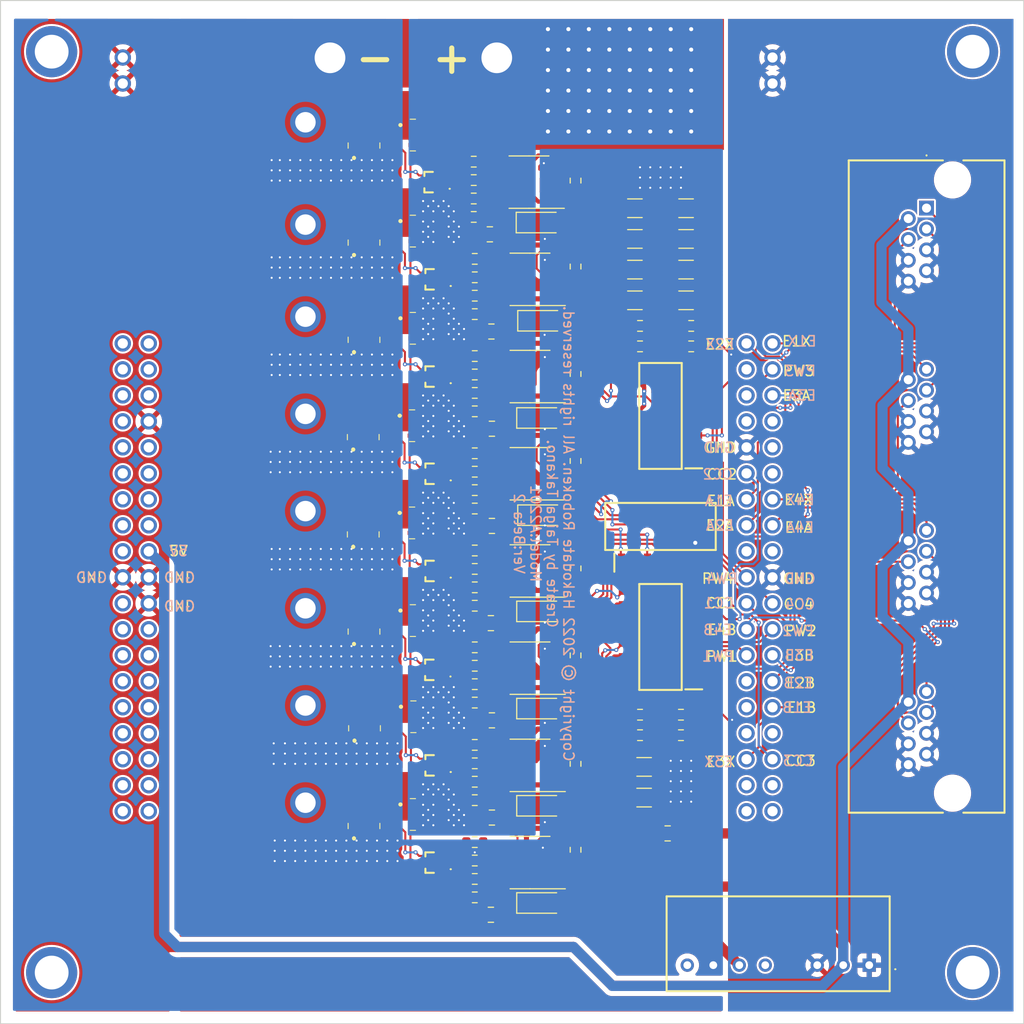
<source format=kicad_pcb>
(kicad_pcb (version 20211014) (generator pcbnew)
  (layers (0 "F.Cu" signal) (31 "B.Cu" signal) (34 "B.Paste" user) (35 "F.Paste" user) (36 "B.SilkS" user "B.Silkscreen") (37 "F.SilkS" user "F.Silkscreen") (38 "B.Mask" user) (39 "F.Mask" user) (44 "Edge.Cuts" user))
  (net 0 "")
  (net 1 "Net-(C1-Pad1)")
  (net 2 "OUT-1")
  (net 3 "Net-(C2-Pad1)")
  (net 4 "OUT-2")
  (net 5 "Net-(C3-Pad1)")
  (net 6 "OUT-5")
  (net 7 "Net-(C4-Pad1)")
  (net 8 "OUT-6")
  (net 9 "VDD")
  (net 10 "GNDA")
  (net 11 "Net-(C6-Pad1)")
  (net 12 "OUT-3")
  (net 13 "Net-(C7-Pad1)")
  (net 14 "OUT-4")
  (net 15 "Net-(C8-Pad1)")
  (net 16 "OUT-7")
  (net 17 "Net-(C9-Pad1)")
  (net 18 "OUT-8")
  (net 19 "+12V")
  (net 20 "GH1")
  (net 21 "GL1")
  (net 22 "GH2")
  (net 23 "GL2")
  (net 24 "GH5")
  (net 25 "GL5")
  (net 26 "GH6")
  (net 27 "GL6")
  (net 28 "GH3")
  (net 29 "GL3")
  (net 30 "GH4")
  (net 31 "GL4")
  (net 32 "GH7")
  (net 33 "GL7")
  (net 34 "GH8")
  (net 35 "GL8")
  (net 36 "CW{slash}CCW-1")
  (net 37 "CW{slash}CCW-A-1")
  (net 38 "CW{slash}CCW-A-2")
  (net 39 "CW{slash}CCW-2")
  (net 40 "CW{slash}CCW-3")
  (net 41 "CW{slash}CCW-A-3")
  (net 42 "CW{slash}CCW-A-4")
  (net 43 "CW{slash}CCW-4")
  (net 44 "PWM-4")
  (net 45 "PWM-3")
  (net 46 "PWM-2")
  (net 47 "PWM-1")
  (net 48 "Net-(R1-Pad1)")
  (net 49 "Net-(R2-Pad1)")
  (net 50 "Net-(R3-Pad1)")
  (net 51 "Net-(R4-Pad1)")
  (net 52 "Net-(R5-Pad1)")
  (net 53 "Net-(R6-Pad1)")
  (net 54 "Net-(R7-Pad1)")
  (net 55 "Net-(R8-Pad1)")
  (net 56 "Net-(R17-Pad1)")
  (net 57 "Net-(R18-Pad1)")
  (net 58 "Net-(R19-Pad1)")
  (net 59 "Net-(R20-Pad1)")
  (net 60 "Net-(R21-Pad1)")
  (net 61 "Net-(R22-Pad1)")
  (net 62 "Net-(R23-Pad1)")
  (net 63 "Net-(R24-Pad1)")
  (net 64 "+5V")
  (net 65 "GND")
  (net 66 "ENC-1-B")
  (net 67 "ENC-1-X")
  (net 68 "ENC-1-A")
  (net 69 "ENC-2-B")
  (net 70 "ENC-2-X")
  (net 71 "ENC-2-A")
  (net 72 "ENC-3-B")
  (net 73 "ENC-3-X")
  (net 74 "ENC-3-A")
  (net 75 "ENC-4-B")
  (net 76 "ENC-4-X")
  (net 77 "ENC-4-A")
  (net 80 "Pin-CW{slash}CCW-3")
  (net 81 "Net-(Q9-Pad2)")
  (net 82 "Pin-PWM-3")
  (net 83 "Net-(Q9-Pad4)")
  (net 84 "Pin-CW{slash}CCW-4")
  (net 85 "Net-(Q9-Pad6)")
  (net 86 "Pin-PWM-4")
  (net 87 "Net-(Q9-Pad8)")
  (net 88 "Pin-CW{slash}CCW-1")
  (net 89 "Net-(Q10-Pad2)")
  (net 90 "Pin-PWM-1")
  (net 91 "Net-(Q10-Pad4)")
  (net 92 "Pin-CW{slash}CCW-2")
  (net 93 "Net-(Q10-Pad6)")
  (net 94 "Pin-PWM-2")
  (net 95 "Net-(Q10-Pad8)")
  (footprint "ProjectLibFP:Pin1" (layer "F.Cu") (at 97.6 77.3 180)
    (fp_text reference "J8" hide)
    (fp_text value "Conn_01x01_Female")
  )
  (footprint "TPN1R603PL:TPN1R603PLL1Q" (layer "F.Cu") (at 103.324511 125.413)
    (fp_text reference "Q2" hide)
    (fp_text value "TPN1R603PL,L1Q" hide)
  )
  (footprint "Resistor_SMD:R_0603_1608Metric" (layer "F.Cu") (at 130.3 118.2)
    (fp_text reference "R37" hide)
    (fp_text value "150" hide)
  )
  (footprint "TPN1R603PL:TPN1R603PLL1Q" (layer "F.Cu") (at 103.324511 58.913)
    (fp_text reference "Q18" hide)
    (fp_text value "TPN1R603PL,L1Q" hide)
  )
  (footprint "Resistor_SMD:R_0603_1608Metric" (layer "F.Cu") (at 114.149511 122.75 180)
    (fp_text reference "R3" hide)
    (fp_text value "22")
  )
  (footprint "DF3D29FU:DF3D29FULF" (layer "F.Cu") (at 109.849511 64.149999 90)
    (fp_text reference "D16" hide)
    (fp_text value "DF3D29FU,LF" hide)
  )
  (footprint "Capacitor_SMD:C_0805_2012Metric" (layer "F.Cu") (at 133 127.8 180)
    (fp_text reference "C13" hide)
    (fp_text value "10uF50V" hide)
  )
  (footprint "Resistor_SMD:R_0603_1608Metric" (layer "F.Cu") (at 114.149511 115.015)
    (fp_text reference "R25" hide)
    (fp_text value "47k")
  )
  (footprint "DF3D29FU:DF3D29FULF" (layer "F.Cu") (at 109.949511 130.65 90)
    (fp_text reference "D5" hide)
    (fp_text value "DF3D29FU,LF" hide)
  )
  (footprint "Capacitor_SMD:C_0805_2012Metric" (layer "F.Cu") (at 115.724511 107.25 180)
    (fp_text reference "C7" hide)
    (fp_text value "0.1uF")
  )
  (footprint "Resistor_SMD:R_0603_1608Metric" (layer "F.Cu") (at 114.149511 82.95 180)
    (fp_text reference "R8" hide)
    (fp_text value "22")
  )
  (footprint "Resistor_SMD:R_0603_1608Metric" (layer "F.Cu") (at 124 110.4 90)
    (fp_text reference "R53" hide)
    (fp_text value "2.2k" hide)
  )
  (footprint "Resistor_SMD:R_0603_1608Metric" (layer "F.Cu") (at 114.049511 67.549999)
    (fp_text reference "R31" hide)
    (fp_text value "47k")
  )
  (footprint "Resistor_SMD:R_0603_1608Metric" (layer "F.Cu") (at 135.3 78.2 180)
    (fp_text reference "R35" hide)
    (fp_text value "150" hide)
  )
  (footprint "Diode_SMD:D_SOD-123" (layer "F.Cu") (at 120.6 77.7)
    (fp_text reference "D11" hide)
    (fp_text value "1N4148W" hide)
  )
  (footprint "TPN1R603PL:TPN1R603PLL1Q" (layer "F.Cu") (at 109.811511 116.4 -90)
    (fp_text reference "Q5" hide)
    (fp_text value "TPN1R603PL,L1Q" hide)
  )
  (footprint "Resistor_SMD:R_0603_1608Metric" (layer "F.Cu") (at 114.149511 86.55)
    (fp_text reference "R15" hide)
    (fp_text value "47k")
  )
  (footprint "Capacitor_SMD:C_0805_2012Metric" (layer "F.Cu") (at 115.774511 78.75 180)
    (fp_text reference "C8" hide)
    (fp_text value "0.1uF")
  )
  (footprint "TPN1R603PL:TPN1R603PLL1Q" (layer "F.Cu") (at 103.324511 106.413)
    (fp_text reference "Q12" hide)
    (fp_text value "TPN1R603PL,L1Q" hide)
  )
  (footprint "ProjectLibFP:Pin1" (layer "F.Cu") (at 72.8 51.4)
    (fp_text reference "REF**" hide)
    (fp_text value "Pin1" hide)
  )
  (footprint "ProjectLibFP:Pin1" (layer "F.Cu") (at 97.6 96.3 180)
    (fp_text reference "J6" hide)
    (fp_text value "Conn_01x01_Female")
  )
  (footprint "Diode_SMD:D_SOD-123" (layer "F.Cu") (at 120.5 115.6)
    (fp_text reference "D9" hide)
    (fp_text value "1N4148W")
  )
  (footprint "Resistor_SMD:R_0603_1608Metric" (layer "F.Cu") (at 114.149511 128.65 180)
    (fp_text reference "R10" hide)
    (fp_text value "47k")
  )
  (footprint "5406528-1:54065281" (layer "F.Cu") (at 158.3 66.69 90)
    (fp_text reference "J2" hide)
    (fp_text value "5406528-1" hide)
  )
  (footprint "Capacitor_SMD:C_1206_3216Metric" (layer "F.Cu") (at 129.8 69.7)
    (fp_text reference "C12" hide)
    (fp_text value "10uF50V" hide)
  )
  (footprint "MCW03-05S12:MCW0305S12" (layer "F.Cu") (at 152.7 140.675 180)
    (fp_text reference "PS1" hide)
    (fp_text value "MCW03-05S12" hide)
  )
  (footprint "TPN1R603PL:TPN1R603PLL1Q" (layer "F.Cu") (at 103.324511 68.4)
    (fp_text reference "Q14" hide)
    (fp_text value "TPN1R603PL,L1Q" hide)
  )
  (footprint "Resistor_SMD:R_0603_1608Metric" (layer "F.Cu") (at 134.3 118.2 180)
    (fp_text reference "R40" hide)
    (fp_text value "150" hide)
  )
  (footprint "Capacitor_SMD:C_1206_3216Metric" (layer "F.Cu") (at 134.8 72.7 180)
    (fp_text reference "C17" hide)
    (fp_text value "10uF50V" hide)
  )
  (footprint "Package_SO:SOP-8_3.9x4.9mm_P1.27mm" (layer "F.Cu") (at 119.549511 83.15 180)
    (fp_text reference "U5" hide)
    (fp_text value "IR2302")
  )
  (footprint "Resistor_SMD:R_0603_1608Metric" (layer "F.Cu") (at 114.149511 124.55)
    (fp_text reference "R11" hide)
    (fp_text value "47k")
  )
  (footprint "Resistor_SMD:R_0603_1608Metric" (layer "F.Cu") (at 114.149511 75.25 180)
    (fp_text reference "R21" hide)
    (fp_text value "22")
  )
  (footprint "ProjectLibFP:Pin1" (layer "F.Cu") (at 100 52 180)
    (fp_text reference "J11" hide)
    (fp_text value "Conn_01x01_Female")
  )
  (footprint "TPN1R603PL:TPN1R603PLL1Q" (layer "F.Cu") (at 109.761511 125.95 -90)
    (fp_text reference "Q1" hide)
    (fp_text value "TPN1R603PL,L1Q" hide)
  )
  (footprint "Resistor_SMD:R_0603_1608Metric" (layer "F.Cu") (at 114.149511 105.55)
    (fp_text reference "R27" hide)
    (fp_text value "47k")
  )
  (footprint "TC74VHC00F:SOIC127P780X190-14N" (layer "F.Cu") (at 132.3 97.8 90)
    (fp_text reference "IC1" hide)
    (fp_text value "TC4011BF_F_" hide)
  )
  (footprint "Capacitor_SMD:C_0805_2012Metric" (layer "F.Cu") (at 115.824511 88.25 180)
    (fp_text reference "C4" hide)
    (fp_text value "0.1uF")
  )
  (footprint "DF3D29FU:DF3D29FULF" (layer "F.Cu") (at 109.949511 83.15 90)
    (fp_text reference "D8" hide)
    (fp_text value "DF3D29FU,LF" hide)
  )
  (footprint "DF3D29FU:DF3D29FULF" (layer "F.Cu") (at 109.949511 92.65 90)
    (fp_text reference "D7" hide)
    (fp_text value "DF3D29FU,LF" hide)
  )
  (footprint "Resistor_SMD:R_0603_1608Metric" (layer "F.Cu") (at 114.149511 84.75 180)
    (fp_text reference "R7" hide)
    (fp_text value "22")
  )
  (footprint "Package_SO:SOP-8_3.9x4.9mm_P1.27mm" (layer "F.Cu") (at 119.549511 73.65 180)
    (fp_text reference "U8" hide)
    (fp_text value "IR2302")
  )
  (footprint "DF3D29FU:DF3D29FULF" (layer "F.Cu") (at 109.949511 73.65 90)
    (fp_text reference "D15" hide)
    (fp_text value "DF3D29FU,LF" hide)
  )
  (footprint "DF3D29FU:DF3D29FULF" (layer "F.Cu") (at 109.949511 102.15 90)
    (fp_text reference "D14" hide)
    (fp_text value "DF3D29FU,LF" hide)
  )
  (footprint "Capacitor_SMD:C_1206_3216Metric" (layer "F.Cu") (at 129.8 75.7)
    (fp_text reference "C10" hide)
    (fp_text value "10uF50V" hide)
  )
  (footprint "Resistor_SMD:R_0603_1608Metric" (layer "F.Cu") (at 130.3 80.2)
    (fp_text reference "R34" hide)
    (fp_text value "150" hide)
  )
  (footprint "Resistor_SMD:R_0603_1608Metric" (layer "F.Cu") (at 124 129.4 90)
    (fp_text reference "R52" hide)
    (fp_text value "2.2k" hide)
  )
  (footprint "Resistor_SMD:R_0603_1608Metric" (layer "F.Cu") (at 114.049511 62.149999 180)
    (fp_text reference "R32" hide)
    (fp_text value "47k")
  )
  (footprint "Resistor_SMD:R_0603_1608Metric" (layer "F.Cu") (at 114.149511 77.05)
    (fp_text reference "R29" hide)
    (fp_text value "47k")
  )
  (footprint "Diode_SMD:D_SOD-123" (layer "F.Cu") (at 120.5 106.1)
    (fp_text reference "D10" hide)
    (fp_text value "1N4148W" hide)
  )
  (footprint "Resistor_SMD:R_0603_1608Metric" (layer "F.Cu") (at 124 121 90)
    (fp_text reference "R56" hide)
    (fp_text value "2.2k" hide)
  )
  (footprint "Capacitor_SMD:C_0805_2012Metric" (layer "F.Cu") (at 115.824511 116.75 180)
    (fp_text reference "C6" hide)
    (fp_text value "0.1uF")
  )
  (footprint "ProjectLibFP:Pin1" (layer "F.Cu") (at 97.6 115.3 180)
    (fp_text reference "J4" hide)
    (fp_text value "Conn_01x01_Female")
  )
  (footprint "ProjectLibFP:Pin1" (layer "F.Cu") (at 97.6 58.3 180)
    (fp_text reference "J10" hide)
    (fp_text value "Conn_01x01_Female")
  )
  (footprint "TPN1R603PL:TPN1R603PLL1Q" (layer "F.Cu") (at 109.761511 78.437 -90)
    (fp_text reference "Q7" hide)
    (fp_text value "TPN1R603PL,L1Q" hide)
  )
  (footprint "Capacitor_SMD:C_0805_2012Metric" (layer "F.Cu") (at 115.824511 126.25 180)
    (fp_text reference "C2" hide)
    (fp_text value "0.1uF")
  )
  (footprint "Resistor_SMD:R_0603_1608Metric" (layer "F.Cu") (at 114.149511 120.95 180)
    (fp_text reference "R4" hide)
    (fp_text value "22")
  )
  (footprint "Capacitor_SMD:C_1206_3216Metric" (layer "F.Cu") (at 129.8 72.7)
    (fp_text reference "C15" hide)
    (fp_text value "10uF50V" hide)
  )
  (footprint "Diode_SMD:D_SOD-123" (layer "F.Cu") (at 120.5 125.1)
    (fp_text reference "D2" hide)
    (fp_text value "1N4148W")
  )
  (footprint "Capacitor_SMD:C_1206_3216Metric" (layer "F.Cu") (at 134.8 66.7 180)
    (fp_text reference "C11" hide)
    (fp_text value "10uF50V" hide)
  )
  (footprint "Capacitor_SMD:C_0805_2012Metric" (layer "F.Cu") (at 115.724511 135.75 180)
    (fp_text reference "C1" hide)
    (fp_text value "0.1uF")
  )
  (footprint "DF3D29FU:DF3D29FULF" (layer "F.Cu") (at 109.924511 111.815 90)
    (fp_text reference "D13" hide)
    (fp_text value "DF3D29FU,LF" hide)
  )
  (footprint "ProjectLibFP:NUCLEO-F446RE" (layer "F.Cu") (at 87.37 79.91)
    (fp_text reference "U1" hide)
    (fp_text value "NUCLEO-F446RE" hide)
  )
  (footprint "Resistor_SMD:R_0603_1608Metric" (layer "F.Cu") (at 114.149511 101.95 180)
    (fp_text reference "R20" hide)
    (fp_text value "22")
  )
  (footprint "Resistor_SMD:R_0603_1608Metric" (layer "F.Cu") (at 130.3 116.2)
    (fp_text reference "R41" hide)
    (fp_text value "150" hide)
  )
  (footprint "TPN1R603PL:TPN1R603PLL1Q" (layer "F.Cu") (at 109.761511 59.55 -90)
    (fp_text reference "Q17" hide)
    (fp_text value "TPN1R603PL,L1Q" hide)
  )
  (footprint "Resistor_SMD:R_0603_1608Metric" (layer "F.Cu") (at 114.149511 94.25 180)
    (fp_text reference "R5" hide)
    (fp_text value "22")
  )
  (footprint "Package_SO:SOP-8_3.9x4.9mm_P1.27mm" (layer "F.Cu") (at 119.549511 130.65 180)
    (fp_text reference "U2" hide)
    (fp_text value "IR2302")
  )
  (footprint "Resistor_SMD:R_0603_1608Metric" (layer "F.Cu") (at 134.3 116.2 180)
    (fp_text reference "R36" hide)
    (fp_text value "150" hide)
  )
  (footprint "ProjectLibFP:Pin1" (layer "F.Cu") (at 72.8 141.4 90)
    (fp_text reference "REF**" hide)
    (fp_text value "Pin1" hide)
  )
  (footprint "Resistor_SMD:R_0603_1608Metric" (layer "F.Cu") (at 114.149511 111.415 180)
    (fp_text reference "R18" hide)
    (fp_text value "22")
  )
  (footprint "Resistor_SMD:R_0603_1608Metric" (layer "F.Cu") (at 114.149511 119.15 180)
    (fp_text reference "R12" hide)
    (fp_text value "47k")
  )
  (footprint "Package_SO:SOP-8_3.9x4.9mm_P1.27mm" (layer "F.Cu") (at 119.549511 92.65 180)
    (fp_text reference "U4" hide)
    (fp_text value "IR2302")
  )
  (footprint "Resistor_SMD:R_0603_1608Metric" (layer "F.Cu") (at 114.149511 81.15 180)
    (fp_text reference "R16" hide)
    (fp_text value "47k")
  )
  (footprint "DF3D29FU:DF3D29FULF" (layer "F.Cu") (at 109.949511 121.15 90)
    (fp_text reference "D6" hide)
    (fp_text value "DF3D29FU,LF" hide)
  )
  (footprint "Resistor_SMD:R_0603_1608Metric" (layer "F.Cu") (at 114.149511 92.45 180)
    (fp_text reference "R6" hide)
    (fp_text value "22")
  )
  (footprint "ProjectLibFP:Pin1" (layer "F.Cu") (at 162.8 141.4 180)
    (fp_text reference "REF**" hide)
    (fp_text value "Pin1" hide)
  )
  (footprint "Resistor_SMD:R_0603_1608Metric" (layer "F.Cu") (at 114.149511 132.25 180)
    (fp_text reference "R1" hide)
    (fp_text value "22")
  )
  (footprint "ProjectLibFP:Pin1" (layer "F.Cu") (at 162.8 51.4 -90)
    (fp_text reference "REF**" hide)
    (fp_text value "Pin1" hide)
  )
  (footprint "Resistor_SMD:R_0603_1608Metric" (layer "F.Cu") (at 114.149511 109.615 180)
    (fp_text reference "R26" hide)
    (fp_text value "47k")
  )
  (footprint "Resistor_SMD:R_0603_1608Metric" (layer "F.Cu") (at 114.149511 100.15 180)
    (fp_text reference "R28" hide)
    (fp_text value "47k")
  )
  (footprint "Resistor_SMD:R_0603_1608Metric" (layer "F.Cu") (at 114.149511 113.215 180)
    (fp_text reference "R17" hide)
    (fp_text value "22")
  )
  (footprint "Resistor_SMD:R_0603_1608Metric" (layer "F.Cu") (at 114.149511 90.65 180)
    (fp_text reference "R14" hide)
    (fp_text value "47k")
  )
  (footprint "Resistor_SMD:R_0603_1608Metric" (layer "F.Cu") (at 124 101.9 90)
    (fp_text reference "R57" hide)
    (fp_text value "2.2k" hide)
  )
  (footprint "Resistor_SMD:R_0603_1608Metric" (layer "F.Cu") (at 124 64 90)
    (fp_text reference "R55" hide)
    (fp_text value "2.2k" hide)
  )
  (footprint "Capacitor_SMD:C_1206_3216Metric" (layer "F.Cu") (at 134.8 69.7 180)
    (fp_text reference "C18" hide)
    (fp_text value "10uF50V" hide)
  )
  (footprint "Resistor_SMD:R_0603_1608Metric" (layer "F.Cu") (at 124 82.9 90)
    (fp_text reference "R54" hide)
    (fp_text value "2.2k" hide)
  )
  (footprint "Resistor_SMD:R_0603_1608Metric" (layer "F.Cu") (at 114.049511 63.949999 180)
    (fp_text reference "R24" hide)
    (fp_text value "22")
  )
  (footprint "ProjectLibFP:Pin1" (layer "F.Cu") (at 97.6 86.8 180)
    (fp_text reference "J7" hide)
    (fp_text value "Conn_01x01_Female")
  )
  (footprint "Capacitor_SMD:C_1206_3216Metric" (layer "F.Cu") (at 130.7 124.3)
    (fp_text reference "C14" hide)
    (fp_text value "10uF50V" hide)
  )
  (footprint "Package_SO:SOP-8_3.9x4.9mm_P1.27mm" (layer "F.Cu") (at 119.449511 64.149999 180)
    (fp_text reference "U9" hide)
    (fp_text value "IR2302")
  )
  (footprint "Diode_SMD:D_SOD-123" (layer "F.Cu") (at 120.45 68.1)
    (fp_text reference "D12" hide)
    (fp_text value "1N4148W" hide)
  )
  (footprint "Resistor_SMD:R_0603_1608Metric" (layer "F.Cu") (at 114.149511 96.05)
    (fp_text reference "R13" hide)
    (fp_text value "47k")
  )
  (footprint "Resistor_SMD:R_0603_1608Metric" (layer "F.Cu") (at 114.149511 73.45 180)
    (fp_text reference "R22" hide)
    (fp_text value "22")
  )
  (footprint "TLP293-4:SOIC127P700X230-16N" (layer "F.Cu") (at 132.3 87 180)
    (fp_text reference "Q9" hide)
    (fp_text value "TLP293-4" hide)
  )
  (footprint "Capacitor_SMD:C_1206_3216Metric" (layer "F.Cu") (at 130.7 121.3)
    (fp_text reference "C16" hide)
    (fp_text value "10uF50V" hide)
  )
  (footprint "TPN1R603PL:TPN1R603PLL1Q" (layer "F.Cu") (at 109.761511 68.937 -90)
    (fp_text reference "Q13" hide)
    (fp_text value "TPN1R603PL,L1Q" hide)
  )
  (footprint "Diode_SMD:D_SOD-123" (layer "F.Cu") (at 120.5 134.6)
    (fp_text reference "D1" hide)
    (fp_text value "1N4148W")
  )
  (footprint "ProjectLibFP:Pin1" (layer "F.Cu") (at 97.6 105.8 180)
    (fp_text reference "J5" hide)
    (fp_text value "Conn_01x01_Female")
  )
  (footprint "TLP293-4:SOIC127P700X230-16N" (layer "F.Cu") (at 132.3 108.6 180)
    (fp_text reference "Q10" hide)
    (fp_text value "TLP293-4" hide)
  )
  (footprint "ProjectLibFP:Pin1" (layer "F.Cu") (at 97.6 68.3 180)
    (fp_text reference "J9" hide)
    (fp_text value "Conn_01x01_Female")
  )
  (footprint "Resistor_SMD:R_0603_1608Metric" (layer "F.Cu") (at 135.3 80.2 180)
    (fp_text reference "R39" hide)
    (fp_text value "150" hide)
  )
  (footprint "Resistor_SMD:R_0603_1608Metric" (layer "F.Cu") (at 114.149511 130.45 180)
    (fp_text reference "R2" hide)
    (fp_text value "22")
  )
  (footprint "Diode_SMD:D_SOD-123" (layer "F.Cu") (at 120.6 96.7)
    (fp_text reference "D3" hide)
    (fp_text value "1N4148W" hide)
  )
  (footprint "TPN1R603PL:TPN1R603PLL1Q" (layer "F.Cu") (at 103.324511 77.9)
    (fp_text reference "Q8" hide)
    (fp_text value "TPN1R603PL,L1Q" hide)
  )
  (footprint "TPN1R603PL:TPN1R603PLL1Q" (layer "F.Cu") (at 103.249511 96.918479)
    (fp_text reference "Q16" hide)
    (fp_text value "TPN1R603PL,L1Q" hide)
  )
  (footprint "Capacitor_SMD:C_1206_3216Metric" (layer "F.Cu") (at 134.8 75.7 180)
    (fp_text reference "C19" hide)
    (fp_text value "10uF50V" hide)
  )
  (footprint "Resistor_SMD:R_0603_1608Metric" (layer "F.Cu") (at 114.149511 71.65 180)
    (fp_text reference "R30" hide)
    (fp_text value "47k")
  )
  (footprint "TPN1R603PL:TPN1R603PLL1Q" (layer "F.Cu") (at 103.249511 87.408479)
    (fp_text reference "Q4" hide)
    (fp_text value "TPN1R603PL,L1Q" hide)
  )
  (footprint "Resistor_SMD:R_0603_1608Metric" (layer "F.Cu") (at 124 91.4 90)
    (fp_text reference "R50" hide)
    (fp_text value "2.2k" hide)
  )
  (footprint "Package_SO:SOP-8_3.9x4.9mm_P1.27mm" (layer "F.Cu") (at 119.549511 111.65 180)
    (fp_text reference "U6" hide)
    (fp_text value "IR2302")
  )
  (footprint "TPN1R603PL:TPN1R603PLL1Q" (layer "F.Cu") (at 109.761511 107 -90)
    (fp_text reference "Q11" hide)
    (fp_text value "TPN1R603PL,L1Q" hide)
  )
  (footprint "Capacitor_SMD:C_1206_3216Metric" (layer "F.Cu") (at 129.8 66.7)
    (fp_text reference "C5" hide)
    (fp_text value "10uF50V" hide)
  )
  (footprint "Diode_SMD:D_SOD-123" (layer "F.Cu") (at 120.5 87.2)
    (fp_text reference "D4" hide)
    (fp_text value "1N4148W")
  )
  (footprint "Capacitor_SMD:C_0805_2012Metric" (layer "F.Cu") (at 115.824511 97.75 180)
    (fp_text reference "C3" hide)
    (fp_text value "0.1uF")
  )
  (footprint "TPN1R603PL:TPN1R603PLL1Q" (layer "F.Cu") (at 103.374511 115.863)
    (fp_text reference "Q6" hide)
    (fp_text value "TPN1R603PL,L1Q" hide)
  )
  (footprint "Package_SO:SOP-8_3.9x4.9mm_P1.27mm" (layer "F.Cu") (at 119.549511 102.15 180)
    (fp_text reference "U7" hide)
    (fp_text value "IR2302")
  )
  (footprint "Package_SO:SOP-8_3.9x4.9mm_P1.27mm" (layer "F.Cu") (at 119.549511 121.15 180)
    (fp_text reference "U3" hide)
    (fp_text value "IR2302")
  )
  (footprint "TPN1R603PL:TPN1R603PLL1Q" (layer "F.Cu") (at 109.686511 97.455479 -90)
    (fp_text reference "Q15" hide)
    (fp_text value "TPN1R603PL,L1Q" hide)
  )
  (footprint "Capacitor_SMD:C_0805_2012Metric" (layer "F.Cu") (at 115.624511 69.25 180)
    (fp_text reference "C9" hide)
    (fp_text value "0.1uF" hide)
  )
  (footprint "Resistor_SMD:R_0603_1608Metric" (layer "F.Cu") (at 114.149511 134.05)
    (fp_text reference "R9" hide)
    (fp_text value "47k")
  )
  (footprint "TPN1R603PL:TPN1R603PLL1Q" (layer "F.Cu") (at 109.686511 87.955479 -90)
    (fp_text reference "Q3" hide)
    (fp_text value "TPN1R603PL,L1Q" hide)
  )
  (footprint "Resistor_SMD:R_0603_1608Metric" (layer "F.Cu") (at 114.049511 65.749999 180)
    (fp_text reference "R23" hide)
    (fp_text value "22")
  )
  (footprint "ProjectLibFP:Pin1" (layer "F.Cu") (at 116.3 52 180)
    (fp_text reference "J1" hide)
    (fp_text value "Conn_01x01_Female")
  )
  (footprint "Resistor_SMD:R_0603_1608Metric" (layer "F.Cu") (at 124 72.4 90)
    (fp_text reference "R51" hide)
    (fp_text value "2.2k" hide)
  )
  (footprint "Resistor_SMD:R_0603_1608Metric" (layer "F.Cu") (at 130.3 78.2)
    (fp_text reference "R38" hide)
    (fp_text value "150" hide)
  )
  (footprint "ProjectLibFP:Pin1" (layer "F.Cu") (at 97.6 124.8 180)
    (fp_text reference "J3" hide)
    (fp_text value "Conn_01x01_Female")
  )
  (footprint "Resistor_SMD:R_0603_1608Metric" (layer "F.Cu") (at 114.149511 103.75 180)
    (fp_text reference "R19" hide)
    (fp_text value "22")
  )
  (gr_rect (start 67.8 46.4) (end 167.8 146.4) (layer "Edge.Cuts") (width 0.1) (fill none))
  (gr_text "E3X" (at 138 120.8) (layer "B.SilkS") (effects (font (size 1 1)) (justify mirror)))
  (gr_text "E1B" (at 145.642856 115.5) (layer "B.SilkS") (effects (font (size 1 1)) (justify mirror)))
  (gr_text "GND" (at 138 90.1) (layer "B.SilkS") (effects (font (size 1 1)) (justify mirror)))
  (gr_text "E3A" (at 146.142856 85) (layer "B.SilkS") (effects (font (size 1 1)) (justify mirror)))
  (gr_text "GND" (at 85.3 105.6) (layer "B.SilkS") (effects (font (size 1 1)) (justify mirror)))
  (gr_text "PW3" (at 145.942856 82.6) (layer "B.SilkS") (effects (font (size 1 1)) (justify mirror)))
  (gr_text "CC1" (at 138 105.3) (layer "B.SilkS") (effects (font (size 1 1)) (justify mirror)))
  (gr_text "E1X" (at 146.142856 79.7) (layer "B.SilkS") (effects (font (size 1 1)) (justify mirror)))
  (gr_text "CC3" (at 145.742856 120.7) (layer "B.SilkS") (effects (font (size 1 1)) (justify mirror)))
  (gr_text "PW2" (at 145.742856 108) (layer "B.SilkS") (effects (font (size 1 1)) (justify mirror)))
  (gr_text "E4B" (at 137.9 107.9) (layer "B.SilkS") (effects (font (size 1 1)) (justify mirror)))
  (gr_text "E2X" (at 138.1 80) (layer "B.SilkS") (effects (font (size 1 1)) (justify mirror)))
  (gr_text "E3B" (at 145.842856 110.4) (layer "B.SilkS") (effects (font (size 1 1)) (justify mirror)))
  (gr_text "E1A" (at 138 95.3) (layer "B.SilkS") (effects (font (size 1 1)) (justify mirror)))
  (gr_text "CC4" (at 145.942856 105.4) (layer "B.SilkS") (effects (font (size 1 1)) (justify mirror)))
  (gr_text "5V" (at 85.2 100.2) (layer "B.SilkS") (effects (font (size 1 1)) (justify mirror)))
  (gr_text "Copyright © 2022 Hakodate Roboken. All rights reserved.\nCreate by Taiga Takano.\nModel:A2201\nVer:Beta 2" (at 120.9 98.5 270) (layer "B.SilkS") (effects (font (size 1 1)) (justify mirror)))
  (gr_text "GND" (at 85.3 102.8) (layer "B.SilkS") (effects (font (size 1 1)) (justify mirror)))
  (gr_text "GND" (at 76.7 102.8) (layer "B.SilkS") (effects (font (size 1 1)) (justify mirror)))
  (gr_text "E4X" (at 145.942856 95.2) (layer "B.SilkS") (effects (font (size 1 1)) (justify mirror)))
  (gr_text "PW4" (at 138.3 102.9) (layer "B.SilkS") (effects (font (size 1 1)) (justify mirror)))
  (gr_text "E2B" (at 145.742856 113.1) (layer "B.SilkS") (effects (font (size 1 1)) (justify mirror)))
  (gr_text "E4A" (at 145.942856 97.9) (layer "B.SilkS") (effects (font (size 1 1)) (justify mirror)))
  (gr_text "CC2" (at 137.9 92.7) (layer "B.SilkS") (effects (font (size 1 1)) (justify mirror)))
  (gr_text "E2A" (at 138.1 97.7) (layer "B.SilkS") (effects (font (size 1 1)) (justify mirror)))
  (gr_text "GND" (at 145.942856 102.9) (layer "B.SilkS") (effects (font (size 1 1)) (justify mirror)))
  (gr_text "PW1" (at 137.9 110.5) (layer "B.SilkS") (effects (font (size 1 1)) (justify mirror)))
  (gr_text "GND" (at 85.3 102.8) (layer "F.SilkS") (effects (font (size 1 1))))
  (gr_text "GND" (at 85.3 105.6) (layer "F.SilkS") (effects (font (size 1 1))))
  (gr_text "E4X" (at 145.8 95.2) (layer "F.SilkS") (effects (font (size 1 1))))
  (gr_text "+" (at 111.9 52.4 180) (layer "F.SilkS") (effects (font (size 3 3) (thickness 0.5))))
  (gr_text "GND" (at 138.2 90.1) (layer "F.SilkS") (effects (font (size 1 1))))
  (gr_text "E1X" (at 145.6 79.7) (layer "F.SilkS") (effects (font (size 1 1))))
  (gr_text "GND" (at 145.8 102.9) (layer "F.SilkS") (effects (font (size 1 1))))
  (gr_text "E2A" (at 138.1 97.7) (layer "F.SilkS") (effects (font (size 1 1))))
  (gr_text "-" (at 104.4 52.4 180) (layer "F.SilkS") (effects (font (size 3 3) (thickness 0.5))))
  (gr_text "E1A" (at 138.2 95.3) (layer "F.SilkS") (effects (font (size 1 1))))
  (gr_text "GND" (at 76.7 102.8) (layer "F.SilkS") (effects (font (size 1 1))))
  (gr_text "CC1" (at 138.2 105.3) (layer "F.SilkS") (effects (font (size 1 1))))
  (gr_text "PW2" (at 146 108) (layer "F.SilkS") (effects (font (size 1 1))))
  (gr_text "E2B" (at 146 113.1) (layer "F.SilkS") (effects (font (size 1 1))))
  (gr_text "5V" (at 85.2 100.2) (layer "F.SilkS") (effects (font (size 1 1))))
  (gr_text "E3X" (at 138.2 120.8) (layer "F.SilkS") (effects (font (size 1 1))))
  (gr_text "E3A" (at 145.6 85) (layer "F.SilkS") (effects (font (size 1 1))))
  (gr_text "CC3" (at 146 120.7) (layer "F.SilkS") (effects (font (size 1 1))))
  (gr_text "E2X" (at 138.1 80) (layer "F.SilkS") (effects (font (size 1 1))))
  (gr_text "PW1" (at 138.3 110.5) (layer "F.SilkS") (effects (font (size 1 1))))
  (gr_text "PW4" (at 137.9 102.9) (layer "F.SilkS") (effects (font (size 1 1))))
  (gr_text "E1B" (at 146.1 115.5) (layer "F.SilkS") (effects (font (size 1 1))))
  (gr_text "PW3" (at 145.8 82.6) (layer "F.SilkS") (effects (font (size 1 1))))
  (gr_text "CC4" (at 145.8 105.4) (layer "F.SilkS") (effects (font (size 1 1))))
  (gr_text "CC2" (at 138.3 92.7) (layer "F.SilkS") (effects (font (size 1 1))))
  (gr_text "E3B" (at 145.9 110.4) (layer "F.SilkS") (effects (font (size 1 1))))
  (gr_text "E4B" (at 138.3 107.9) (layer "F.SilkS") (effects (font (size 1 1))))
  (gr_text "E4A" (at 145.8 97.9) (layer "F.SilkS") (effects (font (size 1 1))))
  (segment (start 118.35 135.75) (end 118.85 135.25) (width 0.4) (layer "F.Cu") (net 1))
  (segment (start 116.674511 134.3) (end 116.674511 135.75) (width 0.4) (layer "F.Cu") (net 1))
  (segment (start 116.674511 135.75) (end 118.35 135.75) (width 0.4) (layer "F.Cu") (net 1))
  (segment (start 116.924511 132.555) (end 116.924511 134.05) (width 0.4) (layer "F.Cu") (net 1))
  (segment (start 116.924511 134.05) (end 116.674511 134.3) (width 0.4) (layer "F.Cu") (net 1))
  (segment (start 118.85 135.25) (end 118.85 134.6) (width 0.4) (layer "F.Cu") (net 1))
  (segment (start 114.974511 134.05) (end 114.974511 134.6) (width 0.2) (layer "F.Cu") (net 2))
  (segment (start 114.774511 134.8) (end 114.774511 135.75) (width 0.2) (layer "F.Cu") (net 2))
  (segment (start 114.974511 134.6) (end 114.774511 134.8) (width 0.2) (layer "F.Cu") (net 2))
  (segment (start 116.134274 131.88452) (end 117.785708 131.88452) (width 0.2) (layer "F.Cu") (net 2))
  (segment (start 108.600009 127.87548) (end 108.362 127.637471) (width 0.2) (layer "F.Cu") (net 2))
  (segment (start 118.209511 130.015) (end 118.324511 129.9) (width 0.2) (layer "F.Cu") (net 2))
  (segment (start 108.362 127.637471) (end 108.362 126.499989) (width 0.2) (layer "F.Cu") (net 2))
  (segment (start 115.749511 132.269283) (end 116.134274 131.88452) (width 0.2) (layer "F.Cu") (net 2))
  (segment (start 118.049031 130.948803) (end 117.785708 130.68548) (width 0.2) (layer "F.Cu") (net 2))
  (segment (start 108.362 126.499989) (end 108.137011 126.275) (width 0.2) (layer "F.Cu") (net 2))
  (segment (start 118.049031 131.621197) (end 118.049031 130.948803) (width 0.2) (layer "F.Cu") (net 2))
  (segment (start 108.137011 126.275) (end 107.861511 126.275) (width 0.2) (layer "F.Cu") (net 2))
  (segment (start 118.049991 127.87548) (end 108.600009 127.87548) (width 0.2) (layer "F.Cu") (net 2))
  (segment (start 116.924511 130.425) (end 116.924511 130.015) (width 0.2) (layer "F.Cu") (net 2))
  (segment (start 114.974511 134.05) (end 115.549511 134.05) (width 0.2) (layer "F.Cu") (net 2))
  (segment (start 117.785708 131.88452) (end 118.049031 131.621197) (width 0.2) (layer "F.Cu") (net 2))
  (segment (start 115.749511 133.85) (end 115.749511 132.269283) (width 0.2) (layer "F.Cu") (net 2))
  (segment (start 117.785708 130.68548) (end 117.184991 130.68548) (width 0.2) (layer "F.Cu") (net 2))
  (segment (start 118.324511 129.9) (end 118.324511 128.15) (width 0.2) (layer "F.Cu") (net 2))
  (segment (start 115.549511 134.05) (end 115.749511 133.85) (width 0.2) (layer "F.Cu") (net 2))
  (segment (start 117.184991 130.68548) (end 116.924511 130.425) (width 0.2) (layer "F.Cu") (net 2))
  (segment (start 116.924511 130.015) (end 118.209511 130.015) (width 0.2) (layer "F.Cu") (net 2))
  (segment (start 118.324511 128.15) (end 118.049991 127.87548) (width 0.2) (layer "F.Cu") (net 2))
  (segment (start 116.574511 126.25) (end 116.574511 124.7) (width 0.4) (layer "F.Cu") (net 3))
  (segment (start 116.924511 124.35) (end 116.924511 123.055) (width 0.4) (layer "F.Cu") (net 3))
  (segment (start 118.35 126.25) (end 118.85 125.75) (width 0.4) (layer "F.Cu") (net 3))
  (segment (start 116.574511 124.7) (end 116.924511 124.35) (width 0.4) (layer "F.Cu") (net 3))
  (segment (start 116.774511 126.25) (end 118.35 126.25) (width 0.4) (layer "F.Cu") (net 3))
  (segment (start 118.85 125.75) (end 118.85 125.1) (width 0.4) (layer "F.Cu") (net 3))
  (segment (start 108.412 117.987489) (end 108.774511 118.35) (width 0.2) (layer "F.Cu") (net 4))
  (segment (start 116.924511 120.515) (end 116.924511 120.925) (width 0.2) (layer "F.Cu") (net 4))
  (segment (start 118.124511 118.75) (end 118.124511 120.35) (width 0.2) (layer "F.Cu") (net 4))
  (segment (start 117.149511 121.15) (end 117.94987 121.15) (width 0.2) (layer "F.Cu") (net 4))
  (segment (start 108.311511 116.725) (end 108.412 116.825489) (width 0.2) (layer "F.Cu") (net 4))
  (segment (start 117.94987 121.15) (end 118.149511 121.349641) (width 0.2) (layer "F.Cu") (net 4))
  (segment (start 117.959511 120.515) (end 116.924511 120.515) (width 0.2) (layer "F.Cu") (net 4))
  (segment (start 108.412 116.825489) (end 108.412 117.987489) (width 0.2) (layer "F.Cu") (net 4))
  (segment (start 115.749511 124.35) (end 115.549511 124.55) (width 0.2) (layer "F.Cu") (net 4))
  (segment (start 107.911511 116.725) (end 108.311511 116.725) (width 0.2) (layer "F.Cu") (net 4))
  (segment (start 116.924511 120.925) (end 117.149511 121.15) (width 0.2) (layer "F.Cu") (net 4))
  (segment (start 115.749511 122.769283) (end 115.749511 124.35) (width 0.2) (layer "F.Cu") (net 4))
  (segment (start 115.549511 124.55) (end 114.974511 124.55) (width 0.2) (layer "F.Cu") (net 4))
  (segment (start 117.914991 122.38452) (end 116.134274 122.38452) (width 0.2) (layer "F.Cu") (net 4))
  (segment (start 114.874511 126.25) (end 114.874511 125.3) (width 0.2) (layer "F.Cu") (net 4))
  (segment (start 108.774511 118.35) (end 117.724511 118.35) (width 0.2) (layer "F.Cu") (net 4))
  (segment (start 116.134274 122.38452) (end 115.749511 122.769283) (width 0.2) (layer "F.Cu") (net 4))
  (segment (start 114.974511 125.2) (end 114.974511 124.55) (width 0.2) (layer "F.Cu") (net 4))
  (segment (start 118.149511 122.15) (end 117.914991 122.38452) (width 0.2) (layer "F.Cu") (net 4))
  (segment (start 117.724511 118.35) (end 118.124511 118.75) (width 0.2) (layer "F.Cu") (net 4))
  (segment (start 114.874511 125.3) (end 114.974511 125.2) (width 0.2) (layer "F.Cu") (net 4))
  (segment (start 118.149511 121.349641) (end 118.149511 122.15) (width 0.2) (layer "F.Cu") (net 4))
  (segment (start 118.124511 120.35) (end 117.959511 120.515) (width 0.2) (layer "F.Cu") (net 4))
  (segment (start 116.774511 96.4) (end 116.774511 97.75) (width 0.4) (layer "F.Cu") (net 5))
  (segment (start 116.924511 96.25) (end 116.774511 96.4) (width 0.4) (layer "F.Cu") (net 5))
  (segment (start 118.95 97.35) (end 118.95 96.7) (width 0.4) (layer "F.Cu") (net 5))
  (segment (start 116.924511 94.555) (end 116.924511 96.25) (width 0.4) (layer "F.Cu") (net 5))
  (segment (start 118.55 97.75) (end 118.95 97.35) (width 0.4) (layer "F.Cu") (net 5))
  (segment (start 116.774511 97.75) (end 118.55 97.75) (width 0.4) (layer "F.Cu") (net 5))
  (segment (start 117.949511 92.65) (end 118.149511 92.85) (width 0.2) (layer "F.Cu") (net 6))
  (segment (start 118.149511 93.65) (end 117.914991 93.88452) (width 0.2) (layer "F.Cu") (net 6))
  (segment (start 115.549511 96.05) (end 114.974511 96.05) (width 0.2) (layer "F.Cu") (net 6))
  (segment (start 114.874511 96.7) (end 114.874511 97.75) (width 0.2) (layer "F.Cu") (net 6))
  (segment (start 108.524511 89.85) (end 108.287 89.612489) (width 0.2) (layer "F.Cu") (net 6))
  (segment (start 116.924511 92.425) (end 117.149511 92.65) (width 0.2) (layer "F.Cu") (net 6))
  (segment (start 118.124511 91.85) (end 118.124511 90.05) (width 0.2) (layer "F.Cu") (net 6))
  (segment (start 108.287 89.612489) (end 108.287 88.412489) (width 0.2) (layer "F.Cu") (net 6))
  (segment (start 115.914991 93.88452) (end 115.749511 94.05) (width 0.2) (layer "F.Cu") (net 6))
  (segment (start 114.974511 96.6) (end 114.874511 96.7) (width 0.2) (layer "F.Cu") (net 6))
  (segment (start 117.914991 93.88452) (end 115.914991 93.88452) (width 0.2) (layer "F.Cu") (net 6))
  (segment (start 108.15499 88.280479) (end 107.786511 88.280479) (width 0.2) (layer "F.Cu") (net 6))
  (segment (start 117.149511 92.65) (end 117.949511 92.65) (width 0.2) (layer "F.Cu") (net 6))
  (segment (start 116.924511 92.015) (end 117.959511 92.015) (width 0.2) (layer "F.Cu") (net 6))
  (segment (start 116.924511 92.015) (end 116.924511 92.425) (width 0.2) (layer "F.Cu") (net 6))
  (segment (start 108.287 88.412489) (end 108.15499 88.280479) (width 0.2) (layer "F.Cu") (net 6))
  (segment (start 118.149511 92.85) (end 118.149511 93.65) (width 0.2) (layer "F.Cu") (net 6))
  (segment (start 117.924511 89.85) (end 108.524511 89.85) (width 0.2) (layer "F.Cu") (net 6))
  (segment (start 115.749511 95.85) (end 115.549511 96.05) (width 0.2) (layer "F.Cu") (net 6))
  (segment (start 117.959511 92.015) (end 118.124511 91.85) (width 0.2) (layer "F.Cu") (net 6))
  (segment (start 114.974511 96.05) (end 114.974511 96.6) (width 0.2) (layer "F.Cu") (net 6))
  (segment (start 115.749511 94.05) (end 115.749511 95.85) (width 0.2) (layer "F.Cu") (net 6))
  (segment (start 118.124511 90.05) (end 117.924511 89.85) (width 0.2) (layer "F.Cu") (net 6))
  (segment (start 116.924511 86.45) (end 116.774511 86.6) (width 0.4) (layer "F.Cu") (net 7))
  (segment (start 118.5 88.3) (end 116.824511 88.3) (width 0.4) (layer "F.Cu") (net 7))
  (segment (start 116.924511 85.055) (end 116.924511 86.45) (width 0.4) (layer "F.Cu") (net 7))
  (segment (start 118.85 87.2) (end 118.85 87.95) (width 0.4) (layer "F.Cu") (net 7))
  (segment (start 116.774511 86.6) (end 116.774511 88.25) (width 0.4) (layer "F.Cu") (net 7))
  (segment (start 116.824511 88.3) (end 116.774511 88.25) (width 0.4) (layer "F.Cu") (net 7))
  (segment (start 118.85 87.95) (end 118.5 88.3) (width 0.4) (layer "F.Cu") (net 7))
  (segment (start 117.785708 84.38452) (end 115.914991 84.38452) (width 0.3) (layer "F.Cu") (net 8))
  (segment (start 115.749511 84.55) (end 115.749511 86.35) (width 0.3) (layer "F.Cu") (net 8))
  (segment (start 118.049031 82.650969) (end 118.049031 82.550969) (width 0.3) (layer "F.Cu") (net 8))
  (segment (start 118.049031 83.34904) (end 118.049031 84.121197) (width 0.3) (layer "F.Cu") (net 8))
  (segment (start 116.924511 82.515) (end 118.013062 82.515) (width 0.3) (layer "F.Cu") (net 8))
  (segment (start 118.013062 82.515) (end 118.049031 82.550969) (width 0.3) (layer "F.Cu") (net 8))
  (segment (start 108.361022 80.186511) (end 108.361022 78.886511) (width 0.3) (layer "F.Cu") (net 8))
  (segment (start 118.049031 80.67452) (end 117.724511 80.35) (width 0.3) (layer "F.Cu") (net 8))
  (segment (start 118.049031 82.32548) (end 118.049031 80.67452) (width 0.3) (layer "F.Cu") (net 8))
  (segment (start 115.914991 84.38452) (end 115.749511 84.55) (width 0.3) (layer "F.Cu") (net 8))
  (segment (start 118.049031 83.34904) (end 118.049031 82.650969) (width 0.3) (layer "F.Cu") (net 8))
  (segment (start 108.236511 78.762) (end 107.861511 78.762) (width 0.3) (layer "F.Cu") (net 8))
  (segment (start 108.361022 78.886511) (end 108.236511 78.762) (width 0.3) (layer "F.Cu") (net 8))
  (segment (start 114.974511 86.55) (end 114.974511 87.2) (width 0.3) (layer "F.Cu") (net 8))
  (segment (start 114.874511 87.3) (end 114.874511 88.25) (width 0.3) (layer "F.Cu") (net 8))
  (segment (start 118.049031 84.121197) (end 117.785708 84.38452) (width 0.3) (layer "F.Cu") (net 8))
  (segment (start 115.549511 86.55) (end 114.974511 86.55) (width 0.3) (layer "F.Cu") (net 8))
  (segment (start 118.049031 82.550969) (end 118.049031 82.32548) (width 0.3) (layer "F.Cu") (net 8))
  (segment (start 117.724511 80.35) (end 108.524511 80.35) (width 0.3) (layer "F.Cu") (net 8))
  (segment (start 115.749511 86.35) (end 115.549511 86.55) (width 0.3) (layer "F.Cu") (net 8))
  (segment (start 108.524511 80.35) (end 108.361022 80.186511) (width 0.3) (layer "F.Cu") (net 8))
  (segment (start 114.974511 87.2) (end 114.874511 87.3) (width 0.3) (layer "F.Cu") (net 8))
  (via (at 112.099511 77.5) (size 0.4) (drill 0.2) (layers "F.Cu" "B.Cu") (net 9))
  (via (at 131.3 53.2) (size 0.8) (drill 0.4) (layers "F.Cu" "B.Cu") (net 9))
  (via (at 123.3 51.2) (size 0.8) (drill 0.4) (layers "F.Cu" "B.Cu") (net 9))
  (via (at 109.099511 104) (size 0.4) (drill 0.2) (layers "F.Cu" "B.Cu") (net 9))
  (via (at 109.099511 87) (size 0.4) (drill 0.2) (layers "F.Cu" "B.Cu") (net 9))
  (via (at 112.099511 89) (size 0.4) (drill 0.2) (layers "F.Cu" "B.Cu") (net 9))
  (via (at 109.099511 75.5) (size 0.4) (drill 0.2) (layers "F.Cu" "B.Cu") (net 9))
  (via (at 109.099511 96.5) (size 0.4) (drill 0.2) (layers "F.Cu" "B.Cu") (net 9))
  (via (at 112.099511 113.5) (size 0.4) (drill 0.2) (layers "F.Cu" "B.Cu") (net 9))
  (via (at 111.599511 114) (size 0.4) (drill 0.2) (layers "F.Cu" "B.Cu") (net 9))
  (via (at 109.099511 115.5) (size 0.4) (drill 0.2) (layers "F.Cu" "B.Cu") (net 9))
  (via (at 109.099511 88) (size 0.4) (drill 0.2) (layers "F.Cu" "B.Cu") (net 9))
  (via (at 110.099511 107) (size 0.4) (drill 0.2) (layers "F.Cu" "B.Cu") (net 9))
  (via (at 111.099511 86) (size 0.4) (drill 0.2) (layers "F.Cu" "B.Cu") (net 9))
  (via (at 133.3 49.2) (size 0.8) (drill 0.4) (layers "F.Cu" "B.Cu") (net 9))
  (via (at 112.099511 88) (size 0.4) (drill 0.2) (layers "F.Cu" "B.Cu") (net 9))
  (via (at 111.599511 76) (size 0.4) (drill 0.2) (layers "F.Cu" "B.Cu") (net 9))
  (via (at 131.3 55.2) (size 0.8) (drill 0.4) (layers "F.Cu" "B.Cu") (net 9))
  (via (at 113.099511 79.5) (size 0.4) (drill 0.2) (layers "F.Cu" "B.Cu") (net 9))
  (via (at 110.099511 124) (size 0.4) (drill 0.2) (layers "F.Cu" "B.Cu") (net 9))
  (via (at 109.099511 77.5) (size 0.4) (drill 0.2) (layers "F.Cu" "B.Cu") (net 9))
  (via (at 111.599511 78) (size 0.4) (drill 0.2) (layers "F.Cu" "B.Cu") (net 9))
  (via (at 109.599511 76) (size 0.4) (drill 0.2) (layers "F.Cu" "B.Cu") (net 9))
  (via (at 110.099511 96.5) (size 0.4) (drill 0.2) (layers "F.Cu" "B.Cu") (net 9))
  (via (at 111.599511 125.5) (size 0.4) (drill 0.2) (layers "F.Cu" "B.Cu") (net 9))
  (via (at 112.099511 107) (size 0.4) (drill 0.2) (layers "F.Cu" "B.Cu") (net 9))
  (via (at 133.3 51.2) (size 0.8) (drill 0.4) (layers "F.Cu" "B.Cu") (net 9))
  (via (at 129.3 59.2) (size 0.8) (drill 0.4) (layers "F.Cu" "B.Cu") (net 9))
  (via (at 111.099511 95.5) (size 0.4) (drill 0.2) (layers "F.Cu" "B.Cu") (net 9))
  (via (at 135.3 59.2) (size 0.8) (drill 0.4) (layers "F.Cu" "B.Cu") (net 9))
  (via (at 110.099511 67) (size 0.4) (drill 0.2) (layers "F.Cu" "B.Cu") (net 9))
  (via (at 111.099511 75.5) (size 0.4) (drill 0.2) (layers "F.Cu" "B.Cu") (net 9))
  (via (at 109.599511 95) (size 0.4) (drill 0.2) (layers "F.Cu" "B.Cu") (net 9))
  (via (at 109.599511 117) (size 0.4) (drill 0.2) (layers "F.Cu" "B.Cu") (net 9))
  (via (at 109.599511 66.5) (size 0.4) (drill 0.2) (layers "F.Cu" "B.Cu") (net 9))
  (via (at 112.099511 70) (size 0.4) (drill 0.2) (layers "F.Cu" "B.Cu") (net 9))
  (via (at 110.099511 127) (size 0.4) (drill 0.2) (layers "F.Cu" "B.Cu") (net 9))
  (via (at 113.099511 107) (size 0.4) (drill 0.2) (layers "F.Cu" "B.Cu") (net 9))
  (via (at 135.3 53.2) (size 0.8) (drill 0.4) (layers "F.Cu" "B.Cu") (net 9))
  (via (at 127.3 57.2) (size 0.8) (drill 0.4) (layers "F.Cu" "B.Cu") (net 9))
  (via (at 110.099511 125) (size 0.4) (drill 0.2) (layers "F.Cu" "B.Cu") (net 9))
  (via (at 109.599511 98) (size 0.4) (drill 0.2) (layers "F.Cu" "B.Cu") (net 9))
  (via (at 112.099511 126) (size 0.4) (drill 0.2) (layers "F.Cu" "B.Cu") (net 9))
  (via (at 135.3 55.2) (size 0.8) (drill 0.4) (layers "F.Cu" "B.Cu") (net 9))
  (via (at 110.099511 126) (size 0.4) (drill 0.2) (layers "F.Cu" "B.Cu") (net 9))
  (via (at 123.3 55.2) (size 0.8) (drill 0.4) (layers "F.Cu" "B.Cu") (net 9))
  (via (at 110.099511 77.5) (size 0.4) (drill 0.2) (layers "F.Cu" "B.Cu") (net 9))
  (via (at 111.099511 94.5) (size 0.4) (drill 0.2) (layers "F.Cu" "B.Cu") (net 9))
  (via (at 109.099511 105) (size 0.4) (drill 0.2) (layers "F.Cu" "B.Cu") (net 9))
  (via (at 110.099511 68) (size 0.4) (drill 0.2) (layers "F.Cu" "B.Cu") (net 9))
  (via (at 110.099511 105) (size 0.4) (drill 0.2) (layers "F.Cu" "B.Cu") (net 9))
  (via (at 112.099511 125) (size 0.4) (drill 0.2) (layers "F.Cu" "B.Cu") (net 9))
  (via (at 111.599511 107.5) (size 0.4) (drill 0.2) (layers "F.Cu" "B.Cu") (net 9))
  (via (at 111.599511 85.5) (size 0.4) (drill 0.2) (layers "F.Cu" "B.Cu") (net 9))
  (via (at 110.599511 123.5) (size 0.4) (drill 0.2) (layers "F.Cu" "B.Cu") (net 9))
  (via (at 111.599511 95) (size 0.4) (drill 0.2) (layers "F.Cu" "B.Cu") (net 9))
  (via (at 112.099511 127) (size 0.4) (drill 0.2) (layers "F.Cu" "B.Cu") (net 9))
  (via (at 113.099511 117.5) (size 0.4) (drill 0.2) (layers "F.Cu" "B.Cu") (net 9))
  (via (at 111.099511 67) (size 0.4) (drill 0.2) (layers "F.Cu" "B.Cu") (net 9))
  (via (at 111.599511 87.5) (size 0.4) (drill 0.2) (layers "F.Cu" "B.Cu") (net 9))
  (via (at 111.599511 88.5) (size 0.4) (drill 0.2) (layers "F.Cu" "B.Cu") (net 9))
  (via (at 109.099511 125) (size 0.4) (drill 0.2) (layers "F.Cu" "B.Cu") (net 9))
  (via (at 110.599511 104.5) (size 0.4) (drill 0.2) (layers "F.Cu" "B.Cu") (net 9))
  (via (at 112.099511 106) (size 0.4) (drill 0.2) (layers "F.Cu" "B.Cu") (net 9))
  (via (at 112.099511 116.5) (size 0.4) (drill 0.2) (layers "F.Cu" "B.Cu") (net 9))
  (via (at 112.099511 108) (size 0.4) (drill 0.2) (layers "F.Cu" "B.Cu") (net 9))
  (via (at 133.3 53.2) (size 0.8) (drill 0.4) (layers "F.Cu" "B.Cu") (net 9))
  (via (at 125.3 57.2) (size 0.8) (drill 0.4) (layers "F.Cu" "B.Cu") (net 9))
  (via (at 109.599511 97) (size 0.4) (drill 0.2) (layers "F.Cu" "B.Cu") (net 9))
  (via (at 121.3 57.2) (size 0.8) (drill 0.4) (layers "F.Cu" "B.Cu") (net 9))
  (via (at 110.099511 69) (size 0.4) (drill 0.2) (layers "F.Cu" "B.Cu") (net 9))
  (via (at 112.599511 117) (size 0.4) (drill 0.2) (layers "F.Cu" "B.Cu") (net 9))
  (via (at 109.599511 87.5) (size 0.4) (drill 0.2) (layers "F.Cu" "B.Cu") (net 9))
  (via (at 129.3 57.2) (size 0.8) (drill 0.4) (layers "F.Cu" "B.Cu") (net 9))
  (via (at 127.3 49.2) (size 0.8) (drill 0.4) (layers "F.Cu" "B.Cu") (net 9))
  (via (at 110.099511 78.5) (size 0.4) (drill 0.2) (layers "F.Cu" "B.Cu") (net 9))
  (via (at 129.3 49.2) (size 0.8) (drill 0.4) (layers "F.Cu" "B.Cu") (net 9))
  (via (at 112.099511 98.5) (size 0.4) (drill 0.2) (layers "F.Cu" "B.Cu") (net 9))
  (via (at 129.3 55.2) (size 0.8) (drill 0.4) (layers "F.Cu" "B.Cu") (net 9))
  (via (at 113.099511 89) (size 0.4) (drill 0.2) (layers "F.Cu" "B.Cu") (net 9))
  (via (at 112.599511 106.5) (size 0.4) (drill 0.2) (layers "F.Cu" "B.Cu") (net 9))
  (via (at 121.3 49.2) (size 0.8) (drill 0.4) (layers "F.Cu" "B.Cu") (net 9))
  (via (at 113.099511 108) (size 0.4) (drill 0.2) (layers "F.Cu" "B.Cu") (net 9))
  (via (at 111.099511 85) (size 0.4) (drill 0.2) (layers "F.Cu" "B.Cu") (net 9))
  (via (at 125.3 53.2) (size 0.8) (drill 0.4) (layers "F.Cu" "B.Cu") (net 9))
  (via (at 109.599511 106.5) (size 0.4) (drill 0.2) (layers "F.Cu" "B.Cu") (net 9))
  (via (at 113.099511 116.5) (size 0.4) (drill 0.2) (layers "F.Cu" "B.Cu") (net 9))
  (via (at 113.099511 127) (size 0.4) (drill 0.2) (layers "F.Cu" "B.Cu") (net 9))
  (via (at 123.3 57.2) (size 0.8) (drill 0.4) (layers "F.Cu" "B.Cu") (net 9))
  (via (at 112.099511 115.5) (size 0.4) (drill 0.2) (layers "F.Cu" "B.Cu") (net 9))
  (via (at 112.599511 97) (size 0.4) (drill 0.2) (layers "F.Cu" "B.Cu") (net 9))
  (via (at 121.3 53.2) (size 0.8) (drill 0.4) (layers "F.Cu" "B.Cu") (net 9))
  (via (at 109.099511 69) (size 0.4) (drill 0.2) (layers "F.Cu" "B.Cu") (net 9))
  (via (at 110.099511 106) (size 0.4) (drill 0.2) (layers "F.Cu" "B.Cu") (net 9))
  (via (at 111.599511 124.5) (size 0.4) (drill 0.2) (layers "F.Cu" "B.Cu") (net 9))
  (via (at 131.3 49.2) (size 0.8) (drill 0.4) (layers "F.Cu" "B.Cu") (net 9))
  (via (at 111.599511 105.5) (size 0.4) (drill 0.2) (layers "F.Cu" "B.Cu") (net 9))
  (via (at 110.099511 108) (size 0.4) (drill 0.2) (layers "F.Cu" "B.Cu") (net 9))
  (via (at 131.3 51.2) (size 0.8) (drill 0.4) (layers "F.Cu" "B.Cu") (net 9))
  (via (at 112.599511 79) (size 0.4) (drill 0.2) (layers "F.Cu" "B.Cu") (net 9))
  (via (at 112.099511 79.5) (size 0.4) (drill 0.2) (layers "F.Cu" "B.Cu") (net 9))
  (via (at 109.599511 78) (size 0.4) (drill 0.2) (layers "F.Cu" "B.Cu") (net 9))
  (via (at 110.099511 117.5) (size 0.4) (drill 0.2) (layers "F.Cu" "B.Cu") (net 9))
  (via (at 123.3 53.2) (size 0.8) (drill 0.4) (layers "F.Cu" "B.Cu") (net 9))
  (via (at 111.099511 66) (size 0.4) (drill 0.2) (layers "F.Cu" "B.Cu") (net 9))
  (via (at 109.099511 67) (size 0.4) (drill 0.2) (layers "F.Cu" "B.Cu") (net 9))
  (via (at 109.099511 113.5) (size 0.4) (drill 0.2) (layers "F.Cu" "B.Cu") (net 9))
  (via (at 112.099511 78.5) (size 0.4) (drill 0.2) (layers "F.Cu" "B.Cu") (net 9))
  (via (at 110.099511 70) (size 0.4) (drill 0.2) (layers "F.Cu" "B.Cu") (net 9))
  (via (at 110.099511 79.5) (size 0.4) (drill 0.2) (layers "F.Cu" "B.Cu") (net 9))
  (via (at 112.599511 126.5) (size 0.4) (drill 0.2) (layers "F.Cu" "B.Cu") (net 9))
  (via (at 110.599511 76) (size 0.4) (drill 0.2) (layers "F.Cu" "B.Cu") (net 9))
  (via (at 109.099511 97.5) (size 0.4) (drill 0.2) (layers "F.Cu" "B.Cu") (net 9))
  (via (at 112.099511 96.5) (size 0.4) (drill 0.2) (layers "F.Cu" "B.Cu") (net 9))
  (via (at 111.099511 104) (size 0.4) (drill 0.2) (layers "F.Cu" "B.Cu") (net 9))
  (via (at 110.099511 85) (size 0.4) (drill 0.2) (layers "F.Cu" "B.Cu") (net 9))
  (via (at 110.099511 115.5) (size 0.4) (drill 0.2) (layers "F.Cu" "B.Cu") (net 9))
  (via (at 109.599511 88.5) (size 0.4) (drill 0.2) (layers "F.Cu" "B.Cu") (net 9))
  (via (at 110.599511 95) (size 0.4) (drill 0.2) (layers "F.Cu" "B.Cu") (net 9))
  (via (at 111.599511 106.5) (size 0.4) (drill 0.2) (layers "F.Cu" "B.Cu") (net 9))
  (via (at 110.099511 75.5) (size 0.4) (drill 0.2) (layers "F.Cu" "B.Cu") (net 9))
  (via (at 110.099511 88) (size 0.4) (drill 0.2) (layers "F.Cu" "B.Cu") (net 9))
  (via (at 109.099511 79.5) (size 0.4) (drill 0.2) (layers "F.Cu" "B.Cu") (net 9))
  (via (at 111.599511 86.5) (size 0.4) (drill 0.2) (layers "F.Cu" "B.Cu") (net 9))
  (via (at 111.099511 113.5) (size 0.4) (drill 0.2) (layers "F.Cu" "B.Cu") (net 9))
  (via (at 109.599511 79) (size 0.4) (drill 0.2) (layers "F.Cu" "B.Cu") (net 9))
  (via (at 109.099511 95.5) (size 0.4) (drill 0.2) (layers "F.Cu" "B.Cu") (net 9))
  (via (at 127.3 55.2) (size 0.8) (drill 0.4) (layers "F.Cu" "B.Cu") (net 9))
  (via (at 109.599511 85.5) (size 0.4) (drill 0.2) (layers "F.Cu" "B.Cu") (net 9))
  (via (at 109.599511 126.5) (size 0.4) (drill 0.2) (layers "F.Cu" "B.Cu") (net 9))
  (via (at 112.599511 116) (size 0.4) (drill 0.2) (layers "F.Cu" "B.Cu") (net 9))
  (via (at 110.099511 66) (size 0.4) (drill 0.2) (layers "F.Cu" "B.Cu") (net 9))
  (via (at 109.099511 85) (size 0.4) (drill 0.2) (layers "F.Cu" "B.Cu") (net 9))
  (via (at 112.099511 105) (size 0.4) (drill 0.2) (layers "F.Cu" "B.Cu") (net 9))
  (via (at 129.3 53.2) (size 0.8) (drill 0.4) (layers "F.Cu" "B.Cu") (net 9))
  (via (at 123.3 59.2) (size 0.8) (drill 0.4) (layers "F.Cu" "B.Cu") (net 9))
  (via (at 112.099511 86) (size 0.4) (drill 0.2) (layers "F.Cu" "B.Cu") (net 9))
  (via (at 109.599511 116) (size 0.4) (drill 0.2) (layers "F.Cu" "B.Cu") (net 9))
  (via (at 111.599511 77) (size 0.4) (drill 0.2) (layers "F.Cu" "B.Cu") (net 9))
  (via (at 111.599511 97) (size 0.4) (drill 0.2) (layers "F.Cu" "B.Cu") (net 9))
  (via (at 109.099511 76.5) (size 0.4) (drill 0.2) (layers "F.Cu" "B.Cu") (net 9))
  (via (at 111.099511 114.5) (size 0.4) (drill 0.2) (layers "F.Cu" "B.Cu") (net 9))
  (via (at 111.599511 123.5) (size 0.4) (drill 0.2) (layers "F.Cu" "B.Cu") (net 9))
  (via (at 110.599511 114) (size 0.4) (drill 0.2) (layers "F.Cu" "B.Cu") (net 9))
  (via (at 112.099511 76.5) (size 0.4) (drill 0.2) (layers "F.Cu" "B.Cu") (net 9))
  (via (at 112.599511 78) (size 0.4) (drill 0.2) (layers "F.Cu" "B.Cu") (net 9))
  (via (at 111.599511 69.5) (size 0.4) (drill 0.2) (layers "F.Cu" "B.Cu") (net 9))
  (via (at 112.599511 125.5) (size 0.4) (drill 0.2) (layers "F.Cu" "B.Cu") (net 9))
  (via (at 109.599511 69.5) (size 0.4) (drill 0.2) (layers "F.Cu" "B.Cu") (net 9))
  (via (at 109.099511 107) (size 0.4) (drill 0.2) (layers "F.Cu" "B.Cu") (net 9))
  (via (at 109.099511 114.5) (size 0.4) (drill 0.2) (layers "F.Cu" "B.Cu") (net 9))
  (via (at 110.099511 104) (size 0.4) (drill 0.2) (layers "F.Cu" "B.Cu") (net 9))
  (via (at 109.099511 123) (size 0.4) (drill 0.2) (layers "F.Cu" "B.Cu") (net 9))
  (via (at 112.099511 68) (size 0.4) (drill 0.2) (layers "F.Cu" "B.Cu") (net 9))
  (via (at 111.099511 76.5) (size 0.4) (drill 0.2) (layers "F.Cu" "B.Cu") (net 9))
  (via (at 112.099511 69) (size 0.4) (drill 0.2) (layers "F.Cu" "B.Cu") (net 9))
  (via (at 121.3 55.2) (size 0.8) (drill 0.4) (layers "F.Cu" "B.Cu") (net 9))
  (via (at 112.099511 97.5) (size 0.4) (drill 0.2) (layers "F.Cu" "B.Cu") (net 9))
  (via (at 121.3 51.2) (size 0.8) (drill 0.4) (layers "F.Cu" "B.Cu") (net 9))
  (via (at 110.099511 87) (size 0.4) (drill 0.2) (layers "F.Cu" "B.Cu") (net 9))
  (via (at 112.099511 124) (size 0.4) (drill 0.2) (layers "F.Cu" "B.Cu") (net 9))
  (via (at 112.599511 88.5) (size 0.4) (drill 0.2) (layers "F.Cu" "B.Cu") (net 9))
  (via (at 109.099511 106) (size 0.4) (drill 0.2) (layers "F.Cu" "B.Cu") (net 9))
  (via (at 112.099511 114.5) (size 0.4) (drill 0.2) (layers "F.Cu" "B.Cu") (net 9))
  (via (at 135.3 49.2) (size 0.8) (drill 0.4) (layers "F.Cu" "B.Cu") (net 9))
  (via (at 109.099511 127) (size 0.4) (drill 0.2) (layers "F.Cu" "B.Cu") (net 9))
  (via (at 110.099511 95.5) (size 0.4) (drill 0.2) (layers "F.Cu" "B.Cu") (net 9))
  (via (at 133.3 55.2) (size 0.8) (drill 0.4) (layers "F.Cu" "B.Cu") (net 9))
  (via (at 110.099511 97.5) (size 0.4) (drill 0.2) (layers "F.Cu" "B.Cu") (net 9))
  (via (at 111.099511 124) (size 0.4) (drill 0.2) (layers "F.Cu" "B.Cu") (net 9))
  (via (at 110.099511 113.5) (size 0.4) (drill 0.2) (layers "F.Cu" "B.Cu") (net 9))
  (via (at 127.3 59.2) (size 0.8) (drill 0.4) (layers "F.Cu" "B.Cu") (net 9))
  (via (at 109.099511 78.5) (size 0.4) (drill 0.2) (layers "F.Cu" "B.Cu") (net 9))
  (via (at 113.099511 126) (size 0.4) (drill 0.2) (layers "F.Cu" "B.Cu") (net 9))
  (via (at 111.599511 115) (size 0.4) (drill 0.2) (layers "F.Cu" "B.Cu") (net 9))
  (via (at 109.099511 124) (size 0.4) (drill 0.2) (layers "F.Cu" "B.Cu") (net 9))
  (via (at 125.3 55.2) (size 0.8) (drill 0.4) (layers "F.Cu" "B.Cu") (net 9))
  (via (at 110.099511 123) (size 0.4) (drill 0.2) (layers "F.Cu" "B.Cu") (net 9))
  (via (at 125.3 49.2) (size 0.8) (drill 0.4) (layers "F.Cu" "B.Cu") (net 9))
  (via (at 123.3 49.2) (size 0.8) (drill 0.4) (layers "F.Cu" "B.Cu") (net 9))
  (via (at 112.599511 69.5) (size 0.4) (drill 0.2) (layers "F.Cu" "B.Cu") (net 9))
  (via (at 111.599511 67.5) (size 0.4) (drill 0.2) (layers "F.Cu" "B.Cu") (net 9))
  (via (at 135.3 57.2) (size 0.8) (drill 0.4) (layers "F.Cu" "B.Cu") (net 9))
  (via (at 109.099511 117.5) (size 0.4) (drill 0.2) (layers "F.Cu" "B.Cu") (net 9))
  (via (at 113.099511 98.5) (size 0.4) (drill 0.2) (layers "F.Cu" "B.Cu") (net 9))
  (via (at 112.099511 87) (size 0.4) (drill 0.2) (layers "F.Cu" "B.Cu") (net 9))
  (via (at 125.3 59.2) (size 0.8) (drill 0.4) (layers "F.Cu" "B.Cu") (net 9))
  (via (at 109.599511 123.5) (size 0.4) (drill 0.2) (layers "F.Cu" "B.Cu") (net 9))
  (via (at 109.099511 108) (size 0.4) (drill 0.2) (layers "F.Cu" "B.Cu") (net 9))
  (via (at 127.3 53.2) (size 0.8) (drill 0.4) (layers "F.Cu" "B.Cu") (net 9))
  (via (at 133.3 59.2) (size 0.8) (drill 0.4) (layers "F.Cu" "B.Cu") (net 9))
  (via (at 110.099511 114.5) (size 0.4) (drill 0.2) (layers "F.Cu" "B.Cu") (net 9))
  (via (at 113.099511 78.5) (size 0.4) (drill 0.2) (layers "F.Cu" "B.Cu") (net 9))
  (via (at 110.099511 98.5) (size 0.4) (drill 0.2) (layers "F.Cu" "B.Cu") (net 9))
  (via (at 109.099511 98.5) (size 0.4) (drill 0.2) (layers "F.Cu" "B.Cu") (net 9))
  (via (at 109.599511 107.5) (size 0.4) (drill 0.2) (layers "F.Cu" "B.Cu") (net 9))
  (via (at 111.599511 116) (size 0.4) (drill 0.2) (layers "F.Cu" "B.Cu") (net 9))
  (via (at 110.599511 66.5) (size 0.4) (drill 0.2) (layers "F.Cu" "B.Cu") (net 9))
  (via (at 109.599511 104.5) (size 0.4) (drill 0.2) (layers "F.Cu" "B.Cu") (net 9))
  (via (at 111.099511 123) (size 0.4) (drill 0.2) (layers "F.Cu" "B.Cu") (net 9))
  (via (at 125.3 51.2) (size 0.8) (drill 0.4) (layers "F.Cu" "B.Cu") (net 9))
  (via (at 111.599511 96) (size 0.4) (drill 0.2) (layers "F.Cu" "B.Cu") (net 9))
  (via (at 112.599511 107.5) (size 0.4) (drill 0.2) (layers "F.Cu" "B.Cu") (net 9))
  (via (at 131.3 59.2) (size 0.8) (drill 0.4) (layers "F.Cu" "B.Cu") (net 9))
  (via (at 111.599511 79) (size 0.4) (drill 0.2) (layers "F.Cu" "B.Cu") (net 9))
  (via (at 111.599511 98) (size 0.4) (drill 0.2) (layers "F.Cu" "B.Cu") (net 9))
  (via (at 110.599511 85.5) (size 0.4) (drill 0.2) (layers "F.Cu" "B.Cu") (net 9))
  (via (at 133.3 57.2) (size 0.8) (drill 0.4) (layers "F.Cu" "B.Cu") (net 9))
  (via (at 109.099511 68) (size 0.4) (drill 0.2) (layers "F.Cu" "B.Cu") (net 9))
  (via (at 109.099511 116.5) (size 0.4) (drill 0.2) (layers "F.Cu" "B.Cu") (net 9))
  (via (at 111.099511 105) (size 0.4) (drill 0.2) (layers "F.Cu" "B.Cu") (net 9))
  (via (at 121.3 59.2) (size 0.8) (drill 0.4) (layers "F.Cu" "B.Cu") (net 9))
  (via (at 110.099511 94.5) (size 0.4) (drill 0.2) (layers "F.Cu" "B.Cu") (net 9))
  (via (at 109.099511 89) (size 0.4) (drill 0.2) (layers "F.Cu" "B.Cu") (net 9))
  (via (at 112.599511 68.5) (size 0.4) (drill 0.2) (layers "F.Cu" "B.Cu") (net 9))
  (via (at 111.599511 126.5) (size 0.4) (drill 0.2) (layers "F.Cu" "B.Cu") (net 9))
  (via (at 111.599511 66.5) (size 0.4) (drill 0.2) (layers "F.Cu" "B.Cu") (net 9))
  (via (at 127.3 51.2) (size 0.8) (drill 0.4) (layers "F.Cu" "B.Cu") (net 9))
  (via (at 112.099511 67) (size 0.4) (drill 0.2) (layers "F.Cu" "B.Cu") (net 9))
  (via (at 109.099511 66) (size 0.4) (drill 0.2) (layers "F.Cu" "B.Cu") (net 9))
  (via (at 111.599511 68.5) (size 0.4) (drill 0.2) (layers "F.Cu" "B.Cu") (net 9))
  (via (at 129.3 51.2) (size 0.8) (drill 0.4) (layers "F.Cu" "B.Cu") (net 9))
  (via (at 112.099511 117.5) (size 0.4) (drill 0.2) (layers "F.Cu" "B.Cu") (net 9))
  (via (at 112.599511 87.5) (size 0.4) (drill 0.2) (layers "F.Cu" "B.Cu") (net 9))
  (via (at 110.099511 86) (size 0.4) (drill 0.2) (layers "F.Cu" "B.Cu") (net 9))
  (via (at 110.099511 89) (size 0.4) (drill 0.2) (layers "F.Cu" "B.Cu") (net 9))
  (via (at 111.599511 104.5) (size 0.4) (drill 0.2) (layers "F.Cu" "B.Cu") (net 9))
  (via (at 109.599511 114) (size 0.4) (drill 0.2) (layers "F.Cu" "B.Cu") (net 9))
  (via (at 109.099511 70) (size 0.4) (drill 0.2) (layers "F.Cu" "B.Cu") (net 9))
  (via (at 131.3 57.2) (size 0.8) (drill 0.4) (layers "F.Cu" "B.Cu") (net 9))
  (via (at 113.099511 88) (size 0.4) (drill 0.2) (layers "F.Cu" "B.Cu") (net 9))
  (via (at 109.099511 126) (size 0.4) (drill 0.2) (layers "F.Cu" "B.Cu") (net 9))
  (via (at 110.099511 116.5) (size 0.4) (drill 0.2) (layers "F.Cu" "B.Cu") (net 9))
  (via (at 109.599511 68.5) (size 0.4) (drill 0.2) (layers "F.Cu" "B.Cu") (net 9))
  (via (at 110.099511 76.5) (size 0.4) (drill 0.2) (layers "F.Cu" "B.Cu") (net 9))
  (via (at 109.099511 86) (size 0.4) (drill 0.2) (layers "F.Cu" "B.Cu") (net 9))
  (via (at 112.599511 98) (size 0.4) (drill 0.2) (layers "F.Cu" "B.Cu") (net 9))
  (via (at 135.3 51.2) (size 0.8) (drill 0.4) (layers "F.Cu" "B.Cu") (net 9))
  (via (at 112.099511 95.5) (size 0.4) (drill 0.2) (layers "F.Cu" "B.Cu") (net 9))
  (via (at 113.099511 97.5) (size 0.4) (drill 0.2) (layers "F.Cu" "B.Cu") (net 9))
  (via (at 109.599511 125.5) (size 0.4) (drill 0.2) (layers "F.Cu" "B.Cu") (net 9))
  (via (at 111.599511 117) (size 0.4) (drill 0.2) (layers "F.Cu" "B.Cu") (net 9))
  (via (at 109.099511 94.5) (size 0.4) (drill 0.2) (layers "F.Cu" "B.Cu") (net 9))
  (segment (start 113.863211 74.22452) (end 114.149511 73.93822) (width 0.4) (layer "F.Cu") (net 10))
  (segment (start 122.174511 90.745) (end 123.83 90.745) (width 0.4) (layer "F.Cu") (net 10))
  (segment (start 112.659025 64.724519) (end 113.674991 64.724519) (width 0.4) (layer "F.Cu") (net 10))
  (segment (start 112.184505 83.15) (end 112.759025 83.72452) (width 0.4) (layer "F.Cu") (net 10))
  (segment (start 119.974511 97.7) (end 118.724511 98.95) (width 0.4) (layer "F.Cu") (net 10))
  (segment (start 114.149511 77.625) (end 114.149511 73.93822) (width 0.4) (layer "F.Cu") (net 10))
  (segment (start 121 107.2) (end 119.874511 107.2) (width 0.4) (layer "F.Cu") (net 10))
  (segment (start 118.724511 98.95) (end 114.124511 98.95) (width 0.4) (layer "F.Cu") (net 10))
  (segment (start 119.375471 88.3) (end 118.224991 89.45048) (width 0.4) (layer "F.Cu") (net 10))
  (segment (start 119.174511 69.7) (end 118.424511 70.45) (width 0.4) (layer "F.Cu") (net 10))
  (segment (start 123.83 109.745) (end 124 109.575) (width 0.4) (layer "F.Cu") (net 10))
  (segment (start 114.324991 89.45048) (end 113.924511 89.05) (width 0.4) (layer "F.Cu") (net 10))
  (segment (start 108.999511 130.65) (end 111.984505 130.65) (width 0.4) (layer "F.Cu") (net 10))
  (segment (start 119.775471 117) (end 118.824991 117.95048) (width 0.4) (layer "F.Cu") (net 10))
  (segment (start 114.149511 119.35) (end 114.349511 119.15) (width 0.4) (layer "F.Cu") (net 10))
  (segment (start 118.424511 70.45) (end 113.824511 70.45) (width 0.4) (layer "F.Cu") (net 10))
  (segment (start 113.824511 77.95) (end 114.149511 77.625) (width 0.4) (layer "F.Cu") (net 10))
  (segment (start 118.424511 127.35) (end 114.198551 127.35) (width 0.4) (layer "F.Cu") (net 10))
  (segment (start 114.149511 73.93822) (end 114.149511 71.85) (width 0.4) (layer "F.Cu") (net 10))
  (segment (start 114.024511 115.65) (end 114.149511 115.525) (width 0.4) (layer "F.Cu") (net 10))
  (segment (start 113.924511 87.65) (end 114.149511 87.425) (width 0.4) (layer "F.Cu") (net 10))
  (segment (start 114.119511 90.885) (end 114.119511 92.84048) (width 0.4) (layer "F.Cu") (net 10))
  (segment (start 121 88.3) (end 119.375471 88.3) (width 0.4) (layer "F.Cu") (net 10))
  (segment (start 112.524031 74.22452) (end 113.863211 74.22452) (width 0.4) (layer "F.Cu") (net 10))
  (segment (start 114.149511 128.85) (end 114.349511 128.65) (width 0.4) (layer "F.Cu") (net 10))
  (segment (start 123.845 119.245) (end 124 119.4) (width 0.4) (layer "F.Cu") (net 10))
  (segment (start 114.354511 90.65) (end 114.119511 90.885) (width 0.4) (layer "F.Cu") (net 10))
  (segment (start 122.174511 128.745) (end 123.83 128.745) (width 0.4) (layer "F.Cu") (net 10))
  (segment (start 113.974991 83.72452) (end 114.149511 83.55) (width 0.4) (layer "F.Cu") (net 10))
  (segment (start 112.184505 121.15) (end 112.759025 121.72452) (width 0.4) (layer "F.Cu") (net 10))
  (segment (start 114.324511 108.35) (end 113.924511 107.95) (width 0.4) (layer "F.Cu") (net 10))
  (segment (start 114.224511 79.95) (end 113.824511 79.55) (width 0.4) (layer "F.Cu") (net 10))
  (segment (start 108.999511 102.15) (end 112.184505 102.15) (width 0.4) (layer "F.Cu") (net 10))
  (segment (start 121 126.7) (end 119.074511 126.7) (width 0.4) (layer "F.Cu") (net 10))
  (segment (start 112.759025 121.72452) (end 113.774991 121.72452) (width 0.4) (layer "F.Cu") (net 10))
  (segment (start 121 69.7) (end 119.174511 69.7) (width 0.4) (layer "F.Cu") (net 10))
  (segment (start 124 81.5) (end 124 82.075) (width 0.4) (layer "F.Cu") (net 10))
  (segment (start 114.049511 62.349999) (end 114.249511 62.149999) (width 0.4) (layer "F.Cu") (net 10))
  (segment (start 114.349511 100.15) (end 114.974511 100.15) (width 0.4) (layer "F.Cu") (net 10))
  (segment (start 119.074511 126.7) (end 118.424511 127.35) (width 0.4) (layer "F.Cu") (net 10))
  (segment (start 114.149511 102.47548) (end 114.149511 100.35) (width 0.4) (layer "F.Cu") (net 10))
  (segment (start 114.149511 106.372862) (end 114.149511 102.47548) (width 0.4) (layer "F.Cu") (net 10))
  (segment (start 118.824991 117.95048) (end 114.572853 117.95048) (width 0.4) (layer "F.Cu") (net 10))
  (segment (start 114.974511 90.65) (end 114.354511 90.65) (width 0.4) (layer "F.Cu") (net 10))
  (segment (start 123.645 100.245) (end 124 100.6) (width 0.4) (layer "F.Cu") (net 10))
  (segment (start 113.924511 89.05) (end 113.924511 87.65) (width 0.4) (layer "F.Cu") (net 10))
  (segment (start 121 81.25) (end 121.005 81.245) (width 0.4) (layer "F.Cu") (net 10))
  (segment (start 114.149511 111.94048) (end 114.074991 112.015) (width 0.4) (layer "F.Cu") (net 10))
  (segment (start 114.349511 81.15) (end 114.974511 81.15) (width 0.4) (layer "F.Cu") (net 10))
  (segment (start 113.924511 106.597862) (end 114.149511 106.372862) (width 0.4) (layer "F.Cu") (net 10))
  (segment (start 108.999511 73.65) (end 111.949511 73.65) (width 0.4) (layer "F.Cu") (net 10))
  (segment (start 108.974511 111.815) (end 112.543084 111.815) (width 0.4) (layer "F.Cu") (net 10))
  (segment (start 113.874991 127.02644) (end 113.874991 125.180947) (width 0.4) (layer "F.Cu") (net 10))
  (segment (start 114.119511 97.055) (end 114.119511 92.84048) (width 0.4) (layer "F.Cu") (net 10))
  (segment (start 113.774991 121.72452) (end 114.149511 121.35) (width 0.4) (layer "F.Cu") (net 10))
  (segment (start 121.005 119.245) (end 122.174511 119.245) (width 0.4) (layer "F.Cu") (net 10))
  (segment (start 113.824511 79.55) (end 113.824511 77.95) (width 0.4) (layer "F.Cu") (net 10))
  (segment (start 136.11 99.81) (end 135.7 99.4) (width 0.4) (layer "F.Cu") (net 10))
  (segment (start 114.149511 121.35) (end 114.149511 119.35) (width 0.4) (layer "F.Cu") (net 10))
  (segment (start 108.899511 64.149999) (end 112.084505 64.149999) (width 0.4) (layer "F.Cu") (net 10))
  (segment (start 112.584505 131.25) (end 113.949511 131.25) (width 0.4) (layer "F.Cu") (net 10))
  (segment (start 113.674991 64.724519) (end 114.049511 64.349999) (width 0.4) (layer "F.Cu") (net 10))
  (segment (start 121 117) (end 119.775471 117) (width 0.4) (layer "F.Cu") (net 10))
  (segment (start 123.644999 62.244999) (end 124 62.6) (width 0.4) (layer "F.Cu") (net 10))
  (segment (start 114.349511 119.15) (end 114.974511 119.15) (width 0.4) (layer "F.Cu") (net 10))
  (segment (start 112.509028 93.22452) (end 111.934508 92.65) (width 0.4) (layer "F.Cu") (net 10))
  (segment (start 114.149511 71.85) (end 114.349511 71.65) (width 0.4) (layer "F.Cu") (net 10))
  (segment (start 113.900471 102.72452) (end 114.149511 102.47548) (width 0.4) (layer "F.Cu") (net 10))
  (segment (start 112.917604 112.18952) (end 113.900471 112.18952) (width 0.4) (layer "F.Cu") (net 10))
  (segment (start 114.149511 115.525) (end 114.149511 111.94048) (width 0.4) (layer "F.Cu") (net 10))
  (segment (start 112.759025 102.72452) (end 113.900471 102.72452) (width 0.4) (layer "F.Cu") (net 10))
  (segment (start 122.174511 81.245) (end 123.745 81.245) (width 0.4) (layer "F.Cu") (net 10))
  (segment (start 111.949511 73.65) (end 112.524031 74.22452) (width 0.4) (layer "F.Cu") (net 10))
  (segment (start 113.735471 93.22452) (end 112.509028 93.22452) (width 0.4) (layer "F.Cu") (net 10))
  (segment (start 114.149511 87.425) (end 114.149511 83.55) (width 0.4) (layer "F.Cu") (net 10))
  (segment (start 119.874511 107.2) (end 118.724511 108.35) (width 0.4) (layer "F.Cu") (net 10))
  (segment (start 114.149511 129.650489) (end 114.149511 128.85) (width 0.4) (layer "F.Cu") (net 10))
  (segment (start 113.949511 131.25) (end 114.149511 131.05) (width 0.4) (layer "F.Cu") (net 10))
  (segment (start 123.745 81.245) (end 124 81.5) (width 0.4) (layer "F.Cu") (net 10))
  (segment (start 114.149511 111.94048) (end 114.149511 109.815) (width 0.4) (layer "F.Cu") (net 10))
  (segment (start 114.149511 124.906427) (end 114.149511 121.35) (width 0.4) (layer "F.Cu") (net 10))
  (segment (start 114.024511 117.402138) (end 114.024511 115.65) (width 0.4) (layer "F.Cu") (net 10))
  (segment (start 113.924511 107.95) (end 113.924511 106.597862) (width 0.4) (layer "F.Cu") (net 10))
  (segment (start 121 109.75) (end 121.005 109.745) (width 0.4) (layer "F.Cu") (net 10))
  (segment (start 114.198551 127.35) (end 113.874991 127.02644) (width 0.4) (layer "F.Cu") (net 10))
  (segment (start 122.174511 119.245) (end 123.845 119.245) (width 0.4) (layer "F.Cu") (net 10))
  (segment (start 120.955001 62.244999) (end 122.074511 62.244999) (width 0.4) (layer "F.Cu") (net 10))
  (segment (start 123.83 90.745) (end 124 90.575) (width 0.4) (layer "F.Cu") (net 10))
  (segment (start 108.999511 121.15) (end 112.184505 121.15) (width 0.4) (layer "F.Cu") (net 10))
  (segment (start 118.624511 79.95) (end 114.224511 79.95) (width 0.4) (layer "F.Cu") (net 10))
  (segment (start 114.049511 68.125) (end 114.049511 64.225) (width 0.4) (layer "F.Cu") (net 10))
  (segment (start 113.524511 68.65) (end 114.049511 68.125) (width 0.4) (layer "F.Cu") (net 10))
  (segment (start 123.83 71.745) (end 124 71.575) (width 0.4) (layer "F.Cu") (net 10))
  (segment (start 122.074511 62.244999) (end 123.644999 62.244999) (width 0.4) (layer "F.Cu") (net 10))
  (segment (start 123.83 128.745) (end 124 128.575) (width 0.4) (layer "F.Cu") (net 10))
  (segment (start 114.572853 117.95048) (end 114.024511 117.402138) (width 0.4) (layer "F.Cu") (net 10))
  (segment (start 113.874991 125.180947) (end 114.149511 124.906427) (width 0.4) (layer "F.Cu") (net 10))
  (segment (start 111.984505 130.65) (end 112.584505 131.25) (width 0.4) (layer "F.Cu") (net 10))
  (segment (start 114.349511 109.615) (end 114.974511 109.615) (width 0.4) (layer "F.Cu") (net 10))
  (segment (start 124 100.6) (end 124 101.075) (width 0.4) (layer "F.Cu") (net 10))
  (segment (start 114.124511 98.95) (end 113.924511 98.75) (width 0.4) (layer "F.Cu") (net 10))
  (segment (start 112.184505 102.15) (end 112.759025 102.72452) (width 0.4) (layer "F.Cu") (net 10))
  (segment (start 122.174511 71.745) (end 123.83 71.745) (width 0.4) (layer "F.Cu") (net 10))
  (segment (start 114.149511 100.35) (end 114.349511 100.15) (width 0.4) (layer "F.Cu") (net 10))
  (segment (start 112.759025 83.72452) (end 113.974991 83.72452) (width 0.4) (layer "F.Cu") (net 10))
  (segment (start 124 62.6) (end 124 63.175) (width 0.4) (layer "F.Cu") (net 10))
  (segment (start 114.149511 83.55) (end 114.149511 81.35) (width 0.4) (layer "F.Cu") (net 10))
  (segment (start 114.349511 71.65) (end 114.974511 71.65) (width 0.4) (layer "F.Cu") (net 10))
  (segment (start 113.924511 98.75) (end 113.924511 97.25) (width 0.4) (layer "F.Cu") (net 10))
  (segment (start 121 90.75) (end 121.005 90.745) (width 0.4) (layer "F.Cu") (net 10))
  (segment (start 112.084505 64.149999) (end 112.659025 64.724519) (width 0.4) (layer "F.Cu") (net 10))
  (segment (start 121.005 109.745) (end 122.174511 109.745) (width 0.4) (layer "F.Cu") (net 10))
  (segment (start 120.8032 129.1968) (end 121.255 128.745) (width 0.4) (layer "F.Cu") (net 10))
  (segment (start 120.976089 79.076089) (end 119.498422 79.076089) (width 0.4) (layer "F.Cu") (net 10))
  (segment (start 121.005 71.745) (end 122.174511 71.745) (width 0.4) (layer "F.Cu") (net 10))
  (segment (start 112.543084 111.815) (end 112.917604 112.18952) (width 0.4) (layer "F.Cu") (net 10))
  (segment (start 118.724511 108.35) (end 114.324511 108.35) (width 0.4) (layer "F.Cu") (net 10))
  (segment (start 136.11 101.338) (end 136.11 99.81) (width 0.4) (layer "F.Cu") (net 10))
  (segment (start 121 71.75) (end 121.005 71.745) (width 0.4) (layer "F.Cu") (net 10))
  (segment (start 114.149511 81.35) (end 114.349511 81.15) (width 0.4) (layer "F.Cu") (net 10))
  (segment (start 124 119.4) (end 124 120.175) (width 0.4) (layer "F.Cu") (net 10))
  (segment (start 118.224991 89.45048) (end 114.324991 89.45048) (width 0.4) (layer "F.Cu") (net 10))
  (segment (start 121.005 90.745) (end 122.174511 90.745) (width 0.4) (layer "F.Cu") (net 10))
  (segment (start 108.999511 83.15) (end 112.184505 83.15) (width 0.4) (layer "F.Cu") (net 10))
  (segment (start 114.119511 92.84048) (end 113.735471 93.22452) (width 0.4) (layer "F.Cu") (net 10))
  (segment (start 111.934508 92.65) (end 108.999511 92.65) (width 0.4) (layer "F.Cu") (net 10))
  (segment (start 122.174511 109.745) (end 123.83 109.745) (width 0.4) (layer "F.Cu") (net 10))
  (segment (start 121 97.7) (end 119.974511 97.7) (width 0.4) (layer "F.Cu") (net 10))
  (segment (start 113.924511 97.25) (end 114.119511 97.055) (width 0.4) (layer "F.Cu") (net 10))
  (segment (start 114.349511 128.65) (end 114.974511 128.65) (width 0.4) (layer "F.Cu") (net 10))
  (segment (start 121.255 128.745) (end 122.174511 128.745) (width 0.4) (layer "F.Cu") (net 10))
  (segment (start 119.498422 79.076089) (end 118.624511 79.95) (width 0.4) (layer "F.Cu") (net 10))
  (segment (start 114.049511 64.349999) (end 114.049511 64.225) (width 0.4) (layer "F.Cu") (net 10))
  (segment (start 114.249511 62.149999) (end 114.874511 62.149999) (width 0.4) (layer "F.Cu") (net 10))
  (segment (start 113.824511 70.45) (end 113.524511 70.15) (width 0.4) (layer "F.Cu") (net 10))
  (segment (start 114.049511 64.225) (end 114.049511 62.349999) (width 0.4) (layer "F.Cu") (net 10))
  (segment (start 113.900471 112.18952) (end 114.149511 111.94048) (width 0.4) (layer "F.Cu") (net 10))
  (segment (start 113.524511 70.15) (end 113.524511 68.65) (width 0.4) (layer "F.Cu") (net 10))
  (segment (start 120.9 62.3) (end 120.955001 62.244999) (width 0.4) (layer "F.Cu") (net 10))
  (segment (start 121.005 100.245) (end 122.174511 100.245) (width 0.4) (layer "F.Cu") (net 10))
  (segment (start 114.149511 109.815) (end 114.349511 109.615) (width 0.4) (layer "F.Cu") (net 10))
  (segment (start 121 100.25) (end 121.005 100.245) (width 0.4) (layer "F.Cu") (net 10))
  (segment (start 121 119.25) (end 121.005 119.245) (width 0.4) (layer "F.Cu") (net 10))
  (segment (start 114.149511 131.05) (end 114.149511 129.650489) (width 0.4) (layer "F.Cu") (net 10))
  (segment (start 122.174511 100.245) (end 123.645 100.245) (width 0.4) (layer "F.Cu") (net 10))
  (segment (start 121.005 81.245) (end 122.174511 81.245) (width 0.4) (layer "F.Cu") (net 10))
  (via (at 103.099511 91.5) (size 0.4) (drill 0.2) (layers "F.Cu" "B.Cu") (net 10))
  (via (at 120.8032 129.1968) (size 0.4) (drill 0.2) (layers "F.Cu" "B.Cu") (net 10))
  (via (at 99.099511 73.5) (size 0.4) (drill 0.2) (layers "F.Cu" "B.Cu") (net 10))
  (via (at 104.099511 109.5) (size 0.4) (drill 0.2) (layers "F.Cu" "B.Cu") (net 10))
  (via (at 98.099511 92.5) (size 0.4) (drill 0.2) (layers "F.Cu" "B.Cu") (net 10))
  (via (at 106.099511 63) (size 0.4) (drill 0.2) (layers "F.Cu" "B.Cu") (net 10))
  (via (at 97.099511 62) (size 0.4) (drill 0.2) (layers "F.Cu" "B.Cu") (net 10))
  (via (at 103.099511 100) (size 0.4) (drill 0.2) (layers "F.Cu" "B.Cu") (net 10))
  (via (at 100.599511 129.5) (size 0.4) (drill 0.2) (layers "F.Cu" "B.Cu") (net 10))
  (via (at 94.199511 91.5) (size 0.4) (drill 0.2) (layers "F.Cu" "B.Cu") (net 10))
  (via (at 99.099511 100) (size 0.4) (drill 0.2) (layers "F.Cu" "B.Cu") (net 10))
  (via (at 103.599511 120) (size 0.4) (drill 0.2) (layers "F.Cu" "B.Cu") (net 10))
  (via (at 104.099511 62) (size 0.4) (drill 0.2) (layers "F.Cu" "B.Cu") (net 10))
  (via (at 106.099511 102) (size 0.4) (drill 0.2) (layers "F.Cu" "B.Cu") (net 10))
  (via (at 105.099511 100) (size 0.4) (drill 0.2) (layers "F.Cu" "B.Cu") (net 10))
  (via (at 95.099511 82) (size 0.4) (drill 0.2) (layers "F.Cu" "B.Cu") (net 10))
  (via (at 100.099511 72.5) (size 0.4) (drill 0.2) (layers "F.Cu" "B.Cu") (net 10))
  (via (at 106.599511 129.5) (size 0.4) (drill 0.2) (layers "F.Cu" "B.Cu") (net 10))
  (via (at 133.3 122.7) (size 0.4) (drill 0.2) (layers "F.Cu" "B.Cu") (net 10))
  (via (at 100.099511 92.5) (size 0.4) (drill 0.2) (layers "F.Cu" "B.Cu") (net 10))
  (via (at 135.3 124.7) (size 0.4) (drill 0.2) (layers "F.Cu" "B.Cu") (net 10))
  (via (at 121 69.7) (size 0.4) (drill 0.2) (layers "F.Cu" "B.Cu") (net 10))
  (via (at 104.099511 73.5) (size 0.4) (drill 0.2) (layers "F.Cu" "B.Cu") (net 10))
  (via (at 106.099511 82) (size 0.4) (drill 0.2) (layers "F.Cu" "B.Cu") (net 10))
  (via (at 100.599511 128.5) (size 0.4) (drill 0.2) (layers "F.Cu" "B.Cu") (net 10))
  (via (at 121 109.75) (size 0.4) (drill 0.2) (layers "F.Cu" "B.Cu") (net 10))
  (via (at 105.099511 64) (size 0.4) (drill 0.2) (layers "F.Cu" "B.Cu") (net 10))
  (via (at 121 119.25) (size 0.4) (drill 0.2) (layers "F.Cu" "B.Cu") (net 10))
  (via (at 102.599511 119) (size 0.4) (drill 0.2) (layers "F.Cu" "B.Cu") (net 10))
  (via (at 98.099511 91.5) (size 0.4) (drill 0.2) (layers "F.Cu" "B.Cu") (net 10))
  (via (at 99.099511 64) (size 0.4) (drill 0.2) (layers "F.Cu" "B.Cu") (net 10))
  (via (at 100.099511 63) (size 0.4) (drill 0.2) (layers "F.Cu" "B.Cu") (net 10))
  (via (at 97.099511 63) (size 0.4) (drill 0.2) (layers "F.Cu" "B.Cu") (net 10))
  (via (at 131.3 63.7) (size 0.4) (drill 0.2) (layers "F.Cu" "B.Cu") (net 10))
  (via (at 95.099511 109.5) (size 0.4) (drill 0.2) (layers "F.Cu" "B.Cu") (net 10))
  (via (at 94.299511 73.5) (size 0.4) (drill 0.2) (layers "F.Cu" "B.Cu") (net 10))
  (via (at 96.099511 72.5) (size 0.4) (drill 0.2) (layers "F.Cu" "B.Cu") (net 10))
  (via (at 95.099511 64) (size 0.4) (drill 0.2) (layers "F.Cu" "B.Cu") (net 10))
  (via (at 97.099511 83) (size 0.4) (drill 0.2) (layers "F.Cu" "B.Cu") (net 10))
  (via (at 104.099511 91.5) (size 0.4) (drill 0.2) (layers "F.Cu" "B.Cu") (net 10))
  (via (at 95.099511 71.5) (size 0.4) (drill 0.2) (layers "F.Cu" "B.Cu") (net 10))
  (via (at 101.099511 64) (size 0.4) (drill 0.2) (layers "F.Cu" "B.Cu") (net 10))
  (via (at 105.599511 129.5) (size 0.4) (drill 0.2) (layers "F.Cu" "B.Cu") (net 10))
  (via (at 97.099511 100) (size 0.4) (drill 0.2) (layers "F.Cu" "B.Cu") (net 10))
  (via (at 104.099511 92.5) (size 0.4) (drill 0.2) (layers "F.Cu" "B.Cu") (net 10))
  (via (at 96.099511 83) (size 0.4) (drill 0.2) (layers "F.Cu" "B.Cu") (net 10))
  (via (at 105.099511 102) (size 0.4) (drill 0.2) (layers "F.Cu" "B.Cu") (net 10))
  (via (at 94.299511 83) (size 0.4) (drill 0.2) (layers "F.Cu" "B.Cu") (net 10))
  (via (at 121 90.75) (size 0.4) (drill 0.2) (layers "F.Cu" "B.Cu") (net 10))
  (via (at 95.599511 130.5) (size 0.4) (drill 0.2) (layers "F.Cu" "B.Cu") (net 10))
  (via (at 102.099511 72.5) (size 0.4) (drill 0.2) (layers "F.Cu" "B.Cu") (net 10))
  (via (at 100.099511 64) (size 0.4) (drill 0.2) (layers "F.Cu" "B.Cu") (net 10))
  (via (at 103.599511 121) (size 0.4) (drill 0.2) (layers "F.Cu" "B.Cu") (net 10))
  (via (at 94.499511 121) (size 0.4) (drill 0.2) (layers "F.Cu" "B.Cu") (net 10))
  (via (at 98.099511 82) (size 0.4) (drill 0.2) (layers "F.Cu" "B.Cu") (net 10))
  (via (at 98.599511 121) (size 0.4) (drill 0.2) (layers "F.Cu" "B.Cu") (net 10))
  (via (at 97.099511 72.5) (size 0.4) (drill 0.2) (layers "F.Cu" "B.Cu") (net 10))
  (via (at 130.3 63.7) (size 0.4) (drill 0.2) (layers "F.Cu" "B.Cu") (net 10))
  (via (at 100.099511 81) (size 0.4) (drill 0.2) (layers "F.Cu" "B.Cu") (net 10))
  (via (at 102.099511 90.5) (size 0.4) (drill 0.2) (layers "F.Cu" "B.Cu") (net 10))
  (via (at 97.099511 101) (size 0.4) (drill 0.2) (layers "F.Cu" "B.Cu") (net 10))
  (via (at 103.099511 63) (size 0.4) (drill 0.2) (layers "F.Cu" "B.Cu") (net 10))
  (via (at 104.099511 101) (size 0.4) (drill 0.2) (layers "F.Cu" "B.Cu") (net 10))
  (via (at 99.599511 120) (size 0.4) (drill 0.2) (layers "F.Cu" "B.Cu") (net 10))
  (via (at 96.099511 92.5) (size 0.4) (drill 0.2) (layers "F.Cu" "B.Cu") (net 10))
  (via (at 102.099511 92.5) (size 0.4) (drill 0.2) (layers "F.Cu" "B.Cu") (net 10))
  (via (at 95.099511 73.5) (size 0.4) (drill 0.2) (layers "F.Cu" "B.Cu") (net 10))
  (via (at 95.599511 121) (size 0.4) (drill 0.2) (layers "F.Cu" "B.Cu") (net 10))
  (via (at 101.599511 120) (size 0.4) (drill 0.2) (layers "F.Cu" "B.Cu") (net 10))
  (via (at 103.599511 119) (size 0.4) (drill 0.2) (layers "F.Cu" "B.Cu") (net 10))
  (via (at 103.099511 62) (size 0.4) (drill 0.2) (layers "F.Cu" "B.Cu") (net 10))
  (via (at 95.099511 83) (size 0.4) (drill 0.2) (layers "F.Cu" "B.Cu") (net 10))
  (via (at 95.099511 62) (size 0.4) (drill 0.2) (layers "F.Cu" "B.Cu") (net 10))
  (via (at 105.099511 101) (size 0.4) (drill 0.2) (layers "F.Cu" "B.Cu") (net 10))
  (via (at 133.3 121.7) (size 0.4) (drill 0.2) (layers "F.Cu" "B.Cu") (net 10))
  (via (at 102.099511 110.5) (size 0.4) (drill 0.2) (layers "F.Cu" "B.Cu") (net 10))
  (via (at 104.099511 72.5) (size 0.4) (drill 0.2) (layers "F.Cu" "B.Cu") (net 10))
  (via (at 130.3 64.7) (size 0.4) (drill 0.2) (layers "F.Cu" "B.Cu") (net 10))
  (via (at 94.299511 63) (size 0.4) (drill 0.2) (layers "F.Cu" "B.Cu") (net 10))
  (via (at 106.099511 101) (size 0.4) (drill 0.2) (layers "F.Cu" "B.Cu") (net 10))
  (via (at 99.099511 90.5) (size 0.4) (drill 0.2) (layers "F.Cu" "B.Cu") (net 10))
  (via (at 103.099511 73.5) (size 0.4) (drill 0.2) (layers "F.Cu" "B.Cu") (net 10))
  (via (at 94.299511 81) (size 0.4) (drill 0.2) (layers "F.Cu" "B.Cu") (net 10))
  (via (at 99.599511 129.5) (size 0.4) (drill 0.2) (layers "F.Cu" "B.Cu") (net 10))
  (via (at 103.099511 110.5) (size 0.4) (drill 0.2) (layers "F.Cu" "B.Cu") (net 10))
  (via (at 135.3 120.7) (size 0.4) (drill 0.2) (layers "F.Cu" "B.Cu") (net 10))
  (via (at 106.099511 81) (size 0.4) (drill 0.2) (layers "F.Cu" "B.Cu") (net 10))
  (via (at 101.099511 101) (size 0.4) (drill 0.2) (layers "F.Cu" "B.Cu") (net 10))
  (via (at 94.599511 130.5) (size 0.4) (drill 0.2) (layers "F.Cu" "B.Cu") (net 10))
  (via (at 105.099511 92.5) (size 0.4) (drill 0.2) (layers "F.Cu" "B.Cu") (net 10))
  (via (at 95.099511 101) (size 0.4) (drill 0.2) (layers "F.Cu" "B.Cu") (net 10))
  (via (at 103.099511 111.5) (size 0.4) (drill 0.2) (layers "F.Cu" "B.Cu") (net 10))
  (via (at 100.599511 130.5) (size 0.4) (drill 0.2) (layers "F.Cu" "B.Cu") (net 10))
  (via (at 100.599511 120) (size 0.4) (drill 0.2) (layers "F.Cu" "B.Cu") (net 10))
  (via (at 134.3 121.7) (size 0.4) (drill 0.2) (layers "F.Cu" "B.Cu") (net 10))
  (via (at 104.099511 90.5) (size 0.4) (drill 0.2) (layers "F.Cu" "B.Cu") (net 10))
  (via (at 97.099511 92.5) (size 0.4) (drill 0.2) (layers "F.Cu" "B.Cu") (net 10))
  (via (at 95.599511 129.5) (size 0.4) (drill 0.2) (layers "F.Cu" "B.Cu") (net 10))
  (via (at 132.3 62.7) (size 0.4) (drill 0.2) (layers "F.Cu" "B.Cu") (net 10))
  (via (at 106.099511 110.5) (size 0.4) (drill 0.2) (layers "F.Cu" "B.Cu") (net 10))
  (via (at 102.099511 81) (size 0.4) (drill 0.2) (layers "F.Cu" "B.Cu") (net 10))
  (via (at 103.099511 102) (size 0.4) (drill 0.2) (layers "F.Cu" "B.Cu") (net 10))
  (via (at 120.9 62.3) (size 0.4) (drill 0.2) (layers "F.Cu" "B.Cu") (net 10))
  (via (at 99.099511 71.5) (size 0.4) (drill 0.2) (layers "F.Cu" "B.Cu") (net 10))
  (via (at 95.099511 91.5) (size 0.4) (drill 0.2) (layers "F.Cu" "B.Cu") (net 10))
  (via (at 103.599511 128.5) (size 0.4) (drill 0.2) (layers "F.Cu" "B.Cu") (net 10))
  (via (at 106.099511 73.5) (size 0.4) (drill 0.2) (layers "F.Cu" "B.Cu") (net 10))
  (via (at 94.199511 90.5) (size 0.4) (drill 0.2) (layers "F.Cu" "B.Cu") (net 10))
  (via (at 98.099511 64) (size 0.4) (drill 0.2) (layers "F.Cu" "B.Cu") (net 10))
  (via (at 100.599511 119) (size 0.4) (drill 0.2) (layers "F.Cu" "B.Cu") (net 10))
  (via (at 105.099511 82) (size 0.4) (drill 0.2) (layers "F.Cu" "B.Cu") (net 10))
  (via (at 106.099511 92.5) (size 0.4) (drill 0.2) (layers "F.Cu" "B.Cu") (net 10))
  (via (at 101.099511 71.5) (size 0.4) (drill 0.2) (layers "F.Cu" "B.Cu") (net 10))
  (via (at 104.099511 71.5) (size 0.4) (drill 0.2) (layers "F.Cu" "B.Cu") (net 10))
  (via (at 94.299511 102) (size 0.4) (drill 0.2) (layers "F.Cu" "B.Cu") (net 10))
  (via (at 100.099511 71.5) (size 0.4) (drill 0.2) (layers "F.Cu" "B.Cu") (net 10))
  (via (at 102.099511 109.5) (size 0.4) (drill 0.2) (layers "F.Cu" "B.Cu") (net 10))
  (via (at 95.099511 81) (size 0.4) (drill 0.2) (layers "F.Cu" "B.Cu") (net 10))
  (via (at 101.099511 102) (size 0.4) (drill 0.2) (layers "F.Cu" "B.Cu") (net 10))
  (via (at 100.099511 110.5) (size 0.4) (drill 0.2) (layers "F.Cu" "B.Cu") (net 10))
  (via (at 96.099511 62) (size 0.4) (drill 0.2) (layers "F.Cu" "B.Cu") (net 10))
  (via (at 105.099511 110.5) (size 0.4) (drill 0.2) (layers "F.Cu" "B.Cu") (net 10))
  (via (at 96.099511 110.5) (size 0.4) (drill 0.2) (layers "F.Cu" "B.Cu") (net 10))
  (via (at 102.099511 100) (size 0.4) (drill 0.2) (layers "F.Cu" "B.Cu") (net 10))
  (via (at 95.099511 100) (size 0.4) (drill 0.2) (layers "F.Cu" "B.Cu") (net 10))
  (via (at 101.099511 82) (size 0.4) (drill 0.2) (layers "F.Cu" "B.Cu") (net 10))
  (via (at 99.599511 121) (size 0.4) (drill 0.2) (layers "F.Cu" "B.Cu") (net 10))
  (via (at 98.099511 111.5) (size 0.4) (drill 0.2) (layers "F.Cu" "B.Cu") (net 10))
  (via (at 102.599511 121) (size 0.4) (drill 0.2) (layers "F.Cu" "B.Cu") (net 10))
  (via (at 134.3 122.7) (size 0.4) (drill 0.2) (layers "F.Cu" "B.Cu") (net 10))
  (via (at 94.299511 71.5) (size 0.4) (drill 0.2) (layers "F.Cu" "B.Cu") (net 10))
  (via (at 96.099511 71.5) (size 0.4) (drill 0.2) (layers "F.Cu" "B.Cu") (net 10))
  (via (at 103.099511 82) (size 0.4) (drill 0.2) (layers "F.Cu" "B.Cu") (net 10))
  (via (at 94.199511 109.5) (size 0.4) (drill 0.2) (layers "F.Cu" "B.Cu") (net 10))
  (via (at 104.099511 83) (size 0.4) (drill 0.2) (layers "F.Cu" "B.Cu") (net 10))
  (via (at 96.599511 128.5) (size 0.4) (drill 0.2) (layers "F.Cu" "B.Cu") (net 10))
  (via (at 103.099511 81) (size 0.4) (drill 0.2) (layers "F.Cu" "B.Cu") (net 10))
  (via (at 97.099511 109.5) (size 0.4) (drill 0.2) (layers "F.Cu" "B.Cu") (net 10))
  (via (at 105.599511 130.5) (size 0.4) (drill 0.2) (layers "F.Cu" "B.Cu") (net 10))
  (via (at 97.599511 130.5) (size 0.4) (drill 0.2) (layers "F.Cu" "B.Cu") (net 10))
  (via (at 104.599511 119) (size 0.4) (drill 0.2) (layers "F.Cu" "B.Cu") (net 10))
  (via (at 121 97.7) (size 0.4) (drill 0.2) (layers "F.Cu" "B.Cu") (net 10))
  (via (at 99.099511 91.5) (size 0.4) (drill 0.2) (layers "F.Cu" "B.Cu") (net 10))
  (via (at 94.599511 128.5) (size 0.4) (drill 0.2) (layers "F.Cu" "B.Cu") (net 10))
  (via (at 133.3 64.7) (size 0.4) (drill 0.2) (layers "F.Cu" "B.Cu") (net 10))
  (via (at 131.3 62.7) (size 0.4) (drill 0.2) (layers "F.Cu" "B.Cu") (net 10))
  (via (at 101.599511 121) (size 0.4) (drill 0.2) (layers "F.Cu" "B.Cu") (net 10))
  (via (at 99.099511 102) (size 0.4) (drill 0.2) (layers "F.Cu" "B.Cu") (net 10))
  (via (at 100.099511 102) (size 0.4) (drill 0.2) (layers "F.Cu" "B.Cu") (net 10))
  (via (at 96.099511 102) (size 0.4) (drill 0.2) (layers "F.Cu" "B.Cu") (net 10))
  (via (at 102.099511 102) (size 0.4) (drill 0.2) (layers "F.Cu" "B.Cu") (net 10))
  (via (at 133.3 124.7) (size 0.4) (drill 0.2) (layers "F.Cu" "B.Cu") (net 10))
  (via (at 100.099511 100) (size 0.4) (drill 0.2) (layers "F.Cu" "B.Cu") (net 10))
  (via (at 102.099511 111.5) (size 0.4) (drill 0.2) (layers "F.Cu" "B.Cu") (net 10))
  (via (at 104.099511 63) (size 0.4) (drill 0.2) (layers "F.Cu" "B.Cu") (net 10))
  (via (at 99.099511 82) (size 0.4) (drill 0.2) (layers "F.Cu" "B.Cu") (net 10))
  (via (at 121 81.25) (size 0.4) (drill 0.2) (layers "F.Cu" "B.Cu") (net 10))
  (via (at 98.099511 73.5) (size 0.4) (drill 0.2) (layers "F.Cu" "B.Cu") (net 10))
  (via (at 106.099511 111.5) (size 0.4) (drill 0.2) (layers "F.Cu" "B.Cu") (net 10))
  (via (at 95.099511 111.5) (size 0.4) (drill 0.2) (layers "F.Cu" "B.Cu") (net 10))
  (via (at 102.599511 130.5) (size 0.4) (drill 0.2) (layers "F.Cu" "B.Cu") (net 10))
  (via (at 102.099511 101) (size 0.4) (drill 0.2) (layers "F.Cu" "B.Cu") (net 10))
  (via (at 105.099511 62) (size 0.4) (drill 0.2) (layers "F.Cu" "B.Cu") (net 10))
  (via (at 98.099511 102) (size 0.4) (drill 0.2) (layers "F.Cu" "B.Cu") (net 10))
  (via (at 99.599511 119) (size 0.4) (drill 0.2) (layers "F.Cu" "B.Cu") (net 10))
  (via (at 102.099511 91.5) (size 0.4) (drill 0.2) (layers "F.Cu" "B.Cu") (net 10))
  (via (at 131.3 64.7) (size 0.4) (drill 0.2) (layers "F.Cu" "B.Cu") (net 10))
  (via (at 96.099511 81) (size 0.4) (drill 0.2) (layers "F.Cu" "B.Cu") (net 10))
  (via (at 106.599511 119) (size 0.4) (drill 0.2) (layers "F.Cu" "B.Cu") (net 10))
  (via (at 106.099511 83) (size 0.4) (drill 0.2) (layers "F.Cu" "B.Cu") (net 10))
  (via (at 103.099511 90.5) (size 0.4) (drill 0.2) (layers "F.Cu" "B.Cu") (net 10))
  (via (at 121 88.3) (size 0.4) (drill 0.2) (layers "F.Cu" "B.Cu") (net 10))
  (via (at 106.099511 64) (size 0.4) (drill 0.2) (layers "F.Cu" "B.Cu") (net 10))
  (via (at 135.3 121.7) (size 0.4) (drill 0.2) (layers "F.Cu" "B.Cu") (net 10))
  (via (at 101.099511 72.5) (size 0.4) (drill 0.2) (layers "F.Cu" "B.Cu") (net 10))
  (via (at 101.099511 63) (size 0.4) (drill 0.2) (layers "F.Cu" "B.Cu") (net 10))
  (via (at 97.099511 73.5) (size 0.4) (drill 0.2) (layers "F.Cu" "B.Cu") (net 10))
  (via (at 96.599511 119) (size 0.4) (drill 0.2) (layers "F.Cu" "B.Cu") (net 10))
  (via (at 99.099511 72.5) (size 0.4) (drill 0.2) (layers "F.Cu" "B.Cu") (net 10))
  (via (at 100.099511 82) (size 0.4) (drill 0.2) (layers "F.Cu" "B.Cu") (net 10))
  (via (at 106.099511 72.5) (size 0.4) (drill 0.2) (layers "F.Cu" "B.Cu") (net 10))
  (via (at 134.3 120.7) (size 0.4) (drill 0.2) (layers "F.Cu" "B.Cu") (net 10))
  (via (at 104.099511 102) (size 0.4) (drill 0.2) (layers "F.Cu" "B.Cu") (net 10))
  (via (at 94.299511 64) (size 0.4) (drill 0.2) (layers "F.Cu" "B.Cu") (net 10))
  (via (at 105.099511 111.5) (size 0.4) (drill 0.2) (layers "F.Cu" "B.Cu") (net 10))
  (via (at 96.099511 82) (size 0.4) (drill 0.2) (layers "F.Cu" "B.Cu") (net 10))
  (via (at 96.099511 64) (size 0.4) (drill 0.2) (layers "F.Cu" "B.Cu") (net 10))
  (via (at 98.599511 128.5) (size 0.4) (drill 0.2) (layers "F.Cu" "B.Cu") (net 10))
  (via (at 96.599511 120) (size 0.4) (drill 0.2) (layers "F.Cu" "B.Cu") (net 10))
  (via (at 104.099511 100) (size 0.4) (drill 0.2) (layers "F.Cu" "B.Cu") (net 10))
  (via (at 95.599511 120) (size 0.4) (drill 0.2) (layers "F.Cu" "B.Cu") (net 10))
  (via (at 102.099511 82) (size 0.4) (drill 0.2) (layers "F.Cu" "B.Cu") (net 10))
  (via (at 96.099511 90.5) (size 0.4) (drill 0.2) (layers "F.Cu" "B.Cu") (net 10))
  (via (at 120.976089 79.076089) (size 0.4) (drill 0.2) (layers "F.Cu" "B.Cu") (net 10))
  (via (at 98.099511 101) (size 0.4) (drill 0.2) (layers "F.Cu" "B.Cu") (net 10))
  (via (at 105.599511 121) (size 0.4) (drill 0.2) (layers "F.Cu" "B.Cu") (net 10))
  (via (at 98.099511 72.5) (size 0.4) (drill 0.2) (layers "F.Cu" "B.Cu") (net 10))
  (via (at 100.599511 121) (size 0.4) (drill 0.2) (layers "F.Cu" "B.Cu") (net 10))
  (via (at 101.099511 73.5) (size 0.4) (drill 0.2) (layers "F.Cu" "B.Cu") (net 10))
  (via (at 97.599511 129.5) (size 0.4) (drill 0.2) (layers "F.Cu" "B.Cu") (net 10))
  (via (at 99.099511 109.5) (size 0.4) (drill 0.2) (layers "F.Cu" "B.Cu") (net 10))
  (via (at 99.099511 111.5) (size 0.4) (drill 0.2) (layers "F.Cu" "B.Cu") (net 10))
  (via (at 104.599511 120) (size 0.4) (drill 0.2) (layers "F.Cu" "B.Cu") (net 10))
  (via (at 100.099511 73.5) (size 0.4) (drill 0.2) (layers "F.Cu" "B.Cu") (net 10))
  (via (at 106.099511 109.5) (size 0.4) (drill 0.2) (layers "F.Cu" "B.Cu") (net 10))
  (via (at 97.099511 91.5) (size 0.4) (drill 0.2) (layers "F.Cu" "B.Cu") (net 10))
  (via (at 95.099511 92.5) (size 0.4) (drill 0.2) (layers "F.Cu" "B.Cu") (net 10))
  (via (at 99.099511 92.5) (size 0.4) (drill 0.2) (layers "F.Cu" "B.Cu") (net 10))
  (via (at 102.099511 73.5) (size 0.4) (drill 0.2) (layers "F.Cu" "B.Cu") (net 10))
  (via (at 103.099511 101) (size 0.4) (drill 0.2) (layers "F.Cu" "B.Cu") (net 10))
  (via (at 97.599511 120) (size 0.4) (drill 0.2) (layers "F.Cu" "B.Cu") (net 10))
  (via (at 96.099511 91.5) (size 0.4) (drill 0.2) (layers "F.Cu" "B.Cu") (net 10))
  (via (at 132.3 63.7) (size 0.4) (drill 0.2) (layers "F.Cu" "B.Cu") (net 10))
  (via (at 101.099511 92.5) (size 0.4) (drill 0.2) (layers "F.Cu" "B.Cu") (net 10))
  (via (at 98.099511 62) (size 0.4) (drill 0.2) (layers "F.Cu" "B.Cu") (net 10))
  (via (at 106.099511 90.5) (size 0.4) (drill 0.2) (layers "F.Cu" "B.Cu") (net 10))
  (via (at 104.599511 128.5) (size 0.4) (drill 0.2) (layers "F.Cu" "B.Cu") (net 10))
  (via (at 105.599511 120) (size 0.4) (drill 0.2) (layers "F.Cu" "B.Cu") (net 10))
  (via (at 105.099511 91.5) (size 0.4) (drill 0.2) (layers "F.Cu" "B.Cu") (net 10))
  (via (at 103.099511 109.5) (size 0.4) (drill 0.2) (layers "F.Cu" "B.Cu") (net 10))
  (via (at 102.099511 71.5) (size 0.4) (drill 0.2) (layers "F.Cu" "B.Cu") (net 10))
  (via (at 101.599511 128.5) (size 0.4) (drill 0.2) (layers "F.Cu" "B.Cu") (net 10))
  (via (at 97.099511 81) (size 0.4) (drill 0.2) (layers "F.Cu" "B.Cu") (net 10))
  (via (at 102.599511 128.5) (size 0.4) (drill 0.2) (layers "F.Cu" "B.Cu") (net 10))
  (via (at 99.099511 63) (size 0.4) (drill 0.2) (layers "F.Cu" "B.Cu") (net 10))
  (via (at 135.7 99.4) (size 0.8) (drill 0.4) (layers "F.Cu" "B.Cu") (net 10))
  (via (at 106.599511 120) (size 0.4) (drill 0.2) (layers "F.Cu" "B.Cu") (net 10))
  (via (at 97.099511 72.5) (size 0.4) (drill 0.2) (layers "F.Cu" "B.Cu") (net 10))
  (via (at 102.599511 120) (size 0.4) (drill 0.2) (layers "F.Cu" "B.Cu") (net 10))
  (via (at 134.3 123.7) (size 0.4) (drill 0.2) (layers "F.Cu" "B.Cu") (net 10))
  (via (at 105.099511 71.5) (size 0.4) (drill 0.2) (layers "F.Cu" "B.Cu") (net 10))
  (via (at 95.099511 63) (size 0.4) (drill 0.2) (layers "F.Cu" "B.Cu") (net 10))
  (via (at 97.099511 90.5) (size 0.4) (drill 0.2) (layers "F.Cu" "B.Cu") (net 10))
  (via (at 130.3 62.7) (size 0.4) (drill 0.2) (layers "F.Cu" "B.Cu") (net 10))
  (via (at 94.299511 82) (size 0.4) (drill 0.2) (layers "F.Cu" "B.Cu") (net 10))
  (via (at 100.099511 62) (size 0.4) (drill 0.2) (layers "F.Cu" "B.Cu") (net 10))
  (via (at 101.099511 110.5) (size 0.4) (drill 0.2) (layers "F.Cu" "B.Cu") (net 10))
  (via (at 98.099511 63) (size 0.4) (drill 0.2) (layers "F.Cu" "B.Cu") (net 10))
  (via (at 105.099511 73.5) (size 0.4) (drill 0.2) (layers "F.Cu" "B.Cu") (net 10))
  (via (at 106.099511 71.5) (size 0.4) (drill 0.2) (layers "F.Cu" "B.Cu") (net 10))
  (via (at 98.099511 90.5) (size 0.4) (drill 0.2) (layers "F.Cu" "B.Cu") (net 10))
  (via (at 101.099511 83) (size 0.4) (drill 0.2) (layers "F.Cu" "B.Cu") (net 10))
  (via (at 96.599511 129.5) (size 0.4) (drill 0.2) (layers "F.Cu" "B.Cu") (net 10))
  (via (at 96.099511 101) (size 0.4) (drill 0.2) (layers "F.Cu" "B.Cu") (net 10))
  (via (at 133.3 120.7) (size 0.4) (drill 0.2) (layers "F.Cu" "B.Cu") (net 10))
  (via (at 94.499511 119) (size 0.4) (drill 0.2) (layers "F.Cu" "B.Cu") (net 10))
  (via (at 105.099511 72.5) (size 0.4) (drill 0.2) (layers "F.Cu" "B.Cu") (net 10))
  (via (at 98.599511 130.5) (size 0.4) (drill 0.2) (layers "F.Cu" "B.Cu") (net 10))
  (via (at 94.299511 100) (size 0.4) (drill 0.2) (layers "F.Cu" "B.Cu") (net 10))
  (via (at 102.099511 62) (size 0.4) (drill 0.2) (layers "F.Cu" "B.Cu") (net 10))
  (via (at 133.3 63.7) (size 0.4) (drill 0.2) (layers "F.Cu" "B.Cu") (net 10))
  (via (at 133.3 62.7) (size 0.4) (drill 0.2) (layers "F.Cu" "B.Cu") (net 10))
  (via (at 95.099511 72.5) (size 0.4) (drill 0.2) (layers "F.Cu" "B.Cu") (net 10))
  (via (at 104.099511 64) (size 0.4) (drill 0.2) (layers "F.Cu" "B.Cu") (net 10))
  (via (at 98.599511 129.5) (size 0.4) (drill 0.2) (layers "F.Cu" "B.Cu") (net 10))
  (via (at 96.099511 100) (size 0.4) (drill 0.2) (layers "F.Cu" "B.Cu") (net 10))
  (via (at 105.599511 119) (size 0.4) (drill 0.2) (layers "F.Cu" "B.Cu") (net 10))
  (via (at 96.099511 109.5) (size 0.4) (drill 0.2) (layers "F.Cu" "B.Cu") (net 10))
  (via (at 101.099511 111.5) (size 0.4) (drill 0.2) (layers "F.Cu" "B.Cu") (net 10))
  (via (at 102.599511 129.5) (size 0.4) (drill 0.2) (layers "F.Cu" "B.Cu") (net 10))
  (via (at 104.599511 121) (size 0.4) (drill 0.2) (layers "F.Cu" "B.Cu") (net 10))
  (via (at 105.599511 128.5) (size 0.4) (drill 0.2) (layers "F.Cu" "B.Cu") (net 10))
  (via (at 102.099511 64) (size 0.4) (drill 0.2) (layers "F.Cu" "B.Cu") (net 10))
  (via (at 97.099511 111.5) (size 0.4) (drill 0.2) (layers "F.Cu" "B.Cu") (net 10))
  (via (at 121 107.2) (size 0.4) (drill 0.2) (layers "F.Cu" "B.Cu") (net 10))
  (via (at 104.599511 130.5) (size 0.4) (drill 0.2) (layers "F.Cu" "B.Cu") (net 10))
  (via (at 104.099511 82) (size 0.4) (drill 0.2) (layers "F.Cu" "B.Cu") (net 10))
  (via (at 98.099511 81) (size 0.4) (drill 0.2) (layers "F.Cu" "B.Cu") (net 10))
  (via (at 98.099511 83) (size 0.4) (drill 0.2) (layers "F.Cu" "B.Cu") (net 10))
  (via (at 105.099511 81) (size 0.4) (drill 0.2) (layers "F.Cu" "B.Cu") (net 10))
  (via (at 94.499511 120) (size 0.4) (drill 0.2) (layers "F.Cu" "B.Cu") (net 10))
  (via (at 103.099511 71.5) (size 0.4) (drill 0.2) (layers "F.Cu" "B.Cu") (net 10))
  (via (at 97.099511 82) (size 0.4) (drill 0.2) (layers "F.Cu" "B.Cu") (net 10))
  (via (at 101.099511 109.5) (size 0.4) (drill 0.2) (layers "F.Cu" "B.Cu") (net 10))
  (via (at 95.099511 90.5) (size 0.4) (drill 0.2) (layers "F.Cu" "B.Cu") (net 10))
  (via (at 134.3 124.7) (size 0.4) (drill 0.2) (layers "F.Cu" "B.Cu") (net 10))
  (via (at 101.099511 100) (size 0.4) (drill 0.2) (layers "F.Cu" "B.Cu") (net 10))
  (via (at 97.099511 64) (size 0.4) (drill 0.2) (layers "F.Cu" "B.Cu") (net 10))
  (via (at 121 71.75) (size 0.4) (drill 0.2) (layers "F.Cu" "B.Cu") (net 10))
  (via (at 106.099511 91.5) (size 0.4) (drill 0.2) (layers "F.Cu" "B.Cu") (net 10))
  (via (at 100.099511 83) (size 0.4) (drill 0.2) (layers "F.Cu" "B.Cu") (net 10))
  (via (at 98.099511 100) (size 0.4) (drill 0.2) (layers "F.Cu" "B.Cu") (net 10))
  (via (at 101.099511 81) (size 0.4) (drill 0.2) (layers "F.Cu" "B.Cu") (net 10))
  (via (at 97.099511 102) (size 0.4) (drill 0.2) (layers "F.Cu" "B.Cu") (net 10))
  (via (at 97.599511 128.5) (size 0.4) (drill 0.2) (layers "F.Cu" "B.Cu") (net 10))
  (via (at 96.099511 73.5) (size 0.4) (drill 0.2) (layers "F.Cu" "B.Cu") (net 10))
  (via (at 135.3 122.7) (size 0.4) (drill 0.2) (layers "F.Cu" "B.Cu") (net 10))
  (via (at 103.099511 83) (size 0.4) (drill 0.2) (layers "F.Cu" "B.Cu") (net 10))
  (via (at 121 100.25) (size 0.4) (drill 0.2) (layers "F.Cu" "B.Cu") (net 10))
  (via (at 135.3 123.7) (size 0.4) (drill 0.2) (layers "F.Cu" "B.Cu") (net 10))
  (via (at 134.3 64.7) (size 0.4) (drill 0.2) (layers "F.Cu" "B.Cu") (net 10))
  (via (at 104.099511 81) (size 0.4) (drill 0.2) (layers "F.Cu" "B.Cu") (net 10))
  (via (at 105.099511 90.5) (size 0.4) (drill 0.2) (layers "F.Cu" "B.Cu") (net 10))
  (via (at 100.099511 90.5) (size 0.4) (drill 0.2) (layers "F.Cu" "B.Cu") (net 10))
  (via (at 94.199511 111.5) (size 0.4) (drill 0.2) (layers "F.Cu" "B.Cu") (net 10))
  (via (at 96.099511 111.5) (size 0.4) (drill 0.2) (layers "F.Cu" "B.Cu") (net 10))
  (via (at 103.099511 64) (size 0.4) (drill 0.2) (layers "F.Cu" "B.Cu") (net 10))
  (via (at 101.599511 130.5) (size 0.4) (drill 0.2) (layers "F.Cu" "B.Cu") (net 10))
  (via (at 98.099511 110.5) (size 0.4) (drill 0.2) (layers "F.Cu" "B.Cu") (net 10))
  (via (at 94.299511 101) (size 0.4) (drill 0.2) (layers "F.Cu" "B.Cu") (net 10))
  (via (at 105.099511 63) (size 0.4) (drill 0.2) (layers "F.Cu" "B.Cu") (net 10))
  (via (at 98.099511 109.5) (size 0.4) (drill 0.2) (layers "F.Cu" "B.Cu") (net 10))
  (via (at 134.3 62.7) (size 0.4) (drill 0.2) (layers "F.Cu" "B.Cu") (net 10))
  (via (at 102.099511 83) (size 0.4) (drill 0.2) (layers "F.Cu" "B.Cu") (net 10))
  (via (at 104.099511 111.5) (size 0.4) (drill 0.2) (layers "F.Cu" "B.Cu") (net 10))
  (via (at 132.3 64.7) (size 0.4) (drill 0.2) (layers "F.Cu" "B.Cu") (net 10))
  (via (at 105.099511 83) (size 0.4) (drill 0.2) (layers "F.Cu" "B.Cu") (net 10))
  (via (at 103.599511 130.5) (size 0.4) (drill 0.2) (layers "F.Cu" "B.Cu") (net 10))
  (via (at 103.099511 92.5) (size 0.4) (drill 0.2) (layers "F.Cu" "B.Cu") (net 10))
  (via (at 95.599511 128.5) (size 0.4) (drill 0.2) (layers "F.Cu" "B.Cu") (net 10))
  (via (at 95.099511 110.5) (size 0.4) (drill 0.2) (layers "F.Cu" "B.Cu") (net 10))
  (via (at 100.099511 111.5) (size 0.4) (drill 0.2) (layers "F.Cu" "B.Cu") (net 10))
  (via (at 94.299511 72.5) (size 0.4) (drill 0.2) (layers "F.Cu" "B.Cu") (net 10))
  (via (at 101.099511 62) (size 0.4) (drill 0.2) (layers "F.Cu" "B.Cu") (net 10))
  (via (at 105.099511 109.5) (size 0.4) (drill 0.2) (layers "F.Cu" "B.Cu") (net 10))
  (via (at 106.599511 128.5) (size 0.4) (drill 0.2) (layers "F.Cu" "B.Cu") (net 10))
  (via (at 99.599511 130.5) (size 0.4) (drill 0.2) (layers "F.Cu" "B.Cu") (net 10))
  (via (at 100.099511 101) (size 0.4) (drill 0.2) (layers "F.Cu" "B.Cu") (net 10))
  (via (at 98.599511 120) (size 0.4) (drill 0.2) (layers "F.Cu" "B.Cu") (net 10))
  (via (at 100.099511 91.5) (size 0.4) (drill 0.2) (layers "F.Cu" "B.Cu") (net 10))
  (via (at 94.199511 92.5) (size 0.4) (drill 0.2) (layers "F.Cu" "B.Cu") (net 10))
  (via (at 96.599511 130.5) (size 0.4) (drill 0.2) (layers "F.Cu" "B.Cu") (net 10))
  (via (at 106.599511 130.5) (size 0.4) (drill 0.2) (layers "F.Cu" "B.Cu") (net 10))
  (via (at 121 117) (size 0.4) (drill 0.2) (layers "F.Cu" "B.Cu") (net 10))
  (via (at 96.099511 63) (size 0.4) (drill 0.2) (layers "F.Cu" "B.Cu") (net 10))
  (via (at 106.599511 121) (size 0.4) (drill 0.2) (layers "F.Cu" "B.Cu") (net 10))
  (via (at 96.599511 121) (size 0.4) (drill 0.2) (layers "F.Cu" "B.Cu") (net 10))
  (via (at 99.099511 83) (size 0.4) (drill 0.2) (layers "F.Cu" "B.Cu") (net 10))
  (via (at 121 126.7) (size 0.4) (drill 0.2) (layers "F.Cu" "B.Cu") (net 10))
  (via (at 97.099511 71.5) (size 0.4) (drill 0.2) (layers "F.Cu" "B.Cu") (net 10))
  (via (at 98.099511 71.5) (size 0.4) (drill 0.2) (layers "F.Cu" "B.Cu") (net 10))
  (via (at 99.099511 81) (size 0.4) (drill 0.2) (layers "F.Cu" "B.Cu") (net 10))
  (via (at 94.299511 62) (size 0.4) (drill 0.2) (layers "F.Cu" "B.Cu") (net 10))
  (via (at 102.099511 63) (size 0.4) (drill 0.2) (layers "F.Cu" "B.Cu") (net 10))
  (via (at 100.099511 109.5) (size 0.4) (drill 0.2) (layers "F.Cu" "B.Cu") (net 10))
  (via (at 134.3 63.7) (size 0.4) (drill 0.2) (layers "F.Cu" "B.Cu") (net 10))
  (via (at 99.099511 62) (size 0.4) (drill 0.2) (layers "F.Cu" "B.Cu") (net 10))
  (via (at 101.599511 119) (size 0.4) (drill 0.2) (layers "F.Cu" "B.Cu") (net 10))
  (via (at 133.3 123.7) (size 0.4) (drill 0.2) (layers "F.Cu" "B.Cu") (net 10))
  (via (at 106.099511 62) (size 0.4) (drill 0.2) (layers "F.Cu" "B.Cu") (net 10))
  (via (at 101.099511 90.5) (size 0.4) (drill 0.2) (layers "F.Cu" "B.Cu") (net 10))
  (via (at 103.099511 72.5) (size 0.4) (drill 0.2) (layers "F.Cu" "B.Cu") (net 10))
  (via (at 101.599511 129.5) (size 0.4) (drill 0.2) (layers "F.Cu" "B.Cu") (net 10))
  (via (at 94.199511 110.5) (size 0.4) (drill 0.2) (layers "F.Cu" "B.Cu") (net 10))
  (via (at 106.099511 100) (size 0.4) (drill 0.2) (layers "F.Cu" "B.Cu") (net 10))
  (via (at 99.099511 101) (size 0.4) (drill 0.2) (layers "F.Cu" "B.Cu") (net 10))
  (via (at 95.099511 102) (size 0.4) (drill 0.2) (layers "F.Cu" "B.Cu") (net 10))
  (via (at 104.599511 129.5) (size 0.4) (drill 0.2) (layers "F.Cu" "B.Cu") (net 10))
  (via (at 103.599511 129.5) (size 0.4) (drill 0.2) (layers "F.Cu" "B.Cu") (net 10))
  (via (at 98.599511 119) (size 0.4) (drill 0.2) (layers "F.Cu" "B.Cu") (net 10))
  (via (at 99.099511 110.5) (size 0.4) (drill 0.2) (layers "F.Cu" "B.Cu") (net 10))
  (via (at 94.599511 129.5) (size 0.4) (drill 0.2) (layers "F.Cu" "B.Cu") (net 10))
  (via (at 114.149511 129.650489) (size 0.4) (drill 0.2) (layers "F.Cu" "B.Cu") (net 10))
  (via (at 97.099511 110.5) (size 0.4) (drill 0.2) (layers "F.Cu" "B.Cu") (net 10))
  (via (at 104.099511 110.5) (size 0.4) (drill 0.2) (layers "F.Cu" "B.Cu") (net 10))
  (via (at 99.599511 128.5) (size 0.4) (drill 0.2) (layers "F.Cu" "B.Cu") (net 10))
  (via (at 97.599511 119) (size 0.4) (drill 0.2) (layers "F.Cu" "B.Cu") (net 10))
  (via (at 97.599511 121) (size 0.4) (drill 0.2) (layers "F.Cu" "B.Cu") (net 10))
  (via (at 95.599511 119) (size 0.4) (drill 0.2) (layers "F.Cu" "B.Cu") (net 10))
  (via (at 101.099511 91.5) (size 0.4) (drill 0.2) (layers "F.Cu" "B.Cu") (net 10))
  (segment (start 121 79.1) (end 120.976089 79.076089) (width 0.4) (layer "B.Cu") (net 10))
  (segment (start 137.46 140.675) (end 132.2925 135.5075) (width 1) (layer "B.Cu") (net 10))
  (segment (start 116.924511 113.555) (end 116.924511 114.95) (width 0.4) (layer "F.Cu") (net 11))
  (segment (start 118.35 116.75) (end 118.85 116.25) (width 0.4) (layer "F.Cu") (net 11))
  (segment (start 116.774511 116.75) (end 118.35 116.75) (width 0.4) (layer "F.Cu") (net 11))
  (segment (start 116.924511 114.95) (end 116.774511 115.1) (width 0.4) (layer "F.Cu") (net 11))
  (segment (start 118.85 116.25) (end 118.85 115.6) (width 0.4) (layer "F.Cu") (net 11))
  (segment (start 116.774511 115.1) (end 116.774511 116.75) (width 0.4) (layer "F.Cu") (net 11))
  (segment (start 118.049031 112.668338) (end 117.761889 112.95548) (width 0.2) (layer "F.Cu") (net 12))
  (segment (start 117.761889 112.95548) (end 116.009031 112.95548) (width 0.2) (layer "F.Cu") (net 12))
  (segment (start 114.974511 115.015) (end 114.974511 115.6) (width 0.2) (layer "F.Cu") (net 12))
  (segment (start 108.199511 107.325) (end 108.362 107.487489) (width 0.2) (layer "F.Cu") (net 12))
  (segment (start 108.362 108.512511) (end 108.599489 108.75) (width 0.2) (layer "F.Cu") (net 12))
  (segment (start 115.749511 113.215) (end 115.749511 114.815) (width 0.2) (layer "F.Cu") (net 12))
  (segment (start 116.924511 111.59) (end 117.019991 111.68548) (width 0.2) (layer "F.Cu") (net 12))
  (segment (start 117.724511 108.75) (end 118.049031 109.07452) (width 0.2) (layer "F.Cu") (net 12))
  (segment (start 115.549511 115.015) (end 114.974511 115.015) (width 0.2) (layer "F.Cu") (net 12))
  (segment (start 107.861511 107.325) (end 108.199511 107.325) (width 0.2) (layer "F.Cu") (net 12))
  (segment (start 114.874511 115.7) (end 114.874511 116.75) (width 0.2) (layer "F.Cu") (net 12))
  (segment (start 108.599489 108.75) (end 117.724511 108.75) (width 0.2) (layer "F.Cu") (net 12))
  (segment (start 116.009031 112.95548) (end 115.749511 113.215) (width 0.2) (layer "F.Cu") (net 12))
  (segment (start 118.049031 109.07452) (end 118.049031 110.72548) (width 0.2) (layer "F.Cu") (net 12))
  (segment (start 117.819991 111.68548) (end 118.049031 111.91452) (width 0.2) (layer "F.Cu") (net 12))
  (segment (start 115.749511 114.815) (end 115.549511 115.015) (width 0.2) (layer "F.Cu") (net 12))
  (segment (start 118.049031 111.91452) (end 118.049031 112.668338) (width 0.2) (layer "F.Cu") (net 12))
  (segment (start 116.924511 111.015) (end 116.924511 111.59) (width 0.2) (layer "F.Cu") (net 12))
  (segment (start 108.362 107.487489) (end 108.362 108.512511) (width 0.2) (layer "F.Cu") (net 12))
  (segment (start 118.049031 110.72548) (end 117.759511 111.015) (width 0.2) (layer "F.Cu") (net 12))
  (segment (start 114.974511 115.6) (end 114.874511 115.7) (width 0.2) (layer "F.Cu") (net 12))
  (segment (start 117.019991 111.68548) (end 117.819991 111.68548) (width 0.2) (layer "F.Cu") (net 12))
  (segment (start 117.759511 111.015) (end 116.924511 111.015) (width 0.2) (layer "F.Cu") (net 12))
  (segment (start 116.924511 105.25) (end 116.674511 105.5) (width 0.4) (layer "F.Cu") (net 13))
  (segment (start 116.674511 107.25) (end 118.55 107.25) (width 0.4) (layer "F.Cu") (net 13))
  (segment (start 118.85 106.95) (end 118.85 106.1) (width 0.4) (layer "F.Cu") (net 13))
  (segment (start 116.674511 105.5) (end 116.674511 107.25) (width 0.4) (layer "F.Cu") (net 13))
  (segment (start 116.924511 104.055) (end 116.924511 105.25) (width 0.4) (layer "F.Cu") (net 13))
  (segment (start 118.55 107.25) (end 118.85 106.95) (width 0.4) (layer "F.Cu") (net 13))
  (segment (start 108.15499 97.780479) (end 107.786511 97.780479) (width 0.2) (layer "F.Cu") (net 14))
  (segment (start 114.974511 105.55) (end 114.974511 106.2) (width 0.2) (layer "F.Cu") (net 14))
  (segment (start 115.749511 103.55) (end 115.914991 103.38452) (width 0.2) (layer "F.Cu") (net 14))
  (segment (start 117.785708 103.38452) (end 118.049031 103.121197) (width 0.2) (layer "F.Cu") (net 14))
  (segment (start 108.286022 99.049991) (end 108.286022 97.911511) (width 0.2) (layer "F.Cu") (net 14))
  (segment (start 118.049031 103.121197) (end 118.049031 102.448803) (width 0.2) (layer "F.Cu") (net 14))
  (segment (start 117.824511 99.35) (end 108.586031 99.35) (width 0.2) (layer "F.Cu") (net 14))
  (segment (start 117.785708 102.18548) (end 117.184991 102.18548) (width 0.2) (layer "F.Cu") (net 14))
  (segment (start 114.974511 105.55) (end 115.549511 105.55) (width 0.2) (layer "F.Cu") (net 14))
  (segment (start 114.774511 106.4) (end 114.774511 107.25) (width 0.2) (layer "F.Cu") (net 14))
  (segment (start 115.914991 103.38452) (end 117.785708 103.38452) (width 0.2) (layer "F.Cu") (net 14))
  (segment (start 116.924511 101.515) (end 117.859511 101.515) (width 0.2) (layer "F.Cu") (net 14))
  (segment (start 108.286022 97.911511) (end 108.15499 97.780479) (width 0.2) (layer "F.Cu") (net 14))
  (segment (start 115.549511 105.55) (end 115.749511 105.35) (width 0.2) (layer "F.Cu") (net 14))
  (segment (start 116.924511 101.925) (end 116.924511 101.515) (width 0.2) (layer "F.Cu") (net 14))
  (segment (start 118.049031 102.448803) (end 117.785708 102.18548) (width 0.2) (layer "F.Cu") (net 14))
  (segment (start 117.184991 102.18548) (end 116.924511 101.925) (width 0.2) (layer "F.Cu") (net 14))
  (segment (start 108.586031 99.35) (end 108.286022 99.049991) (width 0.2) (layer "F.Cu") (net 14))
  (segment (start 117.859511 101.515) (end 118.049031 101.32548) (width 0.2) (layer "F.Cu") (net 14))
  (segment (start 114.974511 106.2) (end 114.774511 106.4) (width 0.2) (layer "F.Cu") (net 14))
  (segment (start 118.049031 99.57452) (end 117.824511 99.35) (width 0.2) (layer "F.Cu") (net 14))
  (segment (start 115.749511 105.35) (end 115.749511 103.55) (width 0.2) (layer "F.Cu") (net 14))
  (segment (start 118.049031 101.32548) (end 118.049031 99.57452) (width 0.2) (layer "F.Cu") (net 14))
  (segment (start 116.924511 75.555) (end 116.924511 77.15) (width 0.4) (layer "F.Cu") (net 15))
  (segment (start 116.724511 77.35) (end 116.724511 78.75) (width 0.4) (layer "F.Cu") (net 15))
  (segment (start 116.924511 77.15) (end 116.724511 77.35) (width 0.4) (layer "F.Cu") (net 15))
  (segment (start 118.65 78.75) (end 118.95 78.45) (width 0.4) (layer "F.Cu") (net 15))
  (segment (start 116.724511 78.75) (end 118.65 78.75) (width 0.4) (layer "F.Cu") (net 15))
  (segment (start 118.95 78.45) (end 118.95 77.7) (width 0.4) (layer "F.Cu") (net 15))
  (segment (start 108.624511 70.85) (end 108.362 70.587489) (width 0.2) (layer "F.Cu") (net 16))
  (segment (start 108.362 70.587489) (end 108.362 69.362489) (width 0.2) (layer "F.Cu") (net 16))
  (segment (start 108.261511 69.262) (end 107.861511 69.262) (width 0.2) (layer "F.Cu") (net 16))
  (segment (start 114.974511 77.05) (end 114.974511 77.6) (width 0.2) (layer "F.Cu") (net 16))
  (segment (start 117.98535 73.68548) (end 117.184991 73.68548) (width 0.2) (layer "F.Cu") (net 16))
  (segment (start 118.049031 71.07452) (end 117.824511 70.85) (width 0.2) (layer "F.Cu") (net 16))
  (segment (start 115.799991 76.22452) (end 115.799991 75.19952) (width 0.2) (layer "F.Cu") (net 16))
  (segment (start 108.362 69.362489) (end 108.261511 69.262) (width 0.2) (layer "F.Cu") (net 16))
  (segment (start 115.799991 75.19952) (end 116.044031 74.95548) (width 0.2) (layer "F.Cu") (net 16))
  (segment (start 117.184991 73.68548) (end 116.924511 73.425) (width 0.2) (layer "F.Cu") (net 16))
  (segment (start 117.824511 70.85) (end 108.624511 70.85) (width 0.2) (layer "F.Cu") (net 16))
  (segment (start 118.149511 74.65) (end 118.149511 73.849641) (width 0.2) (layer "F.Cu") (net 16))
  (segment (start 116.044031 74.95548) (end 117.844031 74.95548) (width 0.2) (layer "F.Cu") (net 16))
  (segment (start 118.149511 73.849641) (end 117.98535 73.68548) (width 0.2) (layer "F.Cu") (net 16))
  (segment (start 117.859511 73.015) (end 118.049031 72.82548) (width 0.2) (layer "F.Cu") (net 16))
  (segment (start 114.824511 77.75) (end 114.824511 78.75) (width 0.2) (layer "F.Cu") (net 16))
  (segment (start 116.924511 73.015) (end 117.859511 73.015) (width 0.2) (layer "F.Cu") (net 16))
  (segment (start 114.974511 77.6) (end 114.824511 77.75) (width 0.2) (layer "F.Cu") (net 16))
  (segment (start 114.974511 77.05) (end 115.799991 76.22452) (width 0.2) (layer "F.Cu") (net 16))
  (segment (start 118.049031 72.82548) (end 118.049031 71.07452) (width 0.2) (layer "F.Cu") (net 16))
  (segment (start 117.844031 74.95548) (end 118.149511 74.65) (width 0.2) (layer "F.Cu") (net 16))
  (segment (start 116.924511 73.425) (end 116.924511 73.015) (width 0.2) (layer "F.Cu") (net 16))
  (segment (start 116.824511 66.054999) (end 116.824511 67.35) (width 0.4) (layer "F.Cu") (net 17))
  (segment (start 118.8 68.95) (end 118.5 69.25) (width 0.4) (layer "F.Cu") (net 17))
  (segment (start 116.574511 67.6) (end 116.574511 69.25) (width 0.4) (layer "F.Cu") (net 17))
  (segment (start 118.5 69.25) (end 116.574511 69.25) (width 0.4) (layer "F.Cu") (net 17))
  (segment (start 116.824511 67.35) (end 116.574511 67.6) (width 0.4) (layer "F.Cu") (net 17))
  (segment (start 118.8 68.1) (end 118.8 68.95) (width 0.4) (layer "F.Cu") (net 17))
  (segment (start 108.361022 60.025489) (end 108.210533 59.875) (width 0.2) (layer "F.Cu") (net 18))
  (segment (start 108.537489 61.35) (end 108.361022 61.173533) (width 0.2) (layer "F.Cu") (net 18))
  (segment (start 117.744032 65.455479) (end 115.944031 65.455479) (width 0.2) (layer "F.Cu") (net 18))
  (segment (start 115.649511 65.749999) (end 115.649511 67.349999) (width 0.2) (layer "F.Cu") (net 18))
  (segment (start 117.949031 63.32548) (end 117.949031 61.57452) (width 0.2) (layer "F.Cu") (net 18))
  (segment (start 116.824511 63.514999) (end 116.824511 63.924999) (width 0.2) (layer "F.Cu") (net 18))
  (segment (start 108.361022 61.173533) (end 108.361022 60.025489) (width 0.2) (layer "F.Cu") (net 18))
  (segment (start 116.824511 63.924999) (end 117.049511 64.149999) (width 0.2) (layer "F.Cu") (net 18))
  (segment (start 108.210533 59.875) (end 107.861511 59.875) (width 0.2) (layer "F.Cu") (net 18))
  (segment (start 117.724511 61.35) (end 108.537489 61.35) (width 0.2) (layer "F.Cu") (net 18))
  (segment (start 116.824511 63.514999) (end 117.759512 63.514999) (width 0.2) (layer "F.Cu") (net 18))
  (segment (start 115.649511 67.349999) (end 115.449511 67.549999) (width 0.2) (layer "F.Cu") (net 18))
  (segment (start 117.84987 64.149999) (end 118.049511 64.34964) (width 0.2) (layer "F.Cu") (net 18))
  (segment (start 114.674511 68.3) (end 114.674511 69.25) (width 0.2) (layer "F.Cu") (net 18))
  (segment (start 115.449511 67.549999) (end 114.874511 67.549999) (width 0.2) (layer "F.Cu") (net 18))
  (segment (start 114.874511 68.1) (end 114.674511 68.3) (width 0.2) (layer "F.Cu") (net 18))
  (segment (start 115.944031 65.455479) (end 115.649511 65.749999) (width 0.2) (layer "F.Cu") (net 18))
  (segment (start 117.049511 64.149999) (end 117.84987 64.149999) (width 0.2) (layer "F.Cu") (net 18))
  (segment (start 117.759512 63.514999) (end 117.949031 63.32548) (width 0.2) (layer "F.Cu") (net 18))
  (segment (start 118.049511 65.15) (end 117.744032 65.455479) (width 0.2) (layer "F.Cu") (net 18))
  (segment (start 117.949031 61.57452) (end 117.724511 61.35) (width 0.2) (layer "F.Cu") (net 18))
  (segment (start 118.049511 64.34964) (end 118.049511 65.15) (width 0.2) (layer "F.Cu") (net 18))
  (segment (start 114.874511 67.549999) (end 114.874511 68.1) (width 0.2) (layer "F.Cu") (net 18))
  (segment (start 127.9 115.4) (end 127.9 118.5) (width 0.4) (layer "F.Cu") (net 19))
  (segment (start 122.15 87.997838) (end 121.248327 88.899511) (width 0.5) (layer "F.Cu") (net 19))
  (segment (start 127.745 91.445) (end 129.05 91.445) (width 0.4) (layer "F.Cu") (net 19))
  (segment (start 119.1 112.9) (end 119.755 113.555) (width 0.5) (layer "F.Cu") (net 19))
  (segment (start 130.325 83.775) (end 130.7 83.4) (width 0.4) (layer "F.Cu") (net 19))
  (segment (start 130.195 110.505) (end 130.5 110.2) (width 0.4) (layer "F.Cu") (net 19))
  (segment (start 121.248327 127.299511) (end 119.900489 127.299511) (width 0.5) (layer "F.Cu") (net 19))
  (segment (start 122.25 96.7) (end 122.25 97.95) (width 0.5) (layer "F.Cu") (net 19))
  (segment (start 119 102.9) (end 120.155 104.055) (width 0.5) (layer "F.Cu") (net 19))
  (segment (start 119.1 109) (end 119.1 112.9) (width 0.5) (layer "F.Cu") (net 19))
  (segment (start 130.265 107.965) (end 129.05 107.965) (width 0.4) (layer "F.Cu") (net 19))
  (segment (start 129.05 110.505) (end 127.795 110.505) (width 0.4) (layer "F.Cu") (net 19))
  (segment (start 122.15 87.2) (end 122.15 87.997838) (width 0.5) (layer "F.Cu") (net 19))
  (segment (start 128.065 107.965) (end 129.05 107.965) (width 0.4) (layer "F.Cu") (net 19))
  (segment (start 122.25 79.35) (end 121.7 79.9) (width 0.5) (layer "F.Cu") (net 19))
  (segment (start 127.9 118.5) (end 129.225 119.825) (width 0.4) (layer "F.Cu") (net 19))
  (segment (start 119.655 75.555) (end 118.9 74.8) (width 0.5) (layer "F.Cu") (net 19))
  (segment (start 122.15 113.579511) (end 122.174511 113.555) (width 0.5) (layer "F.Cu") (net 19))
  (segment (start 120.354999 66.054999) (end 122.074511 66.054999) (width 0.4) (layer "F.Cu") (net 19))
  (segment (start 127.675 105.8) (end 127.675 107.575) (width 0.4) (layer "F.Cu") (net 19))
  (segment (start 118.8 81) (end 118.8 83.9) (width 0.5) (layer "F.Cu") (net 19))
  (segment (start 130.5 108.2) (end 130.265 107.965) (width 0.4) (layer "F.Cu") (net 19))
  (segment (start 128.49 93.01) (end 129.05 92.45) (width 0.4) (layer "F.Cu") (net 19))
  (segment (start 127.5 89.2) (end 127.5 91.2) (width 0.4) (layer "F.Cu") (net 19))
  (segment (start 122.1 69.447838) (end 122.1 68.1) (width 0.5) (layer "F.Cu") (net 19))
  (segment (start 118.8 83.9) (end 119.955 85.055) (width 0.5) (layer "F.Cu") (net 19))
  (segment (start 120.400489 98.299511) (end 119 99.7) (width 0.5) (layer "F.Cu") (net 19))
  (segment (start 128.05 105.425) (end 127.675 105.8) (width 0.4) (layer "F.Cu") (net 19))
  (segment (start 122.25 77.7) (end 122.25 79.35) (width 0.5) (layer "F.Cu") (net 19))
  (segment (start 122.15 106.1) (end 122.15 104.079511) (width 0.5) (layer "F.Cu") (net 19))
  (segment (start 120.300489 107.799511) (end 119.1 109) (width 0.5) (layer "F.Cu") (net 19))
  (segment (start 122.15 87.2) (end 122.15 85.079511) (width 0.5) (layer "F.Cu") (net 19))
  (segment (start 122.25 94.630489) (end 122.174511 94.555) (width 0.5) (layer "F.Cu") (net 19))
  (segment (start 119.2 128) (end 119.2 132) (width 0.5) (layer "F.Cu") (net 19))
  (segment (start 127.5 110.8) (end 127.5 112.6) (width 0.4) (layer "F.Cu") (net 19))
  (segment (start 119.649511 65.349511) (end 120.354999 66.054999) (width 0.4) (layer "F.Cu") (net 19))
  (segment (start 122.174511 75.555) (end 119.655 75.555) (width 0.5) (layer "F.Cu") (net 19))
  (segment (start 122.15 115.6) (end 122.15 113.579511) (width 0.5) (layer "F.Cu") (net 19))
  (segment (start 127.945 113.045) (end 129.05 113.045) (width 0.4) (layer "F.Cu") (net 19))
  (segment (start 129.05 88.905) (end 127.795 88.905) (width 0.4) (layer "F.Cu") (net 19))
  (segment (start 125.79952 62.29952) (end 125.045479 61.545479) (width 0.4) (layer "F.Cu") (net 19))
  (segment (start 140 140.675) (end 129.225 129.9) (width 1) (layer "F.Cu") (net 19))
  (segment (start 130.325 83.825) (end 130.325 83.775) (width 0.4) (layer "F.Cu") (net 19))
  (segment (start 119.955 123.055) (end 122.174511 123.055) (width 0.5) (layer "F.Cu") (net 19))
  (segment (start 120.155 104.055) (end 122.174511 104.055) (width 0.5) (layer "F.Cu") (net 19))
  (segment (start 130.7 84.5955) (end 130.7 83.4) (width 0.4) (layer "F.Cu") (net 19))
  (segment (start 122.074511 66.054999) (end 122.074511 68.074511) (width 0.5) (layer "F.Cu") (net 19))
  (segment (start 130.335 86.365) (end 130.335 88.565) (width 0.4) (layer "F.Cu") (net 19))
  (segment (start 130.7 84.5955) (end 130.7 84.2) (width 0.4) (layer "F.Cu") (net 19))
  (segment (start 122.15 85.079511) (end 122.174511 85.055) (width 0.5) (layer "F.Cu") (net 19))
  (segment (start 127.5 112.6) (end 127.945 113.045) (width 0.4) (layer "F.Cu") (net 19))
  (segment (start 121.248327 117.599511) (end 120.300489 117.599511) (width 0.5) (layer "F.Cu") (net 19))
  (segment (start 119.700489 70.299511) (end 121.248327 70.299511) (width 0.5) (layer "F.Cu") (net 19))
  (segment (start 122.15 125.1) (end 122.15 126.397838) (width 0.5) (layer "F.Cu") (net 19))
  (segment (start 130.335 86.365) (end 129.05 86.365) (width 0.4) (layer "F.Cu") (net 19))
  (segment (start 119.3 122.4) (end 119.955 123.055) (width 0.5) (layer "F.Cu") (net 19))
  (segment (start 122.25 75.630489) (end 122.174511 75.555) (width 0.5) (layer "F.Cu") (net 19))
  (segment (start 122.15 126.397838) (end 121.248327 127.299511) (width 0.5) (layer "F.Cu") (net 19))
  (segment (start 121.248327 88.899511) (end 119.600489 88.899511) (width 0.5) (layer "F.Cu") (net 19))
  (segment (start 129.225 124.3) (end 129.225 121.3) (width 0.4) (layer "F.Cu") (net 19))
  (segment (start 122.15 125.1) (end 122.15 123.079511) (width 0.5) (layer "F.Cu") (net 19))
  (segment (start 119.755 132.555) (end 122.174511 132.555) (width 0.5) (layer "F.Cu") (net 19))
  (segment (start 127.795 110.505) (end 127.5 110.8) (width 0.4) (layer "F.Cu") (net 19))
  (segment (start 130.7 82.177989) (end 130.122011 81.6) (width 0.4) (layer "F.Cu") (net 19))
  (segment (start 119.955 94.555) (end 122.174511 94.555) (width 0.5) (layer "F.Cu") (net 19))
  (segment (start 122.25 77.7) (end 122.25 75.630489) (width 0.5) (layer "F.Cu") (net 19))
  (segment (start 121.248327 107.799511) (end 120.300489 107.799511) (width 0.5) (layer "F.Cu") (net 19))
  (segment (start 130.122011 81.6) (end 127.626075 81.6) (width 0.4) (layer "F.Cu") (net 19))
  (segment (start 129.225 129.725) (end 129.225 124.3) (width 1) (layer "F.Cu") (net 19))
  (segment (start 127.5 91.2) (end 127.745 91.445) (width 0.4) (layer "F.Cu") (net 19))
  (segment (start 128.3 124.3) (end 129.225 124.3) (width 0.5) (layer "F.Cu") (net 19))
  (segment (start 122.15 116.697838) (end 121.248327 117.599511) (width 0.5) (layer "F.Cu") (net 19))
  (segment (start 130.335 88.565) (end 129.995 88.905) (width 0.4) (layer "F.Cu") (net 19))
  (segment (start 129.05 113.045) (end 129.05 114.25) (width 0.4) (layer "F.Cu") (net 19))
  (segment (start 122.15 115.6) (end 122.15 116.697838) (width 0.5) (layer "F.Cu") (net 19))
  (segment (start 128.49 94.262) (end 128.49 93.01) (width 0.4) (layer "F.Cu") (net 19))
  (segment (start 122.15 106.897838) (end 121.248327 107.799511) (width 0.5) (layer "F.Cu") (net 19))
  (segment (start 130.7 84.2) (end 130.325 83.825) (width 0.4) (layer "F.Cu") (net 19))
  (segment (start 122.15 134.6) (end 122.15 132.579511) (width 0.5) (layer "F.Cu") (net 19))
  (segment (start 122.25 97.95) (end 121.900489 98.299511) (width 0.5) (layer "F.Cu") (net 19))
  (segment (start 119.649511 62.250489) (end 119.649511 65.349511) (width 0.4) (layer "F.Cu") (net 19))
  (segment (start 129.05 105.425) (end 128.05 105.425) (width 0.4) (layer "F.Cu") (net 19))
  (segment (start 127.675 107.575) (end 128.065 107.965) (width 0.4) (layer "F.Cu") (net 19))
  (segment (start 129.05 92.45) (end 129.05 91.445) (width 0.4) (layer "F.Cu") (net 19))
  (segment (start 125.79952 79.773445) (end 125.79952 62.29952) (width 0.4) (layer "F.Cu") (net 19))
  (segment (start 127.54904 131.15096) (end 127.54904 125.05096) (width 0.5) (layer "F.Cu") (net 19))
  (segment (start 129.225 129.9) (end 129.225 129.725) (width 1) (layer "F.Cu") (net 19))
  (segment (start 121.248327 70.299511) (end 122.1 69.447838) (width 0.5) (layer "F.Cu") (net 19))
  (segment (start 122.15 104.079511) (end 122.174511 104.055) (width 0.5) (layer "F.Cu") (net 19))
  (segment (start 122.174511 132.555) (end 126.145 132.555) (width 0.5) (layer "F.Cu") (net 19))
  (segment (start 119.9 79.9) (end 118.8 81) (width 0.5) (layer "F.Cu") (net 19))
  (segment (start 121.7 79.9) (end 119.9 79.9) (width 0.5) (layer "F.Cu") (net 19))
  (segment (start 130.5 110.2) (end 130.5 108.2) (width 0.4) (layer "F.Cu") (net 19))
  (segment (start 119.600489 88.899511) (end 119.1 89.4) (width 0.5) (layer "F.Cu") (net 19))
  (segment (start 130.7 86) (end 130.335 86.365) (width 0.4) (layer "F.Cu") (net 19))
  (segment (start 119.1 89.4) (end 119.1 93.7) (width 0.5) (layer "F.Cu") (net 19))
  (segment (start 119.755 113.555) (end 122.174511 113.555) (width 0.5) (layer "F.Cu") (net 19))
  (segment (start 130.7 83.4) (end 130.7 82.177989) (width 0.4) (layer "F.Cu") (net 19))
  (segment (start 121.900489 98.299511) (end 120.400489 98.299511) (width 0.5) (layer "F.Cu") (net 19))
  (segment (start 127.795 88.905) (end 127.5 89.2) (width 0.4) (layer "F.Cu") (net 19))
  (segment (start 130.7 85.8) (end 130.7 86) (width 0.4) (layer "F.Cu") (net 19))
  (segment (start 122.15 106.1) (end 122.15 106.897838) (width 0.5) (layer "F.Cu") (net 19))
  (segment (start 129.05 110.505) (end 130.195 110.505) (width 0.4) (layer "F.Cu") (net 19))
  (segment (start 129.225 119.825) (end 129.225 121.3) (width 0.4) (layer "F.Cu") (net 19))
  (segment (start 122.15 132.579511) (end 122.174511 132.555) (width 0.5) (layer "F.Cu") (net 19))
  (segment (start 119.3 118.6) (end 119.3 122.4) (width 0.5) (layer "F.Cu") (net 19))
  (segment (start 130.325 83.825) (end 129.05 83.825) (width 0.4) (layer "F.Cu") (net 19))
  (segment (start 119.2 132) (end 119.755 132.555) (width 0.5) (layer "F.Cu") (net 19))
  (segment (start 127.626075 81.6) (end 125.79952 79.773445) (width 0.4) (layer "F.Cu") (net 19))
  (segment (start 125.045479 61.545479) (end 120.354521 61.545479) (width 0.4) (layer "F.Cu") (net 19))
  (segment (start 122.074511 68.074511) (end 122.1 68.1) (width 0.5) (layer "F.Cu") (net 19))
  (segment (start 119.900489 127.299511) (end 119.2 128) (width 0.5) (layer "F.Cu") (net 19))
  (segment (start 118.9 74.8) (end 118.9 71.1) (width 0.5) (layer "F.Cu") (net 19))
  (segment (start 119.955 85.055) (end 122.174511 85.055) (width 0.5) (layer "F.Cu") (net 19))
  (segment (start 127.54904 125.05096) (end 128.3 124.3) (width 0.5) (layer "F.Cu") (net 19))
  (segment (start 120.354521 61.545479) (end 119.649511 62.250489) (width 0.4) (layer "F.Cu") (net 19))
  (segment (start 119 99.7) (end 119 102.9) (width 0.5) (layer "F.Cu") (net 19))
  (segment (start 129.05 114.25) (end 127.9 115.4) (width 0.4) (layer "F.Cu") (net 19))
  (segment (start 122.15 123.079511) (end 122.174511 123.055) (width 0.5) (layer "F.Cu") (net 19))
  (segment (start 120.300489 117.599511) (end 119.3 118.6) (width 0.5) (layer "F.Cu") (net 19))
  (segment (start 129.995 88.905) (end 129.05 88.905) (width 0.4) (layer "F.Cu") (net 19))
  (segment (start 122.25 96.7) (end 122.25 94.630489) (width 0.5) (layer "F.Cu") (net 19))
  (segment (start 126.145 132.555) (end 127.54904 131.15096) (width 0.5) (layer "F.Cu") (net 19))
  (segment (start 119.1 93.7) (end 119.955 94.555) (width 0.5) (layer "F.Cu") (net 19))
  (segment (start 118.9 71.1) (end 119.700489 70.299511) (width 0.5) (layer "F.Cu") (net 19))
  (via (at 130.7 84.5955) (size 0.4) (drill 0.2) (layers "F.Cu" "B.Cu") (net 19))
  (via (at 130.7 85.8) (size 0.4) (drill 0.2) (layers "F.Cu" "B.Cu") (net 19))
  (segment (start 130.7 84.5955) (end 130.7 85.8) (width 0.4) (layer "B.Cu") (net 19))
  (segment (start 112.349511 131.65) (end 111.999511 131.3) (width 0.2) (layer "F.Cu") (net 20))
  (segment (start 113.324511 134.05) (end 113.324511 132.25) (width 0.2) (layer "F.Cu") (net 20))
  (segment (start 108.300489 131.3) (end 107.861511 130.861022) (width 0.2) (layer "F.Cu") (net 20))
  (segment (start 111.999511 131.3) (end 110.899511 131.3) (width 0.2) (layer "F.Cu") (net 20))
  (segment (start 112.349511 132.05) (end 112.349511 131.65) (width 0.2) (layer "F.Cu") (net 20))
  (segment (start 112.549511 132.25) (end 112.349511 132.05) (width 0.2) (layer "F.Cu") (net 20))
  (segment (start 110.899511 131.3) (end 108.300489 131.3) (width 0.2) (layer "F.Cu") (net 20))
  (segment (start 107.861511 130.861022) (end 107.861511 126.925) (width 0.2) (layer "F.Cu") (net 20))
  (segment (start 113.324511 132.25) (end 112.549511 132.25) (width 0.2) (layer "F.Cu") (net 20))
  (segment (start 113.324511 130.45) (end 113.324511 128.65) (width 0.2) (layer "F.Cu") (net 21))
  (segment (start 112.349511 130.45) (end 113.324511 130.45) (width 0.2) (layer "F.Cu") (net 21))
  (segment (start 108.361011 129.65) (end 108.711011 130) (width 0.2) (layer "F.Cu") (net 21))
  (segment (start 110.899511 130) (end 111.899511 130) (width 0.2) (layer "F.Cu") (net 21))
  (segment (start 108.361011 129.65) (end 108.324511 129.65) (width 0.2) (layer "F.Cu") (net 21))
  (segment (start 107.362011 129.65) (end 107.362011 127.6875) (width 0.2) (layer "F.Cu") (net 21))
  (segment (start 106.987511 127.313) (end 104.299511 127.313) (width 0.2) (layer "F.Cu") (net 21))
  (segment (start 111.899511 130) (end 112.349511 130.45) (width 0.2) (layer "F.Cu") (net 21))
  (segment (start 108.711011 130) (end 110.899511 130) (width 0.2) (layer "F.Cu") (net 21))
  (segment (start 107.362011 127.6875) (end 106.987511 127.313) (width 0.2) (layer "F.Cu") (net 21))
  (via (at 107.362011 129.65) (size 0.4) (drill 0.2) (layers "F.Cu" "B.Cu") (net 21))
  (via (at 108.361011 129.65) (size 0.4) (drill 0.2) (layers "F.Cu" "B.Cu") (net 21))
  (segment (start 108.361011 129.65) (end 107.362011 129.65) (width 0.2) (layer "B.Cu") (net 21))
  (segment (start 107.911511 121.411022) (end 107.911511 117.375) (width 0.2) (layer "F.Cu") (net 22))
  (segment (start 112.549511 122.75) (end 112.349511 122.55) (width 0.2) (layer "F.Cu") (net 22))
  (segment (start 112.349511 122.55) (end 112.349511 121.95) (width 0.2) (layer "F.Cu") (net 22))
  (segment (start 112.349511 121.95) (end 112.199511 121.8) (width 0.2) (layer "F.Cu") (net 22))
  (segment (start 113.324511 124.55) (end 113.324511 122.75) (width 0.2) (layer "F.Cu") (net 22))
  (segment (start 108.300489 121.8) (end 107.911511 121.411022) (width 0.2) (layer "F.Cu") (net 22))
  (segment (start 110.899511 121.8) (end 108.300489 121.8) (width 0.2) (layer "F.Cu") (net 22))
  (segment (start 112.199511 121.8) (end 110.899511 121.8) (width 0.2) (layer "F.Cu") (net 22))
  (segment (start 113.324511 122.75) (end 112.549511 122.75) (width 0.2) (layer "F.Cu") (net 22))
  (segment (start 112.099511 120.5) (end 110.899511 120.5) (width 0.2) (layer "F.Cu") (net 23))
  (segment (start 112.549511 120.95) (end 112.099511 120.5) (width 0.2) (layer "F.Cu") (net 23))
  (segment (start 107.412011 118.3375) (end 106.837511 117.763) (width 0.2) (layer "F.Cu") (net 23))
  (segment (start 108.761011 120.5) (end 110.899511 120.5) (width 0.2) (layer "F.Cu") (net 23))
  (segment (start 113.324511 120.95) (end 113.324511 119.15) (width 0.2) (layer "F.Cu") (net 23))
  (segment (start 106.837511 117.763) (end 104.349511 117.763) (width 0.2) (layer "F.Cu") (net 23))
  (segment (start 113.324511 120.95) (end 112.549511 120.95) (width 0.2) (layer "F.Cu") (net 23))
  (segment (start 107.412011 120.15) (end 107.412011 118.3375) (width 0.2) (layer "F.Cu") (net 23))
  (segment (start 108.411011 120.15) (end 108.761011 120.5) (width 0.2) (layer "F.Cu") (net 23))
  (via (at 107.412011 120.15) (size 0.4) (drill 0.2) (layers "F.Cu" "B.Cu") (net 23))
  (via (at 108.411011 120.15) (size 0.4) (drill 0.2) (layers "F.Cu" "B.Cu") (net 23))
  (segment (start 108.411011 120.15) (end 107.412011 120.15) (width 0.2) (layer "B.Cu") (net 23))
  (segment (start 108.300489 93.3) (end 107.786511 92.786022) (width 0.2) (layer "F.Cu") (net 24))
  (segment (start 110.899511 93.3) (end 108.300489 93.3) (width 0.2) (layer "F.Cu") (net 24))
  (segment (start 112.349511 94.25) (end 112.149511 94.05) (width 0.2) (layer "F.Cu") (net 24))
  (segment (start 112.149511 94.05) (end 112.149511 93.45) (width 0.2) (layer "F.Cu") (net 24))
  (segment (start 113.324511 94.25) (end 113.324511 96.05) (width 0.2) (layer "F.Cu") (net 24))
  (segment (start 111.999511 93.3) (end 110.899511 93.3) (width 0.2) (layer "F.Cu") (net 24))
  (segment (start 113.324511 94.25) (end 112.349511 94.25) (width 0.2) (layer "F.Cu") (net 24))
  (segment (start 107.786511 92.786022) (end 107.786511 88.930479) (width 0.2) (layer "F.Cu") (net 24))
  (segment (start 112.149511 93.45) (end 111.999511 93.3) (width 0.2) (layer "F.Cu") (net 24))
  (segment (start 107.287011 89.7125) (end 106.88299 89.308479) (width 0.2) (layer "F.Cu") (net 25))
  (segment (start 113.324511 90.65) (end 113.324511 92.45) (width 0.2) (layer "F.Cu") (net 25))
  (segment (start 107.287011 91.55) (end 107.287011 89.7125) (width 0.2) (layer "F.Cu") (net 25))
  (segment (start 112.349511 92.45) (end 111.899511 92) (width 0.2) (layer "F.Cu") (net 25))
  (segment (start 108.286011 91.55) (end 108.736011 92) (width 0.2) (layer "F.Cu") (net 25))
  (segment (start 108.736011 92) (end 110.899511 92) (width 0.2) (layer "F.Cu") (net 25))
  (segment (start 106.88299 89.308479) (end 104.224511 89.308479) (width 0.2) (layer "F.Cu") (net 25))
  (segment (start 111.899511 92) (end 110.899511 92) (width 0.2) (layer "F.Cu") (net 25))
  (segment (start 113.324511 92.45) (end 112.349511 92.45) (width 0.2) (layer "F.Cu") (net 25))
  (via (at 107.287011 91.55) (size 0.4) (drill 0.2) (layers "F.Cu" "B.Cu") (net 25))
  (via (at 108.286011 91.55) (size 0.4) (drill 0.2) (layers "F.Cu" "B.Cu") (net 25))
  (segment (start 108.286011 91.55) (end 107.287011 91.55) (width 0.2) (layer "B.Cu") (net 25))
  (segment (start 112.649511 84.75) (end 113.324511 84.75) (width 0.2) (layer "F.Cu") (net 26))
  (segment (start 110.899511 83.8) (end 112.199511 83.8) (width 0.2) (layer "F.Cu") (net 26))
  (segment (start 113.324511 84.75) (end 113.324511 86.55) (width 0.2) (layer "F.Cu") (net 26))
  (segment (start 107.861511 83.361022) (end 107.861511 79.412) (width 0.2) (layer "F.Cu") (net 26))
  (segment (start 110.899511 83.8) (end 108.300489 83.8) (width 0.2) (layer "F.Cu") (net 26))
  (segment (start 112.349511 83.95) (end 112.349511 84.45) (width 0.2) (layer "F.Cu") (net 26))
  (segment (start 112.349511 84.45) (end 112.649511 84.75) (width 0.2) (layer "F.Cu") (net 26))
  (segment (start 112.199511 83.8) (end 112.349511 83.95) (width 0.2) (layer "F.Cu") (net 26))
  (segment (start 108.300489 83.8) (end 107.861511 83.361022) (width 0.2) (layer "F.Cu") (net 26))
  (segment (start 112.099511 82.5) (end 110.899511 82.5) (width 0.2) (layer "F.Cu") (net 27))
  (segment (start 113.324511 82.95) (end 112.549511 82.95) (width 0.2) (layer "F.Cu") (net 27))
  (segment (start 112.549511 82.95) (end 112.099511 82.5) (width 0.2) (layer "F.Cu") (net 27))
  (segment (start 107.324511 80.75) (end 106.374511 79.8) (width 0.2) (layer "F.Cu") (net 27))
  (segment (start 108.911011 82.5) (end 110.899511 82.5) (width 0.2) (layer "F.Cu") (net 27))
  (segment (start 108.361011 81.95) (end 108.911011 82.5) (width 0.2) (layer "F.Cu") (net 27))
  (segment (start 106.374511 79.8) (end 104.299511 79.8) (width 0.2) (layer "F.Cu") (net 27))
  (segment (start 107.324511 81.95) (end 107.324511 80.75) (width 0.2) (layer "F.Cu") (net 27))
  (segment (start 113.324511 81.15) (end 113.324511 82.95) (width 0.2) (layer "F.Cu") (net 27))
  (via (at 108.361011 81.95) (size 0.4) (drill 0.2) (layers "F.Cu" "B.Cu") (net 27))
  (via (at 107.324511 81.95) (size 0.4) (drill 0.2) (layers "F.Cu" "B.Cu") (net 27))
  (segment (start 108.361011 81.95) (end 107.324511 81.95) (width 0.2) (layer "B.Cu") (net 27))
  (segment (start 112.199511 112.465) (end 112.349511 112.615) (width 0.2) (layer "F.Cu") (net 28))
  (segment (start 107.861511 112.051022) (end 107.861511 107.975) (width 0.2) (layer "F.Cu") (net 28))
  (segment (start 108.275489 112.465) (end 107.861511 112.051022) (width 0.2) (layer "F.Cu") (net 28))
  (segment (start 110.874511 112.465) (end 108.275489 112.465) (width 0.2) (layer "F.Cu") (net 28))
  (segment (start 113.324511 115.015) (end 113.324511 113.215) (width 0.2) (layer "F.Cu") (net 28))
  (segment (start 112.549511 113.215) (end 113.324511 113.215) (width 0.2) (layer "F.Cu") (net 28))
  (segment (start 112.349511 113.015) (end 112.549511 113.215) (width 0.2) (layer "F.Cu") (net 28))
  (segment (start 112.349511 112.615) (end 112.349511 113.015) (width 0.2) (layer "F.Cu") (net 28))
  (segment (start 110.874511 112.465) (end 112.199511 112.465) (width 0.2) (layer "F.Cu") (net 28))
  (segment (start 107.362011 108.7875) (end 106.887511 108.313) (width 0.2) (layer "F.Cu") (net 29))
  (segment (start 113.324511 111.415) (end 113.324511 109.615) (width 0.2) (layer "F.Cu") (net 29))
  (segment (start 106.887511 108.313) (end 104.299511 108.313) (width 0.2) (layer "F.Cu") (net 29))
  (segment (start 108.361011 110.75) (end 108.776011 111.165) (width 0.2) (layer "F.Cu") (net 29))
  (segment (start 112.349511 111.415) (end 112.099511 111.165) (width 0.2) (layer "F.Cu") (net 29))
  (segment (start 112.099511 111.165) (end 110.874511 111.165) (width 0.2) (layer "F.Cu") (net 29))
  (segment (start 108.776011 111.165) (end 110.874511 111.165) (width 0.2) (layer "F.Cu") (net 29))
  (segment (start 113.324511 111.415) (end 112.349511 111.415) (width 0.2) (layer "F.Cu") (net 29))
  (segment (start 107.362011 110.75) (end 107.362011 108.7875) (width 0.2) (layer "F.Cu") (net 29))
  (via (at 107.362011 110.75) (size 0.4) (drill 0.2) (layers "F.Cu" "B.Cu") (net 29))
  (via (at 108.361011 110.75) (size 0.4) (drill 0.2) (layers "F.Cu" "B.Cu") (net 29))
  (segment (start 108.361011 110.75) (end 107.362011 110.75) (width 0.2) (layer "B.Cu") (net 29))
  (segment (start 112.349511 103.75) (end 113.324511 103.75) (width 0.2) (layer "F.Cu") (net 30))
  (segment (start 107.786511 102.286022) (end 107.786511 98.430479) (width 0.2) (layer "F.Cu") (net 30))
  (segment (start 108.300489 102.8) (end 107.786511 102.286022) (width 0.2) (layer "F.Cu") (net 30))
  (segment (start 111.799511 102.8) (end 111.949511 102.95) (width 0.2) (layer "F.Cu") (net 30))
  (segment (start 110.899511 102.8) (end 108.300489 102.8) (width 0.2) (layer "F.Cu") (net 30))
  (segment (start 113.324511 105.55) (end 113.324511 103.75) (width 0.2) (layer "F.Cu") (net 30))
  (segment (start 111.949511 103.35) (end 112.349511 103.75) (width 0.2) (layer "F.Cu") (net 30))
  (segment (start 110.899511 102.8) (end 111.799511 102.8) (width 0.2) (layer "F.Cu") (net 30))
  (segment (start 111.949511 102.95) (end 111.949511 103.35) (width 0.2) (layer "F.Cu") (net 30))
  (segment (start 113.324511 101.95) (end 112.549511 101.95) (width 0.2) (layer "F.Cu") (net 31))
  (segment (start 106.59299 98.818479) (end 104.224511 98.818479) (width 0.2) (layer "F.Cu") (net 31))
  (segment (start 108.636011 101.5) (end 110.899511 101.5) (width 0.2) (layer "F.Cu") (net 31))
  (segment (start 107.287011 99.5125) (end 106.59299 98.818479) (width 0.2) (layer "F.Cu") (net 31))
  (segment (start 112.099511 101.5) (end 110.899511 101.5) (width 0.2) (layer "F.Cu") (net 31))
  (segment (start 112.549511 101.95) (end 112.099511 101.5) (width 0.2) (layer "F.Cu") (net 31))
  (segment (start 108.286011 101.15) (end 108.636011 101.5) (width 0.2) (layer "F.Cu") (net 31))
  (segment (start 107.287011 101.15) (end 107.287011 99.5125) (width 0.2) (layer "F.Cu") (net 31))
  (segment (start 113.324511 101.95) (end 113.324511 100.15) (width 0.2) (layer "F.Cu") (net 31))
  (via (at 107.287011 101.15) (size 0.4) (drill 0.2) (layers "F.Cu" "B.Cu") (net 31))
  (via (at 108.286011 101.15) (size 0.4) (drill 0.2) (layers "F.Cu" "B.Cu") (net 31))
  (segment (start 108.286011 101.15) (end 107.287011 101.15) (width 0.2) (layer "B.Cu") (net 31))
  (segment (start 112.349511 75.25) (end 113.324511 75.25) (width 0.2) (layer "F.Cu") (net 32))
  (segment (start 112.149511 75.05) (end 112.349511 75.25) (width 0.2) (layer "F.Cu") (net 32))
  (segment (start 111.799511 74.3) (end 112.149511 74.65) (width 0.2) (layer "F.Cu") (net 32))
  (segment (start 110.899511 74.3) (end 111.799511 74.3) (width 0.2) (layer "F.Cu") (net 32))
  (segment (start 110.899511 74.3) (end 108.300489 74.3) (width 0.2) (layer "F.Cu") (net 32))
  (segment (start 107.861511 73.861022) (end 107.861511 69.912) (width 0.2) (layer "F.Cu") (net 32))
  (segment (start 112.149511 74.65) (end 112.149511 75.05) (width 0.2) (layer "F.Cu") (net 32))
  (segment (start 113.324511 77.05) (end 113.324511 75.25) (width 0.2) (layer "F.Cu") (net 32))
  (segment (start 108.300489 74.3) (end 107.861511 73.861022) (width 0.2) (layer "F.Cu") (net 32))
  (segment (start 107.324511 71.15) (end 106.474511 70.3) (width 0.2) (layer "F.Cu") (net 33))
  (segment (start 106.474511 70.3) (end 104.299511 70.3) (width 0.2) (layer "F.Cu") (net 33))
  (segment (start 112.549511 73.45) (end 112.099511 73) (width 0.2) (layer "F.Cu") (net 33))
  (segment (start 113.324511 73.45) (end 112.549511 73.45) (width 0.2) (layer "F.Cu") (net 33))
  (segment (start 108.811011 73) (end 110.899511 73) (width 0.2) (layer "F.Cu") (net 33))
  (segment (start 108.361011 72.55) (end 108.811011 73) (width 0.2) (layer "F.Cu") (net 33))
  (segment (start 112.099511 73) (end 110.899511 73) (width 0.2) (layer "F.Cu") (net 33))
  (segment (start 113.324511 73.45) (end 113.324511 71.65) (width 0.2) (layer "F.Cu") (net 33))
  (segment (start 107.324511 72.55) (end 107.324511 71.15) (width 0.2) (layer "F.Cu") (net 33))
  (via (at 107.324511 72.55) (size 0.4) (drill 0.2) (layers "F.Cu" "B.Cu") (net 33))
  (via (at 108.361011 72.55) (size 0.4) (drill 0.2) (layers "F.Cu" "B.Cu") (net 33))
  (segment (start 108.361011 72.55) (end 107.324511 72.55) (width 0.2) (layer "B.Cu") (net 33))
  (segment (start 108.200489 64.799999) (end 107.861511 64.461021) (width 0.2) (layer "F.Cu") (net 34))
  (segment (start 110.799511 64.799999) (end 108.200489 64.799999) (width 0.2) (layer "F.Cu") (net 34))
  (segment (start 111.899511 64.799999) (end 112.049511 64.949999) (width 0.2) (layer "F.Cu") (net 34))
  (segment (start 107.861511 64.461021) (end 107.861511 60.525) (width 0.2) (layer "F.Cu") (net 34))
  (segment (start 112.049511 65.549999) (end 112.249511 65.749999) (width 0.2) (layer "F.Cu") (net 34))
  (segment (start 112.249511 65.749999) (end 113.224511 65.749999) (width 0.2) (layer "F.Cu") (net 34))
  (segment (start 112.049511 64.949999) (end 112.049511 65.549999) (width 0.2) (layer "F.Cu") (net 34))
  (segment (start 110.799511 64.799999) (end 111.899511 64.799999) (width 0.2) (layer "F.Cu") (net 34))
  (segment (start 113.224511 67.549999) (end 113.224511 65.749999) (width 0.2) (layer "F.Cu") (net 34))
  (segment (start 112.449511 63.949999) (end 111.999511 63.499999) (width 0.2) (layer "F.Cu") (net 35))
  (segment (start 111.999511 63.499999) (end 110.799511 63.499999) (width 0.2) (layer "F.Cu") (net 35))
  (segment (start 106.887511 60.813) (end 104.299511 60.813) (width 0.2) (layer "F.Cu") (net 35))
  (segment (start 108.71101 63.499999) (end 110.799511 63.499999) (width 0.2) (layer "F.Cu") (net 35))
  (segment (start 107.362011 63.15) (end 107.362011 61.2875) (width 0.2) (layer "F.Cu") (net 35))
  (segment (start 113.224511 63.949999) (end 112.449511 63.949999) (width 0.2) (layer "F.Cu") (net 35))
  (segment (start 107.362011 61.2875) (end 106.887511 60.813) (width 0.2) (layer "F.Cu") (net 35))
  (segment (start 108.361011 63.15) (end 108.71101 63.499999) (width 0.2) (layer "F.Cu") (net 35))
  (segment (start 113.224511 63.949999) (end 113.224511 62.149999) (width 0.2) (layer "F.Cu") (net 35))
  (via (at 108.361011 63.15) (size 0.4) (drill 0.2) (layers "F.Cu" "B.Cu") (net 35))
  (via (at 107.362011 63.15) (size 0.4) (drill 0.2) (layers "F.Cu" "B.Cu") (net 35))
  (segment (start 108.361011 63.15) (end 107.362011 63.15) (width 0.2) (layer "B.Cu") (net 35))
  (segment (start 122.174511 121.785) (end 122.189511 121.8) (width 0.25) (layer "F.Cu") (net 36))
  (segment (start 123.96 121.785) (end 124 121.825) (width 0.25) (layer "F.Cu") (net 36))
  (segment (start 133.57 101.338) (end 133.57 99.97) (width 0.2) (layer "F.Cu") (net 36))
  (segment (start 130.975 111.775) (end 129.05 111.775) (width 0.2) (layer "F.Cu") (net 36))
  (segment (start 126.20048 105.472402) (end 127.100491 104.572391) (width 0.2) (layer "F.Cu") (net 36))
  (segment (start 133.57 102.53) (end 131.5 104.6) (width 0.2) (layer "F.Cu") (net 36))
  (segment (start 125.375 121.825) (end 126.20048 120.99952) (width 0.2) (layer "F.Cu") (net 36))
  (segment (start 131.5 111.25) (end 130.975 111.775) (width 0.2) (layer "F.Cu") (net 36))
  (segment (start 127.100491 104.572391) (end 127.100491 99.599509) (width 0.2) (layer "F.Cu") (net 36))
  (segment (start 133.57 99.97) (end 132.699519 99.099519) (width 0.2) (layer "F.Cu") (net 36))
  (segment (start 131.5 104.6) (end 131.5 111.25) (width 0.2) (layer "F.Cu") (net 36))
  (segment (start 133.57 101.338) (end 133.57 102.53) (width 0.2) (layer "F.Cu") (net 36))
  (segment (start 124 121.825) (end 125.375 121.825) (width 0.2) (layer "F.Cu") (net 36))
  (segment (start 122.174511 121.785) (end 123.96 121.785) (width 0.2) (layer "F.Cu") (net 36))
  (segment (start 127.60144 99.09856) (end 128.4 99.09856) (width 0.2) (layer "F.Cu") (net 36))
  (segment (start 132.699519 99.099519) (end 128.4 99.099519) (width 0.2) (layer "F.Cu") (net 36))
  (segment (start 133.57 101.338) (end 134.84 101.338) (width 0.2) (layer "F.Cu") (net 36))
  (segment (start 127.100491 99.599509) (end 127.60144 99.09856) (width 0.2) (layer "F.Cu") (net 36))
  (segment (start 126.20048 120.99952) (end 126.20048 105.472402) (width 0.2) (layer "F.Cu") (net 36))
  (segment (start 127.500011 104.737877) (end 126.6 105.637888) (width 0.2) (layer "F.Cu") (net 37))
  (segment (start 132.3 101.338) (end 132.3 100.3) (width 0.2) (layer "F.Cu") (net 37))
  (segment (start 127.400011 109.693095) (end 127.400011 110.106905) (width 0.2) (layer "F.Cu") (net 37))
  (segment (start 127.400011 110.106905) (end 126.99952 110.507396) (width 0.2) (layer "F.Cu") (net 37))
  (segment (start 132.3 100.3) (end 131.499039 99.499039) (width 0.2) (layer "F.Cu") (net 37))
  (segment (start 126.6 108.893084) (end 127.400011 109.693095) (width 0.2) (layer "F.Cu") (net 37))
  (segment (start 131.499039 99.499039) (end 128.234514 99.499039) (width 0.2) (layer "F.Cu") (net 37))
  (segment (start 125.080006 131.285) (end 122.174511 131.285) (width 0.2) (layer "F.Cu") (net 37))
  (segment (start 127.766926 99.49808) (end 127.500011 99.764995) (width 0.2) (layer "F.Cu") (net 37))
  (segment (start 128.234514 99.499039) (end 128.233555 99.49808) (width 0.2) (layer "F.Cu") (net 37))
  (segment (start 126.99952 129.365486) (end 125.080006 131.285) (width 0.2) (layer "F.Cu") (net 37))
  (segment (start 126.99952 110.507396) (end 126.99952 129.365486) (width 0.2) (layer "F.Cu") (net 37))
  (segment (start 126.6 105.637888) (end 126.6 108.893084) (width 0.2) (layer "F.Cu") (net 37))
  (segment (start 128.233555 99.49808) (end 127.766926 99.49808) (width 0.2) (layer "F.Cu") (net 37))
  (segment (start 127.500011 99.764995) (end 127.500011 104.737877) (width 0.2) (layer "F.Cu") (net 37))
  (segment (start 126.700971 104.406905) (end 126.700971 99.399029) (width 0.2) (layer "F.Cu") (net 38))
  (segment (start 125.700969 111.899031) (end 125.700969 105.406907) (width 0.2) (layer "F.Cu") (net 38))
  (segment (start 126.700971 99.399029) (end 127.499981 98.600019) (width 0.2) (layer "F.Cu") (net 38))
  (segment (start 131 100) (end 131 101.308) (width 0.2) (layer "F.Cu") (net 38))
  (segment (start 125.700969 105.406907) (end 126.700971 104.406905) (width 0.2) (layer "F.Cu") (net 38))
  (segment (start 127.499981 98.600019) (end 131 98.600019) (width 0.2) (layer "F.Cu") (net 38))
  (segment (start 125.315 112.285) (end 125.700969 111.899031) (width 0.2) (layer "F.Cu") (net 38))
  (segment (start 131 98.600019) (end 128.500038 98.600019) (width 0.2) (layer "F.Cu") (net 38))
  (segment (start 131 101.308) (end 131.03 101.338) (width 0.2) (layer "F.Cu") (net 38))
  (segment (start 128.500038 98.600019) (end 128.500019 98.6) (width 0.2) (layer "F.Cu") (net 38))
  (segment (start 122.174511 112.285) (end 125.315 112.285) (width 0.2) (layer "F.Cu") (net 38))
  (via (at 131 100) (size 0.4) (drill 0.2) (layers "F.Cu" "B.Cu") (net 38))
  (via (at 131 98.600019) (size 0.4) (drill 0.2) (layers "F.Cu" "B.Cu") (net 38))
  (segment (start 131 98.600019) (end 131 100) (width 0.2) (layer "B.Cu") (net 38))
  (segment (start 128.425149 99.998539) (end 128.425149 101.273149) (width 0.2) (layer "F.Cu") (net 39))
  (segment (start 124.475 102.725) (end 124 102.725) (width 0.2) (layer "F.Cu") (net 39))
  (segment (start 126.169988 98.1) (end 124.851922 99.418066) (width 0.2) (layer "F.Cu") (net 39))
  (segment (start 128.425149 101.273149) (end 128.49 101.338) (width 0.2) (layer "F.Cu") (net 39))
  (segment (start 124.85192 102.34808) (end 124.475 102.725) (width 0.2) (layer "F.Cu") (net 39))
  (segment (start 130.505 106.695) (end 130.9 106.3) (width 0.2) (layer "F.Cu") (net 39))
  (segment (start 123.94 102.785) (end 124 102.725) (width 0.2) (layer "F.Cu") (net 39))
  (segment (start 129.05 106.695) (end 130.505 106.695) (width 0.2) (layer "F.Cu") (net 39))
  (segment (start 124.851922 99.418066) (end 124.85192 102.34808) (width 0.2) (layer "F.Cu") (net 39))
  (segment (start 130.9 103.8) (end 129.76 102.66) (width 0.2) (layer "F.Cu") (net 39))
  (segment (start 128.49 101.338) (end 129.76 101.338) (width 0.2) (layer "F.Cu") (net 39))
  (segment (start 130.9 106.3) (end 130.9 103.8) (width 0.2) (layer "F.Cu") (net 39))
  (segment (start 129.76 102.66) (end 129.76 101.338) (width 0.2) (layer "F.Cu") (net 39))
  (segment (start 128.4 98.1) (end 126.169988 98.1) (width 0.2) (layer "F.Cu") (net 39))
  (segment (start 122.174511 102.785) (end 123.94 102.785) (width 0.2) (layer "F.Cu") (net 39))
  (via (at 128.4 98.1) (size 0.4) (drill 0.2) (layers "F.Cu" "B.Cu") (net 39))
  (via (at 128.425149 99.998539) (size 0.4) (drill 0.2) (layers "F.Cu" "B.Cu") (net 39))
  (segment (start 128.4 99.97339) (end 128.4 98.1) (width 0.2) (layer "B.Cu") (net 39))
  (segment (start 128.425149 99.998539) (end 128.4 99.97339) (width 0.2) (layer "B.Cu") (net 39))
  (segment (start 130.475 90.175) (end 129.05 90.175) (width 0.2) (layer "F.Cu") (net 40))
  (segment (start 127.100489 96.400489) (end 127.100489 96.406405) (width 0.2) (layer "F.Cu") (net 40))
  (segment (start 125.149039 84.874039) (end 125.149039 94.449039) (width 0.2) (layer "F.Cu") (net 40))
  (segment (start 124 83.725) (end 125.149039 84.874039) (width 0.2) (layer "F.Cu") (net 40))
  (segment (start 129.76 96.14) (end 129.76 94.262) (width 0.2) (layer "F.Cu") (net 40))
  (segment (start 127.395523 96.701439) (end 129.198561 96.701439) (width 0.2) (layer "F.Cu") (net 40))
  (segment (start 123.94 83.785) (end 124 83.725) (width 0.3) (layer "F.Cu") (net 40))
  (segment (start 127.100489 96.406405) (end 127.395523 96.701439) (width 0.2) (layer "F.Cu") (net 40))
  (segment (start 131.03 90.73) (end 130.475 90.175) (width 0.2) (layer "F.Cu") (net 40))
  (segment (start 129.76 94.262) (end 131.03 94.262) (width 0.2) (layer "F.Cu") (net 40))
  (segment (start 122.174511 83.785) (end 123.94 83.785) (width 0.3) (layer "F.Cu") (net 40))
  (segment (start 125.149039 94.449039) (end 127.100489 96.400489) (width 0.2) (layer "F.Cu") (net 40))
  (segment (start 129.198561 96.701439) (end 129.76 96.14) (width 0.2) (layer "F.Cu") (net 40))
  (segment (start 131.03 94.262) (end 131.03 90.73) (width 0.2) (layer "F.Cu") (net 40))
  (segment (start 131.95952 95.64048) (end 130.824526 95.64048) (width 0.2) (layer "F.Cu") (net 41))
  (segment (start 130.824526 95.64048) (end 129.364047 97.100959) (width 0.2) (layer "F.Cu") (net 41))
  (segment (start 132.3 95.3) (end 131.95952 95.64048) (width 0.2) (layer "F.Cu") (net 41))
  (segment (start 124.3 94.1) (end 123.485 93.285) (width 0.2) (layer "F.Cu") (net 41))
  (segment (start 126.100959 97.100959) (end 124.3 95.3) (width 0.2) (layer "F.Cu") (net 41))
  (segment (start 123.485 93.285) (end 122.174511 93.285) (width 0.2) (layer "F.Cu") (net 41))
  (segment (start 132.3 94.262) (end 132.3 95.3) (width 0.2) (layer "F.Cu") (net 41))
  (segment (start 124.3 95.3) (end 124.3 94.1) (width 0.2) (layer "F.Cu") (net 41))
  (segment (start 129.364047 97.100959) (end 126.100959 97.100959) (width 0.2) (layer "F.Cu") (net 41))
  (segment (start 133.57 95.43) (end 133.57 94.262) (width 0.2) (layer "F.Cu") (net 42))
  (segment (start 129.429553 97.600459) (end 130.990012 96.04) (width 0.2) (layer "F.Cu") (net 42))
  (segment (start 124.3 75.2) (end 123.385 74.285) (width 0.2) (layer "F.Cu") (net 42))
  (segment (start 125.548559 94.148559) (end 125.548559 81.448559) (width 0.2) (layer "F.Cu") (net 42))
  (segment (start 123.385 74.285) (end 122.174511 74.285) (width 0.2) (layer "F.Cu") (net 42))
  (segment (start 127.5995 96.1995) (end 125.548559 94.148559) (width 0.2) (layer "F.Cu") (net 42))
  (segment (start 127.6 97.600459) (end 129.429553 97.600459) (width 0.2) (layer "F.Cu") (net 42))
  (segment (start 132.96 96.04) (end 133.57 95.43) (width 0.2) (layer "F.Cu") (net 42))
  (segment (start 127.6 96.1995) (end 127.5995 96.1995) (width 0.2) (layer "F.Cu") (net 42))
  (segment (start 130.990012 96.04) (end 132.96 96.04) (width 0.2) (layer "F.Cu") (net 42))
  (segment (start 124.3 80.2) (end 124.3 75.2) (width 0.2) (layer "F.Cu") (net 42))
  (segment (start 125.548559 81.448559) (end 124.3 80.2) (width 0.2) (layer "F.Cu") (net 42))
  (via (at 127.6 97.600459) (size 0.4) (drill 0.2) (layers "F.Cu" "B.Cu") (net 42))
  (via (at 127.6 96.1995) (size 0.4) (drill 0.2) (layers "F.Cu" "B.Cu") (net 42))
  (segment (start 127.6 97.600459) (end 127.6 96.1995) (width 0.2) (layer "B.Cu") (net 42))
  (segment (start 126.347597 81.117585) (end 125.3 80.069988) (width 0.2) (layer "F.Cu") (net 43))
  (segment (start 134.3 92.6) (end 132.3 92.6) (width 0.2) (layer "F.Cu") (net 43))
  (segment (start 126.347599 84.131376) (end 126.347597 81.117585) (width 0.2) (layer "F.Cu") (net 43))
  (segment (start 122.114512 64.825) (end 122.074511 64.784999) (width 0.3) (layer "F.Cu") (net 43))
  (segment (start 124 69.9) (end 124 64.825) (width 0.2) (layer "F.Cu") (net 43))
  (segment (start 129.05 85.095) (end 127.311223 85.095) (width 0.2) (layer "F.Cu") (net 43))
  (segment (start 132.3 92.6) (end 131.5 91.8) (width 0.2) (layer "F.Cu") (net 43))
  (segment (start 131.5 85.7) (end 130.895 85.095) (width 0.2) (layer "F.Cu") (net 43))
  (segment (start 125.3 71.2) (end 124 69.9) (width 0.2) (layer "F.Cu") (net 43))
  (segment (start 125.3 80.069988) (end 125.3 71.2) (width 0.2) (layer "F.Cu") (net 43))
  (segment (start 127.311223 85.095) (end 126.347599 84.131376) (width 0.2) (layer "F.Cu") (net 43))
  (segment (start 134.84 94.262) (end 134.84 93.14) (width 0.2) (layer "F.Cu") (net 43))
  (segment (start 131.5 91.8) (end 131.5 85.7) (width 0.2) (layer "F.Cu") (net 43))
  (segment (start 134.84 94.262) (end 136.11 94.262) (width 0.2) (layer "F.Cu") (net 43))
  (segment (start 134.84 94.725006) (end 134.84 94.262) (width 0.2) (layer "F.Cu") (net 43))
  (segment (start 134.84 93.14) (end 134.3 92.6) (width 0.2) (layer "F.Cu") (net 43))
  (segment (start 124 64.825) (end 122.114512 64.825) (width 0.3) (layer "F.Cu") (net 43))
  (segment (start 130.895 85.095) (end 129.05 85.095) (width 0.2) (layer "F.Cu") (net 43))
  (segment (start 124.699519 75.034513) (end 124 74.334994) (width 0.2) (layer "F.Cu") (net 44))
  (segment (start 120.6 63.8) (end 120.6 65.1) (width 0.2) (layer "F.Cu") (net 44))
  (segment (start 122.8 70.8) (end 120.7 70.8) (width 0.2) (layer "F.Cu") (net 44))
  (segment (start 123.3 65.7) (end 123.3 70.3) (width 0.2) (layer "F.Cu") (net 44))
  (segment (start 120.2 72.6) (end 120.615 73.015) (width 0.2) (layer "F.Cu") (net 44))
  (segment (start 127.080241 85.537886) (end 125.948079 84.405724) (width 0.2) (layer "F.Cu") (net 44))
  (segment (start 120.2 71.3) (end 120.2 72.6) (width 0.2) (layer "F.Cu") (net 44))
  (segment (start 124.69952 80.034514) (end 124.699519 75.034513) (width 0.2) (layer "F.Cu") (net 44))
  (segment (start 123.79 73.015) (end 124 73.225) (width 0.2) (layer "F.Cu") (net 44))
  (segment (start 125.948079 84.405724) (end 125.948078 81.283072) (width 0.2) (layer "F.Cu") (net 44))
  (segment (start 120.615 73.015) (end 122.174511 73.015) (width 0.2) (layer "F.Cu") (net 44))
  (segment (start 124 74.334994) (end 124 73.225) (width 0.2) (layer "F.Cu") (net 44))
  (segment (start 123 65.4) (end 123.3 65.7) (width 0.2) (layer "F.Cu") (net 44))
  (segment (start 120.7 70.8) (end 120.2 71.3) (width 0.2) (layer "F.Cu") (net 44))
  (segment (start 122.174511 73.015) (end 123.79 73.015) (width 0.2) (layer "F.Cu") (net 44))
  (segment (start 127.459062 84.536438) (end 127.459062 83.139969) (width 0.2) (layer "F.Cu") (net 44))
  (segment (start 120.9 65.4) (end 123 65.4) (width 0.2) (layer "F.Cu") (net 44))
  (segment (start 123.99 73.015) (end 124 73.025) (width 0.2) (layer "F.Cu") (net 44))
  (segment (start 122.074511 63.514999) (end 120.885001 63.514999) (width 0.2) (layer "F.Cu") (net 44))
  (segment (start 128.044031 82.555) (end 129.05 82.555) (width 0.2) (layer "F.Cu") (net 44))
  (segment (start 127.459062 83.139969) (end 128.044031 82.555) (width 0.2) (layer "F.Cu") (net 44))
  (segment (start 123.3 70.3) (end 122.8 70.8) (width 0.2) (layer "F.Cu") (net 44))
  (segment (start 125.948078 81.283072) (end 124.69952 80.034514) (width 0.2) (layer "F.Cu") (net 44))
  (segment (start 120.885001 63.514999) (end 120.6 63.8) (width 0.2) (layer "F.Cu") (net 44))
  (segment (start 120.6 65.1) (end 120.9 65.4) (width 0.2) (layer "F.Cu") (net 44))
  (via (at 127.080241 85.537886) (size 0.4) (drill 0.2) (layers "F.Cu" "B.Cu") (net 44))
  (via (at 127.459062 84.536438) (size 0.4) (drill 0.2) (layers "F.Cu" "B.Cu") (net 44))
  (segment (start 127.459062 85.159065) (end 127.459062 84.536438) (width 0.2) (layer "B.Cu") (net 44))
  (segment (start 127.080241 85.537886) (end 127.459062 85.159065) (width 0.2) (layer "B.Cu") (net 44))
  (segment (start 120.5 89.8) (end 120.2 90.1) (width 0.2) (layer "F.Cu") (net 45))
  (segment (start 127.4532 95.3468) (end 126.3476 94.2412) (width 0.2) (layer "F.Cu") (net 45))
  (segment (start 120.2 90.1) (end 120.2 91.4) (width 0.2) (layer "F.Cu") (net 45))
  (segment (start 124.699521 92.924521) (end 124 92.225) (width 0.2) (layer "F.Cu") (net 45))
  (segment (start 120.8 83.9) (end 121.35548 84.45548) (width 0.2) (layer "F.Cu") (net 45))
  (segment (start 123.6 88.4) (end 122.2 89.8) (width 0.2) (layer "F.Cu") (net 45))
  (segment (start 120.8 82.8) (end 120.8 83.9) (width 0.2) (layer "F.Cu") (net 45))
  (segment (start 120.2 91.4) (end 120.815 92.015) (width 0.2) (layer "F.Cu") (net 45))
  (segment (start 121.35548 84.45548) (end 123.25548 84.45548) (width 0.2) (layer "F.Cu") (net 45))
  (segment (start 126.5 96.601459) (end 124.699521 94.80098) (width 0.2) (layer "F.Cu") (net 45))
  (segment (start 126.965 87.635) (end 129.05 87.635) (width 0.2) (layer "F.Cu") (net 45))
  (segment (start 126.3476 94.2412) (end 126.3476 88.2524) (width 0.2) (layer "F.Cu") (net 45))
  (segment (start 124.699521 94.80098) (end 124.699521 92.924521) (width 0.2) (layer "F.Cu") (net 45))
  (segment (start 121.085 82.515) (end 120.8 82.8) (width 0.2) (layer "F.Cu") (net 45))
  (segment (start 120.815 92.015) (end 122.174511 92.015) (width 0.2) (layer "F.Cu") (net 45))
  (segment (start 122.2 89.8) (end 120.5 89.8) (width 0.2) (layer "F.Cu") (net 45))
  (segment (start 123.25548 84.45548) (end 123.6 84.8) (width 0.2) (layer "F.Cu") (net 45))
  (segment (start 123.6 84.8) (end 123.6 88.4) (width 0.2) (layer "F.Cu") (net 45))
  (segment (start 126.3476 88.2524) (end 126.965 87.635) (width 0.2) (layer "F.Cu") (net 45))
  (segment (start 122.174511 82.515) (end 121.085 82.515) (width 0.2) (layer "F.Cu") (net 45))
  (segment (start 123.79 92.015) (end 124 92.225) (width 0.2) (layer "F.Cu") (net 45))
  (segment (start 122.174511 92.015) (end 123.79 92.015) (width 0.2) (layer "F.Cu") (net 45))
  (via (at 127.4532 95.3468) (size 0.4) (drill 0.2) (layers "F.Cu" "B.Cu") (net 45))
  (via (at 126.5 96.601459) (size 0.4) (drill 0.2) (layers "F.Cu" "B.Cu") (net 45))
  (segment (start 127.4532 95.3468) (end 127.0032 95.3468) (width 0.2) (layer "B.Cu") (net 45))
  (segment (start 127.0032 95.3468) (end 126.5 95.85) (width 0.2) (layer "B.Cu") (net 45))
  (segment (start 126.5 95.85) (end 126.5 96.601459) (width 0.2) (layer "B.Cu") (net 45))
  (segment (start 120.8 103.2) (end 121 103.4) (width 0.2) (layer "F.Cu") (net 46))
  (segment (start 126.1 104.1) (end 126.10048 104.10048) (width 0.2) (layer "F.Cu") (net 46))
  (segment (start 120.4 109.4) (end 120.4 110.5) (width 0.2) (layer "F.Cu") (net 46))
  (segment (start 122.5 108.6) (end 121.2 108.6) (width 0.2) (layer "F.Cu") (net 46))
  (segment (start 121.2 108.6) (end 120.4 109.4) (width 0.2) (layer "F.Cu") (net 46))
  (segment (start 124.875 111.225) (end 124 111.225) (width 0.2) (layer "F.Cu") (net 46))
  (segment (start 128.071345 104.731229) (end 128.647574 104.155) (width 0.2) (layer "F.Cu") (net 46))
  (segment (start 120.4 110.5) (end 120.915 111.015) (width 0.2) (layer "F.Cu") (net 46))
  (segment (start 121.185 101.515) (end 120.8 101.9) (width 0.2) (layer "F.Cu") (net 46))
  (segment (start 123.3 103.4) (end 123.7 103.8) (width 0.2) (layer "F.Cu") (net 46))
  (segment (start 125.301449 104.899511) (end 125.301449 110.798551) (width 0.2) (layer "F.Cu") (net 46))
  (segment (start 120.8 101.9) (end 120.8 103.2) (width 0.2) (layer "F.Cu") (net 46))
  (segment (start 123.7 103.8) (end 123.7 107.4) (width 0.2) (layer "F.Cu") (net 46))
  (segment (start 126.10048 104.10048) (end 125.301449 104.899511) (width 0.2) (layer "F.Cu") (net 46))
  (segment (start 120.915 111.015) (end 122.174511 111.015) (width 0.2) (layer "F.Cu") (net 46))
  (segment (start 122.174511 111.015) (end 123.79 111.015) (width 0.2) (layer "F.Cu") (net 46))
  (segment (start 125.301449 110.798551) (end 124.875 111.225) (width 0.2) (layer "F.Cu") (net 46))
  (segment (start 128.647574 104.155) (end 129.05 104.155) (width 0.2) (layer "F.Cu") (net 46))
  (segment (start 122.174511 101.515) (end 121.185 101.515) (width 0.2) (layer "F.Cu") (net 46))
  (segment (start 121 103.4) (end 123.3 103.4) (width 0.2) (layer "F.Cu") (net 46))
  (segment (start 123.79 111.015) (end 124 111.225) (width 0.2) (layer "F.Cu") (net 46))
  (segment (start 123.7 107.4) (end 122.5 108.6) (width 0.2) (layer "F.Cu") (net 46))
  (via (at 126.1 104.1) (size 0.4) (drill 0.2) (layers "F.Cu" "B.Cu") (net 46))
  (via (at 128.071345 104.731229) (size 0.4) (drill 0.2) (layers "F.Cu" "B.Cu") (net 46))
  (segment (start 127.440116 104.1) (end 128.071345 104.731229) (width 0.2) (layer "B.Cu") (net 46))
  (segment (start 126.1 104.1) (end 127.440116 104.1) (width 0.2) (layer "B.Cu") (net 46))
  (segment (start 121 127.8) (end 120.3 128.5) (width 0.2) (layer "F.Cu") (net 47))
  (segment (start 126.6 110.2005) (end 126.6 127.625) (width 0.2) (layer "F.Cu") (net 47))
  (segment (start 127.974756 109.868585) (end 128.608341 109.235) (width 0.2) (layer "F.Cu") (net 47))
  (segment (start 123.79 130.015) (end 124 130.225) (width 0.2) (layer "F.Cu") (net 47))
  (segment (start 123.5 126.4) (end 122.1 127.8) (width 0.2) (layer "F.Cu") (net 47))
  (segment (start 120.3 128.5) (end 120.3 129.4) (width 0.2) (layer "F.Cu") (net 47))
  (segment (start 120.3 129.4) (end 120.915 130.015) (width 0.2) (layer "F.Cu") (net 47))
  (segment (start 120.9 122.4) (end 123.2 122.4) (width 0.2) (layer "F.Cu") (net 47))
  (segment (start 120.915 130.015) (end 122.174511 130.015) (width 0.2) (layer "F.Cu") (net 47))
  (segment (start 120.8 122.3) (end 120.9 122.4) (width 0.2) (layer "F.Cu") (net 47))
  (segment (start 126.9005 109.9) (end 126.6 110.2005) (width 0.2) (layer "F.Cu") (net 47))
  (segment (start 128.608341 109.235) (end 129.05 109.235) (width 0.2) (layer "F.Cu") (net 47))
  (segment (start 123.5 122.7) (end 123.5 126.4) (width 0.2) (layer "F.Cu") (net 47))
  (segment (start 122.174511 130.015) (end 123.79 130.015) (width 0.2) (layer "F.Cu") (net 47))
  (segment (start 122.1 127.8) (end 121 127.8) (width 0.2) (layer "F.Cu") (net 47))
  (segment (start 120.8 121.2) (end 120.8 122.3) (width 0.2) (layer "F.Cu") (net 47))
  (segment (start 121.485 120.515) (end 120.8 121.2) (width 0.2) (layer "F.Cu") (net 47))
  (segment (start 122.174511 120.515) (end 121.485 120.515) (width 0.2) (layer "F.Cu") (net 47))
  (segment (start 123.2 122.4) (end 123.5 122.7) (width 0.2) (layer "F.Cu") (net 47))
  (segment (start 126.6 127.625) (end 124 130.225) (width 0.2) (layer "F.Cu") (net 47))
  (via (at 127.974756 109.868585) (size 0.4) (drill 0.2) (layers "F.Cu" "B.Cu") (net 47))
  (via (at 126.9005 109.9) (size 0.4) (drill 0.2) (layers "F.Cu" "B.Cu") (net 47))
  (segment (start 126.9005 109.9) (end 126.931915 109.868585) (width 0.2) (layer "B.Cu") (net 47))
  (segment (start 126.931915 109.868585) (end 127.974756 109.868585) (width 0.2) (layer "B.Cu") (net 47))
  (segment (start 114.974511 132.25) (end 114.974511 131.625) (width 0.2) (layer "F.Cu") (net 48))
  (segment (start 114.974511 131.625) (end 115.314511 131.285) (width 0.2) (layer "F.Cu") (net 48))
  (segment (start 115.314511 131.285) (end 116.924511 131.285) (width 0.2) (layer "F.Cu") (net 48))
  (segment (start 115.549511 130.45) (end 115.749511 130.25) (width 0.2) (layer "F.Cu") (net 49))
  (segment (start 116.784031 129.41548) (end 116.924511 129.275) (width 0.2) (layer "F.Cu") (net 49))
  (segment (start 114.974511 130.45) (end 115.549511 130.45) (width 0.2) (layer "F.Cu") (net 49))
  (segment (start 116.924511 129.275) (end 116.924511 128.745) (width 0.2) (layer "F.Cu") (net 49))
  (segment (start 115.749511 129.65) (end 115.984031 129.41548) (width 0.2) (layer "F.Cu") (net 49))
  (segment (start 115.984031 129.41548) (end 116.784031 129.41548) (width 0.2) (layer "F.Cu") (net 49))
  (segment (start 115.749511 130.25) (end 115.749511 129.65) (width 0.2) (layer "F.Cu") (net 49))
  (segment (start 115.314511 121.785) (end 116.924511 121.785) (width 0.2) (layer "F.Cu") (net 50))
  (segment (start 114.974511 122.75) (end 114.974511 122.125) (width 0.2) (layer "F.Cu") (net 50))
  (segment (start 114.974511 122.125) (end 115.314511 121.785) (width 0.2) (layer "F.Cu") (net 50))
  (segment (start 115.649511 120.95) (end 115.799991 120.79952) (width 0.2) (layer "F.Cu") (net 51))
  (segment (start 116.924511 119.74048) (end 116.924511 119.245) (width 0.2) (layer "F.Cu") (net 51))
  (segment (start 115.799991 120.79952) (end 115.799991 120.139162) (width 0.2) (layer "F.Cu") (net 51))
  (segment (start 114.974511 120.95) (end 115.649511 120.95) (width 0.2) (layer "F.Cu") (net 51))
  (segment (start 116.023673 119.91548) (end 116.749511 119.91548) (width 0.2) (layer "F.Cu") (net 51))
  (segment (start 115.799991 120.139162) (end 116.023673 119.91548) (width 0.2) (layer "F.Cu") (net 51))
  (segment (start 116.749511 119.91548) (end 116.924511 119.74048) (width 0.2) (layer "F.Cu") (net 51))
  (segment (start 114.974511 93.625) (end 114.974511 94.25) (width 0.2) (layer "F.Cu") (net 52))
  (segment (start 116.924511 93.285) (end 115.314511 93.285) (width 0.2) (layer "F.Cu") (net 52))
  (segment (start 115.314511 93.285) (end 114.974511 93.625) (width 0.2) (layer "F.Cu") (net 52))
  (segment (start 116.924511 91.275) (end 116.784031 91.41548) (width 0.2) (layer "F.Cu") (net 53))
  (segment (start 115.799991 91.678803) (end 115.799991 92.19952) (width 0.2) (layer "F.Cu") (net 53))
  (segment (start 115.549511 92.45) (end 114.974511 92.45) (width 0.2) (layer "F.Cu") (net 53))
  (segment (start 115.799991 92.19952) (end 115.549511 92.45) (width 0.2) (layer "F.Cu") (net 53))
  (segment (start 116.784031 91.41548) (end 116.063314 91.41548) (width 0.2) (layer "F.Cu") (net 53))
  (segment (start 116.924511 90.745) (end 116.924511 91.275) (width 0.2) (layer "F.Cu") (net 53))
  (segment (start 116.063314 91.41548) (end 115.799991 91.678803) (width 0.2) (layer "F.Cu") (net 53))
  (segment (start 116.924511 83.785) (end 115.314511 83.785) (width 0.2) (layer "F.Cu") (net 54))
  (segment (start 114.974511 84.125) (end 114.974511 84.75) (width 0.2) (layer "F.Cu") (net 54))
  (segment (start 115.314511 83.785) (end 114.974511 84.125) (width 0.2) (layer "F.Cu") (net 54))
  (segment (start 115.984031 81.91548) (end 115.749511 82.15) (width 0.2) (layer "F.Cu") (net 55))
  (segment (start 115.749511 82.75) (end 115.549511 82.95) (width 0.2) (layer "F.Cu") (net 55))
  (segment (start 116.924511 81.775) (end 116.784031 81.91548) (width 0.2) (layer "F.Cu") (net 55))
  (segment (start 116.924511 81.245) (end 116.924511 81.775) (width 0.2) (layer "F.Cu") (net 55))
  (segment (start 115.749511 82.15) (end 115.749511 82.75) (width 0.2) (layer "F.Cu") (net 55))
  (segment (start 115.549511 82.95) (end 114.974511 82.95) (width 0.2) (layer "F.Cu") (net 55))
  (segment (start 116.784031 81.91548) (end 115.984031 81.91548) (width 0.2) (layer "F.Cu") (net 55))
  (segment (start 114.974511 112.59) (end 115.279511 112.285) (width 0.2) (layer "F.Cu") (net 56))
  (segment (start 115.279511 112.285) (end 116.924511 112.285) (width 0.2) (layer "F.Cu") (net 56))
  (segment (start 114.974511 113.215) (end 114.974511 112.59) (width 0.2) (layer "F.Cu") (net 56))
  (segment (start 115.549511 111.415) (end 114.974511 111.415) (width 0.2) (layer "F.Cu") (net 57))
  (segment (start 115.749511 111.215) (end 115.549511 111.415) (width 0.2) (layer "F.Cu") (net 57))
  (segment (start 115.749511 110.615) (end 115.749511 111.215) (width 0.2) (layer "F.Cu") (net 57))
  (segment (start 116.749511 110.415) (end 115.949511 110.415) (width 0.2) (layer "F.Cu") (net 57))
  (segment (start 116.924511 110.24) (end 116.749511 110.415) (width 0.2) (layer "F.Cu") (net 57))
  (segment (start 116.924511 109.745) (end 116.924511 110.24) (width 0.2) (layer "F.Cu") (net 57))
  (segment (start 115.949511 110.415) (end 115.749511 110.615) (width 0.2) (layer "F.Cu") (net 57))
  (segment (start 116.924511 102.785) (end 115.314511 102.785) (width 0.2) (layer "F.Cu") (net 58))
  (segment (start 115.314511 102.785) (end 114.974511 103.125) (width 0.2) (layer "F.Cu") (net 58))
  (segment (start 114.974511 103.125) (end 114.974511 103.75) (width 0.2) (layer "F.Cu") (net 58))
  (segment (start 115.749511 101.05) (end 115.749511 101.75) (width 0.2) (layer "F.Cu") (net 59))
  (segment (start 116.784031 100.91548) (end 115.884031 100.91548) (width 0.2) (layer "F.Cu") (net 59))
  (segment (start 115.884031 100.91548) (end 115.749511 101.05) (width 0.2) (layer "F.Cu") (net 59))
  (segment (start 115.549511 101.95) (end 114.974511 101.95) (width 0.2) (layer "F.Cu") (net 59))
  (segment (start 116.924511 100.775) (end 116.784031 100.91548) (width 0.2) (layer "F.Cu") (net 59))
  (segment (start 115.749511 101.75) (end 115.549511 101.95) (width 0.2) (layer "F.Cu") (net 59))
  (segment (start 116.924511 100.245) (end 116.924511 100.775) (width 0.2) (layer "F.Cu") (net 59))
  (segment (start 114.974511 75.25) (end 114.974511 74.525) (width 0.2) (layer "F.Cu") (net 60))
  (segment (start 114.974511 74.525) (end 115.214511 74.285) (width 0.2) (layer "F.Cu") (net 60))
  (segment (start 115.214511 74.285) (end 116.924511 74.285) (width 0.2) (layer "F.Cu") (net 60))
  (segment (start 115.549511 73.45) (end 115.749511 73.25) (width 0.2) (layer "F.Cu") (net 61))
  (segment (start 115.749511 72.65) (end 115.984031 72.41548) (width 0.2) (layer "F.Cu") (net 61))
  (segment (start 115.749511 73.25) (end 115.749511 72.65) (width 0.2) (layer "F.Cu") (net 61))
  (segment (start 116.784031 72.41548) (end 116.924511 72.275) (width 0.2) (layer "F.Cu") (net 61))
  (segment (start 114.974511 73.45) (end 115.549511 73.45) (width 0.2) (layer "F.Cu") (net 61))
  (segment (start 116.924511 72.275) (end 116.924511 71.745) (width 0.2) (layer "F.Cu") (net 61))
  (segment (start 115.984031 72.41548) (end 116.784031 72.41548) (width 0.2) (layer "F.Cu") (net 61))
  (segment (start 114.874511 65.749999) (end 114.874511 65.124999) (width 0.2) (layer "F.Cu") (net 62))
  (segment (start 115.214511 64.784999) (end 116.824511 64.784999) (width 0.2) (layer "F.Cu") (net 62))
  (segment (start 114.874511 65.124999) (end 115.214511 64.784999) (width 0.2) (layer "F.Cu") (net 62))
  (segment (start 115.963314 62.915479) (end 116.684031 62.915479) (width 0.2) (layer "F.Cu") (net 63))
  (segment (start 115.549511 63.949999) (end 115.699991 63.799519) (width 0.2) (layer "F.Cu") (net 63))
  (segment (start 115.699991 63.178802) (end 115.963314 62.915479) (width 0.2) (layer "F.Cu") (net 63))
  (segment (start 116.684031 62.915479) (end 116.824511 62.774999) (width 0.2) (layer "F.Cu") (net 63))
  (segment (start 115.699991 63.799519) (end 115.699991 63.178802) (width 0.2) (layer "F.Cu") (net 63))
  (segment (start 114.874511 63.949999) (end 115.549511 63.949999) (width 0.2) (layer "F.Cu") (net 63))
  (segment (start 116.824511 62.774999) (end 116.824511 62.244999) (width 0.2) (layer "F.Cu") (net 63))
  (segment (start 150.16 140.675) (end 150.16 138.86) (width 1) (layer "F.Cu") (net 64))
  (segment (start 150.16 138.86) (end 139.1 127.8) (width 1) (layer "F.Cu") (net 64))
  (segment (start 139.1 127.8) (end 133.95 127.8) (width 1) (layer "F.Cu") (net 64))
  (segment (start 123.8 138.9) (end 127.6 142.7) (width 1) (layer "B.Cu") (net 64))
  (segment (start 154 101.73) (end 156.52 99.21) (width 1) (layer "B.Cu") (net 64))
  (segment (start 83.789511 137.589511) (end 85.1 138.9) (width 1) (layer "B.Cu") (net 64))
  (segment (start 85.1 138.9) (end 123.8 138.9) (width 1) (layer "B.Cu") (net 64))
  (segment (start 127.6 142.7) (end 148.135 142.7) (width 1) (layer "B.Cu") (net 64))
  (segment (start 156.52 99.21) (end 156.52 94.62) (width 1) (layer "B.Cu") (net 64))
  (segment (start 156.52 78.52) (end 153.9 75.9) (width 1) (layer "B.Cu") (net 64))
  (segment (start 154 106.6) (end 154 101.73) (width 1) (layer "B.Cu") (net 64))
  (segment (start 154 85.98) (end 156.52 83.46) (width 1) (layer "B.Cu") (net 64))
  (segment (start 154 92.1) (end 154 85.98) (width 1) (layer "B.Cu") (net 64))
  (segment (start 150.16 140.675) (end 150.16 121.32) (width 1) (layer "B.Cu") (net 64))
  (segment (start 150.16 121.32) (end 156.52 114.96) (width 1) (layer "B.Cu") (net 64))
  (segment (start 153.9 70.33) (end 156.52 67.71) (width 1) (layer "B.Cu") (net 64))
  (segment (start 156.52 109.12) (end 154 106.6) (width 1) (layer "B.Cu") (net 64))
  (segment (start 156.52 114.96) (end 156.52 109.12) (width 1) (layer "B.Cu") (net 64))
  (segment (start 153.9 75.9) (end 153.9 70.33) (width 1) (layer "B.Cu") (net 64))
  (segment (start 156.52 94.62) (end 154 92.1) (width 1) (layer "B.Cu") (net 64))
  (segment (start 82.29 100.23) (end 83.789511 101.729511) (width 1) (layer "B.Cu") (net 64))
  (segment (start 83.789511 101.729511) (end 83.789511 137.589511) (width 1) (layer "B.Cu") (net 64))
  (segment (start 156.52 83.46) (end 156.52 78.52) (width 1) (layer "B.Cu") (net 64))
  (segment (start 148.135 142.7) (end 150.16 140.675) (width 1) (layer "B.Cu") (net 64))
  (segment (start 136.125 80.2) (end 136.125 78.2) (width 0.2) (layer "F.Cu") (net 65))
  (segment (start 138.4 116.2) (end 135.125 116.2) (width 0.2) (layer "F.Cu") (net 65))
  (segment (start 84.9 138.9) (end 123.8 138.9) (width 1) (layer "F.Cu") (net 65))
  (segment (start 129.475 80.2) (end 129.475 78.2) (width 0.2) (layer "F.Cu") (net 65))
  (segment (start 82 138.9) (end 81.3 138.2) (width 1) (layer "F.Cu") (net 65))
  (segment (start 136.125 77.425) (end 136.125 78.2) (width 0.2) (layer "F.Cu") (net 65))
  (segment (start 139.2 81) (end 139.210489 81) (width 0.2) (layer "F.Cu") (net 65))
  (segment (start 135.9 77.2) (end 136.125 77.425) (width 0.2) (layer "F.Cu") (net 65))
  (segment (start 84.9 138.9) (end 82 138.9) (width 1) (layer "F.Cu") (net 65))
  (segment (start 134.9 133) (end 132.05 130.15) (width 1) (layer "F.Cu") (net 65))
  (segment (start 123.8 138.9) (end 127.6 142.7) (width 1) (layer "F.Cu") (net 65))
  (segment (start 135.125 118.775) (end 135.125 118.2) (width 0.2) (layer "F.Cu") (net 65))
  (segment (start 135.125 118.2) (end 135.125 116.2) (width 0.2) (layer "F.Cu") (net 65))
  (segment (start 136.125 80.2) (end 138.4 80.2) (width 0.2) (layer "F.Cu") (net 65))
  (segment (start 139.3 116.7) (end 138.9 116.7) (width 0.2) (layer "F.Cu") (net 65))
  (segment (start 129.7 77.2) (end 135.9 77.2) (width 0.2) (layer "F.Cu") (net 65))
  (segment (start 132.05 130.15) (end 132.05 127.8) (width 1) (layer "F.Cu") (net 65))
  (segment (start 138.9 116.7) (end 138.4 116.2) (width 0.2) (layer "F.Cu") (net 65))
  (segment (start 129.475 118.975) (end 129.7 119.2) (width 0.2) (layer "F.Cu") (net 65))
  (segment (start 127.6 142.7) (end 145.595 142.7) (width 1) (layer "F.Cu") (net 65))
  (segment (start 134.7 119.2) (end 135.125 118.775) (width 0.2) (layer "F.Cu") (net 65))
  (segment (start 129.475 116.2) (end 129.475 118.2) (width 0.2) (layer "F.Cu") (net 65))
  (segment (start 139.945 133) (end 134.9 133) (width 1) (layer "F.Cu") (net 65))
  (segment (start 129.475 77.425) (end 129.7 77.2) (width 0.2) (layer "F.Cu") (net 65))
  (segment (start 129.475 118.2) (end 129.475 118.975) (width 0.2) (layer "F.Cu") (net 65))
  (segment (start 129.475 78.2) (end 129.475 77.425) (width 0.2) (layer "F.Cu") (net 65))
  (segment (start 138.4 80.2) (end 139.2 81) (width 0.2) (layer "F.Cu") (net 65))
  (segment (start 129.7 119.2) (end 134.7 119.2) (width 0.2) (layer "F.Cu") (net 65))
  (via (at 139.3 116.7) (size 0.4) (drill 0.2) (layers "F.Cu" "B.Cu") (net 65))
  (via (at 139.210489 81) (size 0.4) (drill 0.2) (layers "F.Cu" "B.Cu") (net 65))
  (segment (start 159.999519 68.389519) (end 158.3 66.69) (width 0.2) (layer "F.Cu") (net 66))
  (segment (start 159 107.669988) (end 151.199988 115.47) (width 0.2) (layer "F.Cu") (net 66))
  (segment (start 160.89904 107.20002) (end 160.899039 98.034033) (width 0.2) (layer "F.Cu") (net 66))
  (segment (start 160.99902 107.3) (end 160.89904 107.20002) (width 0.2) (layer "F.Cu") (net 66))
  (segment (start 160.899039 98.034033) (end 159.999519 97.134513) (width 0.2) (layer "F.Cu") (net 66))
  (segment (start 159.999519 97.134513) (end 159.999519 68.389519) (width 0.2) (layer "F.Cu") (net 66))
  (segment (start 151.199988 115.47) (end 143.25 115.47) (width 0.2) (layer "F.Cu") (net 66))
  (segment (start 159 107.3) (end 159 107.669988) (width 0.2) (layer "F.Cu") (net 66))
  (via (at 159 107.3) (size 0.4) (drill 0.2) (layers "F.Cu" "B.Cu") (net 66))
  (via (at 160.99902 107.3) (size 0.4) (drill 0.2) (layers "F.Cu" "B.Cu") (net 66))
  (segment (start 159 107.3) (end 160.99902 107.3) (width 0.2) (layer "B.Cu") (net 66))
  (segment (start 153.09952 79.90048) (end 159.19952 79.90048) (width 0.2) (layer "F.Cu") (net 67))
  (segment (start 153.09 79.91) (end 153.09952 79.90048) (width 0.2) (layer "F.Cu") (net 67))
  (segment (start 159.6 79.5) (end 159.6 70.03) (width 0.2) (layer "F.Cu") (net 67))
  (segment (start 159.6 70.03) (end 158.3 68.73) (width 0.2) (layer "F.Cu") (net 67))
  (segment (start 143.25 79.91) (end 153.09 79.91) (width 0.2) (layer "F.Cu") (net 67))
  (segment (start 159.19952 79.90048) (end 159.6 79.5) (width 0.2) (layer "F.Cu") (net 67))
  (segment (start 154.49904 79.50096) (end 152.934034 79.50096) (width 0.2) (layer "F.Cu") (net 68))
  (segment (start 152.934034 79.50096) (end 152.924514 79.51048) (width 0.2) (layer "F.Cu") (net 68))
  (segment (start 155.2 78.8) (end 154.49904 79.50096) (width 0.2) (layer "F.Cu") (net 68))
  (segment (start 142.7 78.7) (end 142 79.4) (width 0.2) (layer "F.Cu") (net 68))
  (segment (start 142 79.4) (end 142 80.6) (width 0.2) (layer "F.Cu") (net 68))
  (segment (start 142 80.6) (end 142.6 81.2) (width 0.2) (layer "F.Cu") (net 68))
  (segment (start 143.9 81.2) (end 144.5 81.8) (width 0.2) (layer "F.Cu") (net 68))
  (segment (start 143.9 78.7) (end 142.7 78.7) (width 0.2) (layer "F.Cu") (net 68))
  (segment (start 142.794567 88.629511) (end 141.809511 89.614567) (width 0.2) (layer "F.Cu") (net 68))
  (segment (start 144.71048 79.51048) (end 143.9 78.7) (width 0.2) (layer "F.Cu") (net 68))
  (segment (start 144.5 81.8) (end 144.5 87.834944) (width 0.2) (layer "F.Cu") (net 68))
  (segment (start 152.924514 79.51048) (end 144.71048 79.51048) (width 0.2) (layer "F.Cu") (net 68))
  (segment (start 142.6 81.2) (end 143.9 81.2) (width 0.2) (layer "F.Cu") (net 68))
  (segment (start 141.809511 94.050489) (end 140.71 95.15) (width 0.2) (layer "F.Cu") (net 68))
  (segment (start 155.2 71.07) (end 155.2 78.8) (width 0.2) (layer "F.Cu") (net 68))
  (segment (start 144.5 87.834944) (end 143.705433 88.629511) (width 0.2) (layer "F.Cu") (net 68))
  (segment (start 156.52 69.75) (end 155.2 71.07) (width 0.2) (layer "F.Cu") (net 68))
  (segment (start 143.705433 88.629511) (end 142.794567 88.629511) (width 0.2) (layer "F.Cu") (net 68))
  (segment (start 141.809511 89.614567) (end 141.809511 94.050489) (width 0.2) (layer "F.Cu") (net 68))
  (segment (start 144.9995 86.2) (end 144.9995 81.5005) (width 0.2) (layer "F.Cu") (net 69))
  (segment (start 139.4 87.285056) (end 139.4 94.564078) (width 0.2) (layer "F.Cu") (net 69))
  (segment (start 145.790961 80.709039) (end 153.420973 80.709039) (width 0.2) (layer "F.Cu") (net 69))
  (segment (start 153.420973 80.709039) (end 153.430492 80.69952) (width 0.2) (layer "F.Cu") (net 69))
  (segment (start 144.0005 86.2) (end 140.485056 86.2) (width 0.2) (layer "F.Cu") (net 69))
  (segment (start 139.4 94.564078) (end 139.3 94.664078) (width 0.2) (layer "F.Cu") (net 69))
  (segment (start 144.189511 98.789511) (end 144.99952 99.59952) (width 0.2) (layer "F.Cu") (net 69))
  (segment (start 158.3 82.44) (end 157.577 81.717) (width 0.2) (layer "F.Cu") (net 69))
  (segment (start 156.55952 80.69952) (end 157.577 81.717) (width 0.2) (layer "F.Cu") (net 69))
  (segment (start 144.99952 99.59952) (end 144.99952 111.18048) (width 0.2) (layer "F.Cu") (net 69))
  (segment (start 139.3 97.834944) (end 140.254567 98.789511) (width 0.2) (layer "F.Cu") (net 69))
  (segment (start 153.430492 80.69952) (end 156.55952 80.69952) (width 0.2) (layer "F.Cu") (net 69))
  (segment (start 144.9995 81.5005) (end 145.790961 80.709039) (width 0.2) (layer "F.Cu") (net 69))
  (segment (start 140.485056 86.2) (end 139.4 87.285056) (width 0.2) (layer "F.Cu") (net 69))
  (segment (start 144.99952 111.18048) (end 143.25 112.93) (width 0.2) (layer "F.Cu") (net 69))
  (segment (start 140.254567 98.789511) (end 144.189511 98.789511) (width 0.2) (layer "F.Cu") (net 69))
  (segment (start 139.3 94.664078) (end 139.3 97.834944) (width 0.2) (layer "F.Cu") (net 69))
  (via (at 144.0005 86.2) (size 0.4) (drill 0.2) (layers "F.Cu" "B.Cu") (net 69))
  (via (at 144.9995 86.2) (size 0.4) (drill 0.2) (layers "F.Cu" "B.Cu") (net 69))
  (segment (start 144.9995 86.2) (end 144.0005 86.2) (width 0.2) (layer "B.Cu") (net 69))
  (segment (start 159.2 80.3) (end 159.6 80.7) (width 0.2) (layer "F.Cu") (net 70))
  (segment (start 144.6 80.8) (end 145.09048 80.30952) (width 0.2) (layer "F.Cu") (net 70))
  (segment (start 159.6 80.7) (end 159.6 83.18) (width 0.2) (layer "F.Cu") (net 70))
  (segment (start 153.255486 80.30952) (end 153.265006 80.3) (width 0.2) (layer "F.Cu") (net 70))
  (segment (start 145.09048 80.30952) (end 153.255486 80.30952) (width 0.2) (layer "F.Cu") (net 70))
  (segment (start 153.265006 80.3) (end 159.2 80.3) (width 0.2) (layer "F.Cu") (net 70))
  (segment (start 159.6 83.18) (end 158.3 84.48) (width 0.2) (layer "F.Cu") (net 70))
  (via (at 144.6 80.8) (size 0.4) (drill 0.2) (layers "F.Cu" "B.Cu") (net 70))
  (segment (start 144.049511 81.350489) (end 144.6 80.8) (width 0.2) (layer "B.Cu") (net 70))
  (segment (start 140.71 79.91) (end 142.150489 81.350489) (width 0.2) (layer "B.Cu") (net 70))
  (segment (start 142.150489 81.350489) (end 144.049511 81.350489) (width 0.2) (layer "B.Cu") (net 70))
  (segment (start 140.71 97.69) (end 142 96.4) (width 0.2) (layer "F.Cu") (net 71))
  (segment (start 144.55048 94.75048) (end 154.74952 94.75048) (width 0.2) (layer "F.Cu") (net 71))
  (segment (start 143.7 93.9) (end 144.55048 94.75048) (width 0.2) (layer "F.Cu") (net 71))
  (segment (start 155.497489 94.002511) (end 155.497489 86.522511) (width 0.2) (layer "F.Cu") (net 71))
  (segment (start 142.6 93.9) (end 143.7 93.9) (width 0.2) (layer "F.Cu") (net 71))
  (segment (start 154.74952 94.75048) (end 155.497489 94.002511) (width 0.2) (layer "F.Cu") (net 71))
  (segment (start 142 94.5) (end 142.6 93.9) (width 0.2) (layer "F.Cu") (net 71))
  (segment (start 142 96.4) (end 142 94.5) (width 0.2) (layer "F.Cu") (net 71))
  (segment (start 155.497489 86.522511) (end 156.52 85.5) (width 0.2) (layer "F.Cu") (net 71))
  (segment (start 145.4 96.7) (end 146.15096 95.94904) (width 0.2) (layer "F.Cu") (net 72))
  (segment (start 156.940084 95.94904) (end 158.3 97.308956) (width 0.2) (layer "F.Cu") (net 72))
  (segment (start 145.0432 111.8432) (end 145.4 111.4864) (width 0.2) (layer "F.Cu") (net 72))
  (segment (start 158.3 97.308956) (end 158.3 98.19) (width 0.2) (layer "F.Cu") (net 72))
  (segment (start 146.15096 95.94904) (end 156.940084 95.94904) (width 0.2) (layer "F.Cu") (net 72))
  (segment (start 145.4 111.4864) (end 145.4 96.7) (width 0.2) (layer "F.Cu") (net 72))
  (via (at 145.0432 111.8432) (size 0.4) (drill 0.2) (layers "F.Cu" "B.Cu") (net 72))
  (segment (start 143.25 110.39) (end 144.7032 111.8432) (width 0.2) (layer "B.Cu") (net 72))
  (segment (start 144.7032 111.8432) (end 145.0432 111.8432) (width 0.2) (layer "B.Cu") (net 72))
  (segment (start 144 116.7) (end 144.83048 115.86952) (width 0.2) (layer "F.Cu") (net 73))
  (segment (start 141.9 119.36) (end 141.9 117.3) (width 0.2) (layer "F.Cu") (net 73))
  (segment (start 141.9 117.3) (end 142.5 116.7) (width 0.2) (layer "F.Cu") (net 73))
  (segment (start 140.71 120.55) (end 141.9 119.36) (width 0.2) (layer "F.Cu") (net 73))
  (segment (start 159.7 101.63) (end 158.3 100.23) (width 0.2) (layer "F.Cu") (net 73))
  (segment (start 142.5 116.7) (end 144 116.7) (width 0.2) (layer "F.Cu") (net 73))
  (segment (start 159.7 107.534994) (end 159.7 101.63) (width 0.2) (layer "F.Cu") (net 73))
  (segment (start 151.365474 115.86952) (end 159.7 107.534994) (width 0.2) (layer "F.Cu") (net 73))
  (segment (start 144.83048 115.86952) (end 151.365474 115.86952) (width 0.2) (layer "F.Cu") (net 73))
  (segment (start 145.8 93.35098) (end 145.8 85.6) (width 0.2) (layer "F.Cu") (net 74))
  (segment (start 145.79952 97.50048) (end 145.79952 100.69952) (width 0.2) (layer "F.Cu") (net 74))
  (segment (start 146.7 94.25098) (end 145.8 93.35098) (width 0.2) (layer "F.Cu") (net 74))
  (segment (start 146.7 96.6) (end 145.79952 97.50048) (width 0.2) (layer "F.Cu") (net 74))
  (segment (start 146.35 101.25) (end 156.52 101.25) (width 0.2) (layer "F.Cu") (net 74))
  (segment (start 145.79952 100.69952) (end 146.35 101.25) (width 0.2) (layer "F.Cu") (net 74))
  (via (at 146.7 96.6) (size 0.4) (drill 0.2) (layers "F.Cu" "B.Cu") (net 74))
  (via (at 146.7 94.25098) (size 0.4) (drill 0.2) (layers "F.Cu" "B.Cu") (net 74))
  (via (at 145.8 85.6) (size 0.4) (drill 0.2) (layers "F.Cu" "B.Cu") (net 74))
  (segment (start 146.7 94.25098) (end 146.7 96.6) (width 0.2) (layer "B.Cu") (net 74))
  (segment (start 143.25 84.99) (end 145.19 84.99) (width 0.2) (layer "B.Cu") (net 74))
  (segment (start 145.19 84.99) (end 145.8 85.6) (width 0.2) (layer "B.Cu") (net 74))
  (segment (start 159.261806 109.1032) (end 158.3 110.065006) (width 0.2) (layer "F.Cu") (net 75))
  (segment (start 158.131794 107.831794) (end 157.3 107) (width 0.2) (layer "F.Cu") (net 75))
  (segment (start 157.3 107) (end 146.1 107) (width 0.2) (layer "F.Cu") (net 75))
  (segment (start 159.4032 109.1032) (end 159.261806 109.1032) (width 0.2) (layer "F.Cu") (net 75))
  (segment (start 158.3 110.065006) (end 158.3 113.94) (width 0.2) (layer "F.Cu") (net 75))
  (via (at 146.1 107) (size 0.4) (drill 0.2) (layers "F.Cu" "B.Cu") (net 75))
  (via (at 158.131794 107.831794) (size 0.4) (drill 0.2) (layers "F.Cu" "B.Cu") (net 75))
  (via (at 159.4032 109.1032) (size 0.4) (drill 0.2) (layers "F.Cu" "B.Cu") (net 75))
  (segment (start 141.400489 106.700489) (end 140.71 107.390978) (width 0.2) (layer "B.Cu") (net 75))
  (segment (start 145.800489 106.700489) (end 141.400489 106.700489) (width 0.2) (layer "B.Cu") (net 75))
  (segment (start 158.131794 107.831794) (end 159.4032 109.1032) (width 0.2) (layer "B.Cu") (net 75))
  (segment (start 146.1 107) (end 145.800489 106.700489) (width 0.2) (layer "B.Cu") (net 75))
  (segment (start 140.71 107.390978) (end 140.71 107.85) (width 0.2) (layer "B.Cu") (net 75))
  (segment (start 160.49952 113.78048) (end 160.49952 98.19952) (width 0.2) (layer "F.Cu") (net 76))
  (segment (start 157.45 95.15) (end 143.25 95.15) (width 0.2) (layer "F.Cu") (net 76))
  (segment (start 158.3 115.98) (end 160.49952 113.78048) (width 0.2) (layer "F.Cu") (net 76))
  (segment (start 160.49952 98.19952) (end 157.45 95.15) (width 0.2) (layer "F.Cu") (net 76))
  (segment (start 143.25 97.69) (end 145.39048 95.54952) (width 0.2) (layer "F.Cu") (net 77))
  (segment (start 160.1 98.54395) (end 160.1 107.7) (width 0.2) (layer "F.Cu") (net 77))
  (segment (start 155.497489 115.977489) (end 156.52 117) (width 0.2) (layer "F.Cu") (net 77))
  (segment (start 145.39048 95.54952) (end 157.10557 95.54952) (width 0.2) (layer "F.Cu") (net 77))
  (segment (start 155.497489 112.302511) (end 155.497489 115.977489) (width 0.2) (layer "F.Cu") (net 77))
  (segment (start 157.10557 95.54952) (end 160.1 98.54395) (width 0.2) (layer "F.Cu") (net 77))
  (segment (start 160.1 107.7) (end 155.497489 112.302511) (width 0.2) (layer "F.Cu") (net 77))
  (segment (start 137.600002 100.790014) (end 137.6 91.9) (width 0.2) (layer "F.Cu") (net 80))
  (segment (start 139.2 102.390012) (end 137.600002 100.790014) (width 0.2) (layer "F.Cu") (net 80))
  (segment (start 140.254567 106.409511) (end 139.2 105.354944) (width 0.2) (layer "F.Cu") (net 80))
  (segment (start 137.6 91.9) (end 137.145 91.445) (width 0.2) (layer "F.Cu") (net 80))
  (segment (start 141.109511 106.409511) (end 140.254567 106.409511) (width 0.2) (layer "F.Cu") (net 80))
  (segment (start 139.2 105.354944) (end 139.2 102.390012) (width 0.2) (layer "F.Cu") (net 80))
  (segment (start 137.145 91.445) (end 135.55 91.445) (width 0.2) (layer "F.Cu") (net 80))
  (segment (start 141.9 107.2) (end 141.109511 106.409511) (width 0.2) (layer "F.Cu") (net 80))
  (via (at 141.9 107.2) (size 0.4) (drill 0.2) (layers "F.Cu" "B.Cu") (net 80))
  (segment (start 141.9 107.2) (end 141.9 119.2) (width 0.2) (layer "B.Cu") (net 80))
  (segment (start 141.9 119.2) (end 143.25 120.55) (width 0.2) (layer "B.Cu") (net 80))
  (segment (start 133.075 90.175) (end 135.55 90.175) (width 0.2) (layer "F.Cu") (net 81))
  (segment (start 131.125 80.2) (end 132 80.2) (width 0.2) (layer "F.Cu") (net 81))
  (segment (start 132.60048 89.70048) (end 133.075 90.175) (width 0.2) (layer "F.Cu") (net 81))
  (segment (start 132.60048 80.80048) (end 132.60048 89.70048) (width 0.2) (layer "F.Cu") (net 81))
  (segment (start 132 80.2) (end 132.60048 80.80048) (width 0.2) (layer "F.Cu") (net 81))
  (segment (start 142 83.7) (end 143.25 82.45) (width 0.2) (layer "F.Cu") (net 82))
  (segment (start 138.298531 84.301469) (end 138.9 83.7) (width 0.2) (layer "F.Cu") (net 82))
  (segment (start 138.9 83.7) (end 142 83.7) (width 0.2) (layer "F.Cu") (net 82))
  (segment (start 138.298531 88.9) (end 138.298531 84.301469) (width 0.2) (layer "F.Cu") (net 82))
  (segment (start 136.895011 88.905) (end 135.55 88.905) (width 0.2) (layer "F.Cu") (net 82))
  (segment (start 136.900011 88.9) (end 136.895011 88.905) (width 0.2) (layer "F.Cu") (net 82))
  (via (at 136.900011 88.9) (size 0.4) (drill 0.2) (layers "F.Cu" "B.Cu") (net 82))
  (via (at 138.298531 88.9) (size 0.4) (drill 0.2) (layers "F.Cu" "B.Cu") (net 82))
  (segment (start 138.298531 88.9) (end 136.900011 88.9) (width 0.2) (layer "B.Cu") (net 82))
  (segment (start 133 86.7) (end 133.935 87.635) (width 0.2) (layer "F.Cu") (net 83))
  (segment (start 131.125 78.2) (end 132.5 78.2) (width 0.2) (layer "F.Cu") (net 83))
  (segment (start 132.5 78.2) (end 133 78.7) (width 0.2) (layer "F.Cu") (net 83))
  (segment (start 133.935 87.635) (end 135.55 87.635) (width 0.2) (layer "F.Cu") (net 83))
  (segment (start 133 78.7) (end 133 86.7) (width 0.2) (layer "F.Cu") (net 83))
  (segment (start 135.55 86.365) (end 136.965 86.365) (width 0.2) (layer "F.Cu") (net 84))
  (segment (start 136.965 86.365) (end 137.399511 86.799511) (width 0.2) (layer "F.Cu") (net 84))
  (segment (start 137.399511 91.134505) (end 137.99952 91.734514) (width 0.2) (layer "F.Cu") (net 84))
  (segment (start 137.99952 91.734514) (end 137.999521 100.624527) (width 0.2) (layer "F.Cu") (net 84))
  (segment (start 139.610489 102.235495) (end 139.610489 103.225433) (width 0.2) (layer "F.Cu") (net 84))
  (segment (start 137.999521 100.624527) (end 139.610489 102.235495) (width 0.2) (layer "F.Cu") (net 84))
  (segment (start 140.595545 104.210489) (end 142.150489 104.210489) (width 0.2) (layer "F.Cu") (net 84))
  (segment (start 139.610489 103.225433) (end 140.595545 104.210489) (width 0.2) (layer "F.Cu") (net 84))
  (segment (start 142.150489 104.210489) (end 143.25 105.31) (width 0.2) (layer "F.Cu") (net 84))
  (segment (start 137.399511 86.799511) (end 137.399511 91.134505) (width 0.2) (layer "F.Cu") (net 84))
  (segment (start 134.395 85.095) (end 135.55 85.095) (width 0.2) (layer "F.Cu") (net 85))
  (segment (start 133.8 78.2) (end 133.39952 78.60048) (width 0.2) (layer "F.Cu") (net 85))
  (segment (start 133.39952 78.60048) (end 133.39952 84.09952) (width 0.2) (layer "F.Cu") (net 85))
  (segment (start 133.39952 84.09952) (end 134.395 85.095) (width 0.2) (layer "F.Cu") (net 85))
  (segment (start 134.475 78.2) (end 133.8 78.2) (width 0.2) (layer "F.Cu") (net 85))
  (segment (start 136.825 83.825) (end 137.799031 84.799031) (width 0.2) (layer "F.Cu") (net 86))
  (segment (start 137.799031 90.969019) (end 138.39904 91.569028) (width 0.2) (layer "F.Cu") (net 86))
  (segment (start 135.55 83.825) (end 136.825 83.825) (width 0.2) (layer "F.Cu") (net 86))
  (segment (start 137.799031 84.799031) (end 137.799031 90.969019) (width 0.2) (layer "F.Cu") (net 86))
  (segment (start 138.39904 100.45904) (end 140.71 102.77) (width 0.2) (layer "F.Cu") (net 86))
  (segment (start 138.39904 91.569028) (end 138.39904 100.45904) (width 0.2) (layer "F.Cu") (net 86))
  (segment (start 135.55 82.05) (end 135.55 82.555) (width 0.2) (layer "F.Cu") (net 87))
  (segment (start 134.475 80.975) (end 135.55 82.05) (width 0.2) (layer "F.Cu") (net 87))
  (segment (start 134.475 80.2) (end 134.475 80.975) (width 0.2) (layer "F.Cu") (net 87))
  (segment (start 136.555 113.045) (end 137.1 112.5) (width 0.2) (layer "F.Cu") (net 88))
  (segment (start 135.55 113.045) (end 136.555 113.045) (width 0.2) (layer "F.Cu") (net 88))
  (segment (start 137.1 110.565006) (end 137.765966 109.89904) (width 0.2) (layer "F.Cu") (net 88))
  (segment (start 137.1 112.5) (end 137.1 110.565006) (width 0.2) (layer "F.Cu") (net 88))
  (segment (start 144.6 110.9) (end 144.6 107.2) (width 0.2) (layer "F.Cu") (net 88))
  (segment (start 143.8 111.7) (end 144.6 110.9) (width 0.2) (layer "F.Cu") (net 88))
  (segment (start 137.765966 109.89904) (end 139.19904 109.89904) (width 0.2) (layer "F.Cu") (net 88))
  (segment (start 139.610489 111.210489) (end 140.1 111.7) (width 0.2) (layer "F.Cu") (net 88))
  (segment (start 140.1 111.7) (end 143.8 111.7) (width 0.2) (layer "F.Cu") (net 88))
  (segment (start 139.19904 109.89904) (end 139.610489 110.310489) (width 0.2) (layer "F.Cu") (net 88))
  (segment (start 139.610489 110.310489) (end 139.610489 111.210489) (width 0.2) (layer "F.Cu") (net 88))
  (segment (start 144.6 107.2) (end 143.9 106.5) (width 0.2) (layer "F.Cu") (net 88))
  (segment (start 143.9 106.5) (end 141.9 106.5) (width 0.2) (layer "F.Cu") (net 88))
  (segment (start 141.9 106.5) (end 140.71 105.31) (width 0.2) (layer "F.Cu") (net 88))
  (segment (start 133.5 116.175) (end 133.5 114.030012) (width 0.2) (layer "F.Cu") (net 89))
  (segment (start 133.5 114.030012) (end 133.798559 113.731453) (width 0.2) (layer "F.Cu") (net 89))
  (segment (start 133.798559 113.731453) (end 133.79856 112.30144) (width 0.2) (layer "F.Cu") (net 89))
  (segment (start 134.325 111.775) (end 135.55 111.775) (width 0.2) (layer "F.Cu") (net 89))
  (segment (start 133.475 116.2) (end 133.5 116.175) (width 0.2) (layer "F.Cu") (net 89))
  (segment (start 133.79856 112.30144) (end 134.325 111.775) (width 0.2) (layer "F.Cu") (net 89))
  (segment (start 136.595 110.505) (end 137.60048 109.49952) (width 0.2) (layer "F.Cu") (net 90))
  (segment (start 137.60048 109.49952) (end 139.81952 109.49952) (width 0.2) (layer "F.Cu") (net 90))
  (segment (start 139.81952 109.49952) (end 140.71 110.39) (width 0.2) (layer "F.Cu") (net 90))
  (segment (start 135.55 110.505) (end 136.595 110.505) (width 0.2) (layer "F.Cu") (net 90))
  (segment (start 132.4 114.565006) (end 133.39904 113.565966) (width 0.2) (layer "F.Cu") (net 91))
  (segment (start 133.475 118.2) (end 132.4 117.125) (width 0.2) (layer "F.Cu") (net 91))
  (segment (start 133.39904 110.30096) (end 134.465 109.235) (width 0.2) (layer "F.Cu") (net 91))
  (segment (start 133.39904 113.565966) (end 133.39904 110.30096) (width 0.2) (layer "F.Cu") (net 91))
  (segment (start 132.4 117.125) (end 132.4 114.565006) (width 0.2) (layer "F.Cu") (net 91))
  (segment (start 134.465 109.235) (end 135.55 109.235) (width 0.2) (layer "F.Cu") (net 91))
  (segment (start 140.035241 106.858284) (end 138.711328 106.858284) (width 0.2) (layer "F.Cu") (net 92))
  (segment (start 133.9 105.1) (end 133.9 105.8) (width 0.2) (layer "F.Cu") (net 92))
  (segment (start 134.199511 104.800489) (end 133.9 105.1) (width 0.2) (layer "F.Cu") (net 92))
  (segment (start 138.711328 106.858284) (end 136.653533 104.800489) (width 0.2) (layer "F.Cu") (net 92))
  (segment (start 134.149511 106.049511) (end 136.650489 106.049511) (width 0.2) (layer "F.Cu") (net 92))
  (segment (start 137 106.399022) (end 137 107.6) (width 0.2) (layer "F.Cu") (net 92))
  (segment (start 136.653533 104.800489) (end 134.199511 104.800489) (width 0.2) (layer "F.Cu") (net 92))
  (segment (start 133.9 105.8) (end 134.149511 106.049511) (width 0.2) (layer "F.Cu") (net 92))
  (segment (start 136.635 107.965) (end 135.55 107.965) (width 0.2) (layer "F.Cu") (net 92))
  (segment (start 136.650489 106.049511) (end 137 106.399022) (width 0.2) (layer "F.Cu") (net 92))
  (segment (start 137 107.6) (end 136.635 107.965) (width 0.2) (layer "F.Cu") (net 92))
  (via (at 140.035241 106.858284) (size 0.4) (drill 0.2) (layers "F.Cu" "B.Cu") (net 92))
  (segment (start 140.1232 106.770325) (end 140.1232 106.278144) (width 0.2) (layer "B.Cu") (net 92))
  (segment (start 140.035241 106.858284) (end 140.1232 106.770325) (width 0.2) (layer "B.Cu") (net 92))
  (segment (start 140.1232 106.278144) (end 139.610489 105.765433) (width 0.2) (layer "B.Cu") (net 92))
  (segment (start 141.809511 93.709511) (end 140.71 92.61) (width 0.2) (layer "B.Cu") (net 92))
  (segment (start 140.1232 101.4768) (end 141.359122 101.4768) (width 0.2) (layer "B.Cu") (net 92))
  (segment (start 139.610489 101.989511) (end 140.1232 101.4768) (width 0.2) (layer "B.Cu") (net 92))
  (segment (start 141.359122 101.4768) (end 141.809511 101.026411) (width 0.2) (layer "B.Cu") (net 92))
  (segment (start 141.809511 101.026411) (end 141.809511 93.709511) (width 0.2) (layer "B.Cu") (net 92))
  (segment (start 139.610489 105.765433) (end 139.610489 101.989511) (width 0.2) (layer "B.Cu") (net 92))
  (segment (start 132 114.4) (end 132.99952 113.40048) (width 0.2) (layer "F.Cu") (net 93))
  (segment (start 131.125 118.2) (end 132 117.325) (width 0.2) (layer "F.Cu") (net 93))
  (segment (start 133.805 106.695) (end 135.55 106.695) (width 0.2) (layer "F.Cu") (net 93))
  (segment (start 132.99952 113.40048) (end 132.99952 107.50048) (width 0.2) (layer "F.Cu") (net 93))
  (segment (start 132.99952 107.50048) (end 133.805 106.695) (width 0.2) (layer "F.Cu") (net 93))
  (segment (start 132 117.325) (end 132 114.4) (width 0.2) (layer "F.Cu") (net 93))
  (segment (start 137.75 109.1) (end 142 109.1) (width 0.2) (layer "F.Cu") (net 94))
  (segment (start 142 109.1) (end 143.25 107.85) (width 0.2) (layer "F.Cu") (net 94))
  (segment (start 137.39952 106.20048) (end 137.39952 108.74952) (width 0.2) (layer "F.Cu") (net 94))
  (segment (start 136.62404 105.425) (end 137.39952 106.20048) (width 0.2) (layer "F.Cu") (net 94))
  (segment (start 135.55 105.425) (end 136.62404 105.425) (width 0.2) (layer "F.Cu") (net 94))
  (segment (start 137.39952 108.74952) (end 137.75 109.1) (width 0.2) (layer "F.Cu") (net 94))
  (segment (start 132.6 104.9) (end 133.345 104.155) (width 0.2) (layer "F.Cu") (net 95))
  (segment (start 133.345 104.155) (end 135.55 104.155) (width 0.2) (layer "F.Cu") (net 95))
  (segment (start 131.125 116.2) (end 131.125 114.709994) (width 0.2) (layer "F.Cu") (net 95))
  (segment (start 132.6 113.234994) (end 132.6 104.9) (width 0.2) (layer "F.Cu") (net 95))
  (segment (start 131.125 114.709994) (end 132.6 113.234994) (width 0.2) (layer "F.Cu") (net 95))
  (zone (net 10) (net_name "GNDA") (layer "F.Cu") (connect_pads yes (clearance 0.127)) (min_thickness 0.254) (fill yes (thermal_gap 0.508) (thermal_bridge_width 0.508))
    (polygon (pts (xy 88.599511 128.1) (xy 100.899511 128.1) (xy 100.899511 126.8) (xy 103.999511 126.8) (xy 103.999511 127.6) (xy 107.199511 127.6) (xy 107.199511 131) (xy 88.599511 131)))
  )
  (zone (net 12) (net_name "OUT-3") (layer "F.Cu") (connect_pads yes (clearance 0.127)) (min_thickness 0.254) (fill yes (thermal_gap 0.508) (thermal_bridge_width 0.508))
    (polygon (pts (xy 93.699511 102.75) (xy 108.1 102.75) (xy 108.1 107.5) (xy 100.35 107.5) (xy 100.35 108.75) (xy 93.699511 108.75)))
  )
  (zone (net 10) (net_name "GNDA") (layer "F.Cu") (connect_pads yes (clearance 0.5)) (min_thickness 0.254) (fill yes (thermal_gap 0.508) (thermal_bridge_width 0.508) (island_removal_mode 1) (island_area_min 0))
    (polygon (pts (xy 138.3 132.2) (xy 124.3 132.2) (xy 124.3 126.2) (xy 138.3 126.2)))
  )
  (zone (net 14) (net_name "OUT-4") (layer "F.Cu") (connect_pads yes (clearance 0.127)) (min_thickness 0.254) (fill yes (thermal_gap 0.508) (thermal_bridge_width 0.508))
    (polygon (pts (xy 93.699511 93.25) (xy 108.1 93.25) (xy 108.1 98) (xy 100.35 98) (xy 100.35 99.25) (xy 93.699511 99.25)))
  )
  (zone (net 10) (net_name "GNDA") (layer "F.Cu") (connect_pads yes (clearance 0.127)) (min_thickness 0.254) (fill yes (thermal_gap 0.508) (thermal_bridge_width 0.508))
    (polygon (pts (xy 91.399511 90.1) (xy 100.699511 90.1) (xy 100.699511 88.8) (xy 103.899511 88.8) (xy 103.899511 89.6) (xy 106.899511 89.6) (xy 106.899511 93) (xy 91.399511 93)))
  )
  (zone (net 10) (net_name "GNDA") (layer "F.Cu") (connect_pads yes (clearance 0)) (min_thickness 0.0254) (fill yes (thermal_gap 0.508) (thermal_bridge_width 0.508))
    (polygon (pts (xy 90.499511 99.6) (xy 100.699511 99.6) (xy 100.699511 98.3) (xy 103.899511 98.3) (xy 103.899511 99.1) (xy 106.899511 99.1) (xy 106.899511 102.5) (xy 90.499511 102.5)))
  )
  (zone (net 4) (net_name "OUT-2") (layer "F.Cu") (connect_pads yes (clearance 0.127)) (min_thickness 0.254) (fill yes (thermal_gap 0.508) (thermal_bridge_width 0.508))
    (polygon (pts (xy 93.699511 112.25) (xy 108.1 112.25) (xy 108.1 117) (xy 100.35 117) (xy 100.35 118.25) (xy 93.699511 118.25)))
  )
  (zone (net 10) (net_name "GNDA") (layer "F.Cu") (connect_pads yes (clearance 0.5)) (min_thickness 0.254) (fill yes (thermal_gap 0.508) (thermal_bridge_width 0.508) (island_removal_mode 1) (island_area_min 0))
    (polygon (pts (xy 125.8 130.7) (xy 114.3 130.7) (xy 114.3 61.7) (xy 125.8 61.7)))
  )
  (zone (net 10) (net_name "GNDA") (layer "F.Cu") (connect_pads yes (clearance 0.127)) (min_thickness 0.254) (fill yes (thermal_gap 0.508) (thermal_bridge_width 0.508))
    (polygon (pts (xy 90.999511 61.6) (xy 100.699511 61.6) (xy 100.699511 60.3) (xy 103.999511 60.3) (xy 103.999511 61.1) (xy 106.999511 61.1) (xy 106.999511 64.5) (xy 90.999511 64.5)))
  )
  (zone (net 10) (net_name "GNDA") (layer "F.Cu") (connect_pads yes (clearance 0.127)) (min_thickness 0.254) (fill yes (thermal_gap 0.508) (thermal_bridge_width 0.508))
    (polygon (pts (xy 91.099511 71) (xy 100.599511 71) (xy 100.599511 69.8) (xy 103.899511 69.8) (xy 103.899511 70.6) (xy 106.899511 70.6) (xy 106.899511 74) (xy 91.099511 74)))
  )
  (zone (net 8) (net_name "OUT-6") (layer "F.Cu") (connect_pads yes (clearance 0.127)) (min_thickness 0.254) (fill yes (thermal_gap 0.508) (thermal_bridge_width 0.508))
    (polygon (pts (xy 93.699511 74.25) (xy 108.1 74.25) (xy 108.1 79) (xy 100.35 79) (xy 100.35 80.25) (xy 93.699511 80.25)))
  )
  (zone (net 65) (net_name "GND") (layer "F.Cu") (connect_pads (clearance 0)) (min_thickness 0.0254) (fill yes (thermal_gap 0.508) (thermal_bridge_width 0.508) (island_removal_mode 1) (island_area_min 0))
    (polygon (pts (xy 84.3 145.2) (xy 69.3 145.2) (xy 69.3 48.2) (xy 84.3 48.2)))
  )
  (zone (net 9) (net_name "VDD") (layer "F.Cu") (connect_pads yes (clearance 0)) (min_thickness 0.0254) (fill yes (thermal_gap 0.508) (thermal_bridge_width 0.508))
    (polygon (pts (xy 129.3 76.8) (xy 126.6 76.8) (xy 126.6 58.6) (xy 129.3 58.6)))
  )
  (zone (net 9) (net_name "VDD") (layer "F.Cu") (connect_pads yes (clearance 0.127)) (min_thickness 0.254) (fill yes (thermal_gap 0.508) (thermal_bridge_width 0.508))
    (polygon (pts (xy 108.599511 122.3) (xy 112.099511 122.3) (xy 112.099511 123) (xy 112.699511 123) (xy 112.699511 125.3) (xy 113.599511 125.3) (xy 113.599511 127.6) (xy 108.599511 127.6)))
  )
  (zone (net 9) (net_name "VDD") (layer "F.Cu") (connect_pads yes (clearance 0.127)) (min_thickness 0.254) (fill yes (thermal_gap 0.508) (thermal_bridge_width 0.508))
    (polygon (pts (xy 108.499511 65.2) (xy 111.999511 65.2) (xy 111.999511 65.9) (xy 112.599511 65.9) (xy 112.599511 68.2) (xy 113.499511 68.2) (xy 113.499511 70.5) (xy 108.499511 70.5)))
  )
  (zone (net 10) (net_name "GNDA") (layer "F.Cu") (connect_pads yes (clearance 0.5)) (min_thickness 0.254) (fill yes (thermal_gap 0.508) (thermal_bridge_width 0.508) (island_removal_mode 1) (island_area_min 0))
    (polygon (pts (xy 138.3 119.7) (xy 124.3 119.7) (xy 124.3 77.2) (xy 138.3 77.2)))
  )
  (zone (net 18) (net_name "OUT-8") (layer "F.Cu") (connect_pads yes (clearance 0.127)) (min_thickness 0.254) (fill yes (thermal_gap 0.508) (thermal_bridge_width 0.508))
    (polygon (pts (xy 93.699511 55.25) (xy 108.1 55.25) (xy 108.1 60) (xy 100.35 60) (xy 100.35 61.25) (xy 93.699511 61.25)))
  )
  (zone (net 9) (net_name "VDD") (layer "F.Cu") (connect_pads yes (clearance 0.127)) (min_thickness 0.254) (fill yes (thermal_gap 0.508) (thermal_bridge_width 0.508))
    (polygon (pts (xy 108.599511 112.8) (xy 112.099511 112.8) (xy 112.099511 113.5) (xy 112.699511 113.5) (xy 112.699511 115.8) (xy 113.599511 115.8) (xy 113.599511 118.1) (xy 108.599511 118.1)))
  )
  (zone (net 10) (net_name "GNDA") (layer "F.Cu") (connect_pads yes (clearance 0)) (min_thickness 0.0254) (fill yes (thermal_gap 0.508) (thermal_bridge_width 0.508))
    (polygon (pts (xy 135.9 125.5) (xy 130.9 125.5) (xy 130.9 120.1) (xy 135.9 120.1)))
  )
  (zone (net 9) (net_name "VDD") (layer "F.Cu") (connect_pads yes (clearance 0.127)) (min_thickness 0.254) (fill yes (thermal_gap 0.508) (thermal_bridge_width 0.508))
    (polygon (pts (xy 108.499511 84.3) (xy 111.999511 84.3) (xy 111.999511 85) (xy 112.599511 85) (xy 112.599511 87.3) (xy 113.499511 87.3) (xy 113.499511 89.6) (xy 108.499511 89.6)))
  )
  (zone (net 10) (net_name "GNDA") (layer "F.Cu") (connect_pads yes (clearance 0.5)) (min_thickness 0.254) (fill yes (thermal_gap 0.508) (thermal_bridge_width 0.508) (island_removal_mode 1) (island_area_min 0))
    (polygon (pts (xy 107.8 54.9) (xy 93.3 54.9) (xy 93.3 131.7) (xy 108.8 131.7) (xy 108.8 128.2) (xy 138.3 128.2) (xy 138.3 145.2) (xy 85.3 145.2) (xy 85.3 48.2) (xy 107.8 48.2)))
  )
  (zone (net 10) (net_name "GNDA") (layer "F.Cu") (connect_pads yes (clearance 0.127)) (min_thickness 0.254) (fill yes (thermal_gap 0.508) (thermal_bridge_width 0.508))
    (polygon (pts (xy 91.099511 80.5) (xy 100.599511 80.5) (xy 100.599511 79.3) (xy 103.899511 79.3) (xy 103.899511 80.1) (xy 106.899511 80.1) (xy 106.899511 83.5) (xy 91.099511 83.5)))
  )
  (zone (net 16) (net_name "OUT-7") (layer "F.Cu") (connect_pads yes (clearance 0.127)) (min_thickness 0.254) (fill yes (thermal_gap 0.508) (thermal_bridge_width 0.508))
    (polygon (pts (xy 93.699511 64.8) (xy 108.1 64.75) (xy 108.1 69.5) (xy 100.35 69.5) (xy 100.35 70.75) (xy 93.699511 70.75)))
  )
  (zone (net 9) (net_name "VDD") (layer "F.Cu") (connect_pads yes (clearance 0.127)) (min_thickness 0.254) (fill yes (thermal_gap 0.508) (thermal_bridge_width 0.508))
    (polygon (pts (xy 108.599511 103.2) (xy 112.099511 103.2) (xy 112.099511 103.9) (xy 112.699511 103.9) (xy 112.699511 106.2) (xy 113.599511 106.2) (xy 113.599511 108.5) (xy 108.599511 108.5)))
  )
  (zone (net 9) (net_name "VDD") (layer "F.Cu") (connect_pads yes (clearance 0)) (min_thickness 0.0254) (fill yes (thermal_gap 0.508) (thermal_bridge_width 0.508))
    (polygon (pts (xy 138.5 61) (xy 108.6 61) (xy 108.6 48.2) (xy 138.5 48.2)))
  )
  (zone (net 6) (net_name "OUT-5") (layer "F.Cu") (connect_pads yes (clearance 0.127)) (min_thickness 0.254) (fill yes (thermal_gap 0.508) (thermal_bridge_width 0.508))
    (polygon (pts (xy 93.699511 83.8) (xy 108.1 83.8) (xy 108.1 88.5) (xy 100.35 88.5) (xy 100.35 89.75) (xy 93.699511 89.75)))
  )
  (zone (net 10) (net_name "GNDA") (layer "F.Cu") (connect_pads yes (clearance 0.127)) (min_thickness 0.254) (fill yes (thermal_gap 0.508) (thermal_bridge_width 0.508))
    (polygon (pts (xy 93.699511 109.1) (xy 100.699511 109.1) (xy 100.699511 107.8) (xy 103.999511 107.8) (xy 103.999511 108.6) (xy 106.999511 108.6) (xy 106.999511 112) (xy 93.699511 112)))
  )
  (zone (net 10) (net_name "GNDA") (layer "F.Cu") (connect_pads yes (clearance 0.127)) (min_thickness 0.254) (fill yes (thermal_gap 0.508) (thermal_bridge_width 0.508))
    (polygon (pts (xy 88.799511 118.6) (xy 100.699511 118.6) (xy 100.699511 117.4) (xy 104.099511 117.4) (xy 104.099511 118.1) (xy 107.099511 118.1) (xy 107.099511 121.5) (xy 88.799511 121.5)))
  )
  (zone (net 10) (net_name "GNDA") (layer "F.Cu") (connect_pads yes (clearance 0)) (min_thickness 0.0254) (fill yes (thermal_gap 0.508) (thermal_bridge_width 0.508))
    (polygon (pts (xy 134.8 76.8) (xy 129.8 76.8) (xy 129.8 61.2) (xy 134.8 61.2)))
  )
  (zone (net 2) (net_name "OUT-1") (layer "F.Cu") (connect_pads yes (clearance 0.127)) (min_thickness 0.254) (fill yes (thermal_gap 0.508) (thermal_bridge_width 0.508))
    (polygon (pts (xy 93.699511 121.8) (xy 108.35 121.8) (xy 108.35 126.55) (xy 100.6 126.55) (xy 100.6 127.8) (xy 93.699511 127.8)))
  )
  (zone (net 9) (net_name "VDD") (layer "F.Cu") (connect_pads yes (clearance 0)) (min_thickness 0.0254) (fill yes (thermal_gap 0.508) (thermal_bridge_width 0.508))
    (polygon (pts (xy 138 76.9) (xy 135.3 76.9) (xy 135.3 58.7) (xy 138 58.7)))
  )
  (zone (net 9) (net_name "VDD") (layer "F.Cu") (connect_pads yes (clearance 0.127)) (min_thickness 0.254) (fill yes (thermal_gap 0.508) (thermal_bridge_width 0.508))
    (polygon (pts (xy 108.599511 74.8) (xy 112.099511 74.8) (xy 112.099511 75.5) (xy 112.699511 75.5) (xy 112.699511 77.8) (xy 113.599511 77.8) (xy 113.599511 80.1) (xy 108.599511 80.1)))
  )
  (zone (net 65) (net_name "GND") (layers F&B.Cu) (connect_pads (clearance 0)) (min_thickness 0.0254) (fill yes (thermal_gap 0.508) (thermal_bridge_width 0.508) (island_removal_mode 1) (island_area_min 0))
    (polygon (pts (xy 167 48.2) (xy 167 55.2) (xy 167 145.2) (xy 138.9 145.2) (xy 138.9 48.2) (xy 156.3 48.2)))
  )
  (zone (net 9) (net_name "VDD") (layer "F.Cu") (connect_pads yes (clearance 0.127)) (min_thickness 0.254) (fill yes (thermal_gap 0.508) (thermal_bridge_width 0.508))
    (polygon (pts (xy 108.499511 93.7) (xy 111.999511 93.7) (xy 111.999511 94.4) (xy 112.599511 94.4) (xy 112.599511 96.7) (xy 113.499511 96.7) (xy 113.499511 99) (xy 108.499511 99)))
  )
  (zone (net 9) (net_name "VDD") (layer "B.Cu") (connect_pads yes (clearance 0.5)) (min_thickness 0.254) (fill yes (thermal_gap 0.508) (thermal_bridge_width 0.508))
    (polygon (pts (xy 107.699511 48.2) (xy 138.399511 48.2) (xy 138.399511 60.5) (xy 120.099511 60.5) (xy 120.099511 128) (xy 107.599511 128)))
  )
  (zone (net 10) (net_name "GNDA") (layer "B.Cu") (connect_pads yes (clearance 0.5)) (min_thickness 0.254) (fill yes (thermal_gap 0.508) (thermal_bridge_width 0.508) (island_removal_mode 1) (island_area_min 0))
    (polygon (pts (xy 69.114183 48.172559) (xy 107.1 48.2) (xy 107.099558 128.4) (xy 120.5 128.4) (xy 120.5 60.9) (xy 138.399866 60.900045) (xy 138.395997 145.167104) (xy 69.011205 145.139437)))
  )
)
</source>
